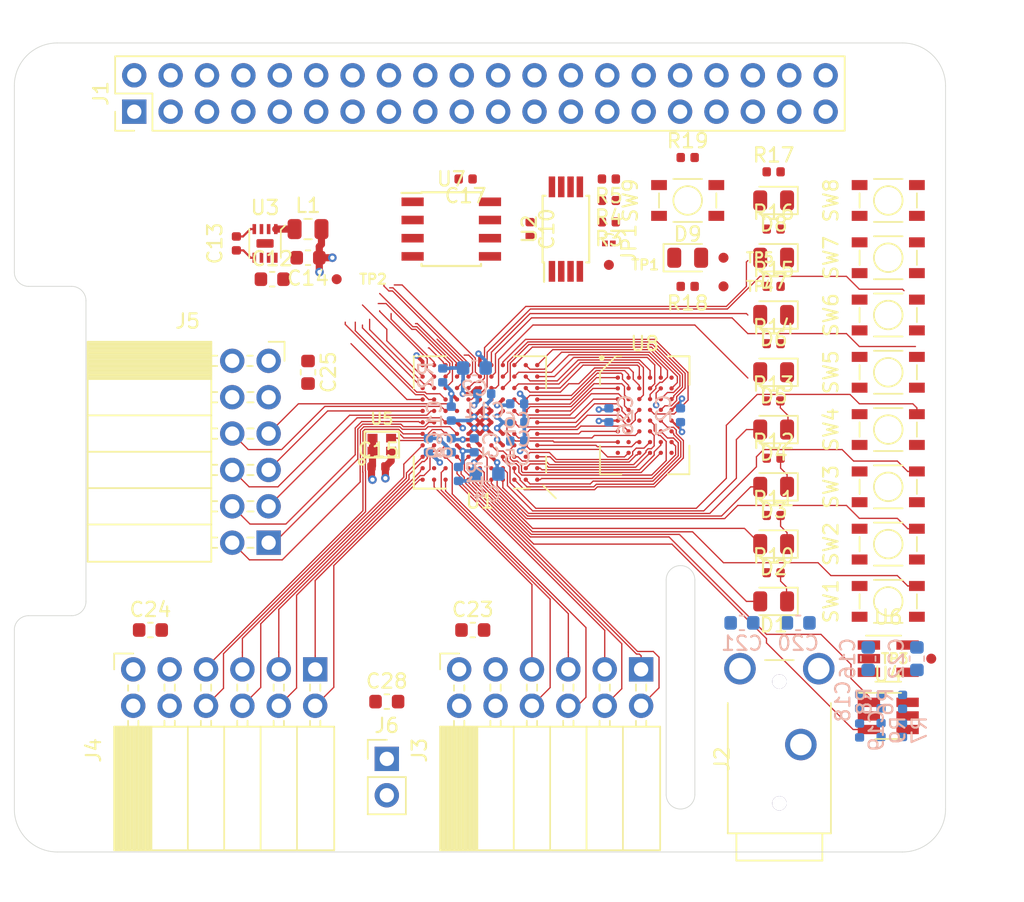
<source format=kicad_pcb>
(kicad_pcb (version 20171130) (host pcbnew 5.1.2+dfsg1-1)
  (layers (0 F.Cu signal) (1 In1.Cu power hide) (2 In2.Cu power) (31 B.Cu signal) (34 B.Paste user) (35 F.Paste user) (36 B.SilkS user hide) (37 F.SilkS user hide) (38 B.Mask user) (39 F.Mask user) (44 Edge.Cuts user))
  (net 0 "")
  (net 1 GND)
  (net 2 +1V2)
  (net 3 "Net-(C2-Pad2)")
  (net 4 "Net-(C2-Pad1)")
  (net 5 "Net-(C4-Pad2)")
  (net 6 "Net-(C4-Pad1)")
  (net 7 +3V3)
  (net 8 +5V)
  (net 9 "Net-(C13-Pad2)")
  (net 10 "Net-(C18-Pad1)")
  (net 11 "Net-(C19-Pad1)")
  (net 12 "Net-(C20-Pad1)")
  (net 13 "Net-(C21-Pad1)")
  (net 14 +3.3VDAC)
  (net 15 "Net-(D1-Pad1)")
  (net 16 /LED0)
  (net 17 /LED1)
  (net 18 "Net-(D2-Pad1)")
  (net 19 "Net-(D3-Pad1)")
  (net 20 /LED2)
  (net 21 /LED3)
  (net 22 "Net-(D4-Pad1)")
  (net 23 /LED4)
  (net 24 "Net-(D5-Pad1)")
  (net 25 "Net-(D6-Pad1)")
  (net 26 /LED5)
  (net 27 /LED6)
  (net 28 "Net-(D7-Pad1)")
  (net 29 "Net-(D8-Pad1)")
  (net 30 /LED7)
  (net 31 /GP13_FPGA_CDONE)
  (net 32 "Net-(J1-Pad3)")
  (net 33 "Net-(J1-Pad5)")
  (net 34 "Net-(J1-Pad7)")
  (net 35 /GP14_UART_TXD)
  (net 36 /GP15_UART_RXD)
  (net 37 "Net-(J1-Pad11)")
  (net 38 "Net-(J1-Pad12)")
  (net 39 /GP27_SDIO_DAT3)
  (net 40 /GP22_SDIO_CLK)
  (net 41 /GP23_SDIO_CMD)
  (net 42 /GP24_SDIO_DAT0)
  (net 43 /GP10_SPI_MOSI)
  (net 44 /GP9_SPI_MISO)
  (net 45 /GP25_SDIO_DAT1)
  (net 46 /GP11_SPI_SCK)
  (net 47 /GP8_SPI_~CS)
  (net 48 "Net-(J1-Pad26)")
  (net 49 /ID_SD)
  (net 50 /ID_SC)
  (net 51 "Net-(J1-Pad29)")
  (net 52 "Net-(J1-Pad31)")
  (net 53 /GP12_FPGA_~RST)
  (net 54 "Net-(J1-Pad35)")
  (net 55 "Net-(J1-Pad36)")
  (net 56 /GP26_SDIO_DAT2)
  (net 57 "Net-(J1-Pad38)")
  (net 58 "Net-(J1-Pad40)")
  (net 59 /IO0_0)
  (net 60 /IO0_1)
  (net 61 /IO0_2)
  (net 62 /IO0_3)
  (net 63 /IO0_4)
  (net 64 /IO0_5)
  (net 65 /IO0_6)
  (net 66 /IO0_7)
  (net 67 /IO1_7)
  (net 68 /IO1_6)
  (net 69 /IO1_5)
  (net 70 /IO1_4)
  (net 71 /IO1_3)
  (net 72 /IO1_2)
  (net 73 /IO1_1)
  (net 74 /IO1_0)
  (net 75 /IO2_0)
  (net 76 /IO2_1)
  (net 77 /IO2_2)
  (net 78 /IO2_3)
  (net 79 /IO2_4)
  (net 80 /IO2_5)
  (net 81 /IO2_6)
  (net 82 /IO2_7)
  (net 83 "Net-(JP1-Pad1)")
  (net 84 "Net-(L1-Pad1)")
  (net 85 "Net-(R6-Pad2)")
  (net 86 "Net-(R7-Pad2)")
  (net 87 /SW0)
  (net 88 /SW1)
  (net 89 /SW2)
  (net 90 /SW3)
  (net 91 /SW4)
  (net 92 /SW5)
  (net 93 /SW6)
  (net 94 /SW7)
  (net 95 /SRAM_DQ0)
  (net 96 /SRAM_DQ5)
  (net 97 /SRAM_DQ7)
  (net 98 /SRAM_DQ6)
  (net 99 /SRAM_DQ12)
  (net 100 /SRAM_A9)
  (net 101 /SRAM_A2)
  (net 102 /SRAM_A4)
  (net 103 /SRAM_A5)
  (net 104 /SRAM_A10)
  (net 105 /SRAM_DQ1)
  (net 106 /SRAM_DQ4)
  (net 107 /SRAM_DQ8)
  (net 108 /SRAM_DQ10)
  (net 109 /SRAM_DQ13)
  (net 110 /SRAM_DQ15)
  (net 111 /SRAM_A3)
  (net 112 /SRAM_A7)
  (net 113 /SRAM_A6)
  (net 114 /SRAM_A12)
  (net 115 /SRAM_DQ3)
  (net 116 /SRAM_DQ9)
  (net 117 /SRAM_DQ11)
  (net 118 /SRAM_A8)
  (net 119 /SRAM_A0)
  (net 120 /SRAM_A1)
  (net 121 /SRAM_A11)
  (net 122 /SRAM_A13)
  (net 123 /SRAM_A15)
  (net 124 /SRAM_DQ2)
  (net 125 /SRAM_DQ14)
  (net 126 /SRAM_A14)
  (net 127 /SRAM_A17)
  (net 128 /SRAM_A16)
  (net 129 /SRAM_~WE)
  (net 130 /SRAM_~OE)
  (net 131 /SRAM_~LB)
  (net 132 /SRAM_~UB)
  (net 133 /AUDIO_R_PWM)
  (net 134 "Net-(U1-PadB10)")
  (net 135 /CLK_OSC)
  (net 136 /AUDIO_L_PWM)
  (module fpga_hat:BGA-121_11x11_9.0x9.0mm (layer F.Cu) (at 132.5 106.5 180)
    (fp_text reference U1 (at 0 -5.5) (layer F.SilkS))
    (fp_text value iCE40-HX8k-BG121)
    (pad A1 smd circle (at -4 -4 180) (size 0.3 0.3) (layers F.Cu F.Paste F.Mask) (net 97 /SRAM_DQ7))
    (pad B1 smd circle (at -4 -3.2 180) (size 0.3 0.3) (layers F.Cu F.Paste F.Mask) (net 129 /SRAM_~WE))
    (pad C1 smd circle (at -4 -2.4 180) (size 0.3 0.3) (layers F.Cu F.Paste F.Mask) (net 100 /SRAM_A9))
    (pad D1 smd circle (at -4 -1.6 180) (size 0.3 0.3) (layers F.Cu F.Paste F.Mask) (net 114 /SRAM_A12))
    (pad E1 smd circle (at -4 -0.8 180) (size 0.3 0.3) (layers F.Cu F.Paste F.Mask) (net 125 /SRAM_DQ14))
    (pad F1 smd circle (at -4 0 180) (size 0.3 0.3) (layers F.Cu F.Paste F.Mask) (net 99 /SRAM_DQ12))
    (pad G1 smd circle (at -4 0.8 180) (size 0.3 0.3) (layers F.Cu F.Paste F.Mask) (net 107 /SRAM_DQ8))
    (pad H1 smd circle (at -4 1.6 180) (size 0.3 0.3) (layers F.Cu F.Paste F.Mask) (net 132 /SRAM_~UB))
    (pad J1 smd circle (at -4 2.4 180) (size 0.3 0.3) (layers F.Cu F.Paste F.Mask) (net 119 /SRAM_A0))
    (pad K1 smd circle (at -4 3.2 180) (size 0.3 0.3) (layers F.Cu F.Paste F.Mask) (net 102 /SRAM_A4))
    (pad L1 smd circle (at -4 4 180) (size 0.3 0.3) (layers F.Cu F.Paste F.Mask) (net 95 /SRAM_DQ0))
    (pad A2 smd circle (at -3.2 -4 180) (size 0.3 0.3) (layers F.Cu F.Paste F.Mask) (net 96 /SRAM_DQ5))
    (pad B2 smd circle (at -3.2 -3.2 180) (size 0.3 0.3) (layers F.Cu F.Paste F.Mask) (net 104 /SRAM_A10))
    (pad C2 smd circle (at -3.2 -2.4 180) (size 0.3 0.3) (layers F.Cu F.Paste F.Mask) (net 122 /SRAM_A13))
    (pad D2 smd circle (at -3.2 -1.6 180) (size 0.3 0.3) (layers F.Cu F.Paste F.Mask) (net 118 /SRAM_A8))
    (pad E2 smd circle (at -3.2 -0.8 180) (size 0.3 0.3) (layers F.Cu F.Paste F.Mask) (net 109 /SRAM_DQ13))
    (pad F2 smd circle (at -3.2 0 180) (size 0.3 0.3) (layers F.Cu F.Paste F.Mask) (net 116 /SRAM_DQ9))
    (pad G2 smd circle (at -3.2 0.8 180) (size 0.3 0.3) (layers F.Cu F.Paste F.Mask) (net 108 /SRAM_DQ10))
    (pad H2 smd circle (at -3.2 1.6 180) (size 0.3 0.3) (layers F.Cu F.Paste F.Mask) (net 130 /SRAM_~OE))
    (pad J2 smd circle (at -3.2 2.4 180) (size 0.3 0.3) (layers F.Cu F.Paste F.Mask) (net 111 /SRAM_A3))
    (pad K2 smd circle (at -3.2 3.2 180) (size 0.3 0.3) (layers F.Cu F.Paste F.Mask) (net 120 /SRAM_A1))
    (pad L2 smd circle (at -3.2 4 180) (size 0.3 0.3) (layers F.Cu F.Paste F.Mask) (net 113 /SRAM_A6))
    (pad A3 smd circle (at -2.4 -4 180) (size 0.3 0.3) (layers F.Cu F.Paste F.Mask) (net 106 /SRAM_DQ4))
    (pad B3 smd circle (at -2.4 -3.2 180) (size 0.3 0.3) (layers F.Cu F.Paste F.Mask) (net 98 /SRAM_DQ6))
    (pad C3 smd circle (at -2.4 -2.4 180) (size 0.3 0.3) (layers F.Cu F.Paste F.Mask) (net 123 /SRAM_A15))
    (pad D3 smd circle (at -2.4 -1.6 180) (size 0.3 0.3) (layers F.Cu F.Paste F.Mask) (net 121 /SRAM_A11))
    (pad E3 smd circle (at -2.4 -0.8 180) (size 0.3 0.3) (layers F.Cu F.Paste F.Mask) (net 126 /SRAM_A14))
    (pad F3 smd circle (at -2.4 0 180) (size 0.3 0.3) (layers F.Cu F.Paste F.Mask) (net 127 /SRAM_A17))
    (pad G3 smd circle (at -2.4 0.8 180) (size 0.3 0.3) (layers F.Cu F.Paste F.Mask) (net 117 /SRAM_DQ11))
    (pad H3 smd circle (at -2.4 1.6 180) (size 0.3 0.3) (layers F.Cu F.Paste F.Mask) (net 131 /SRAM_~LB))
    (pad J3 smd circle (at -2.4 2.4 180) (size 0.3 0.3) (layers F.Cu F.Paste F.Mask) (net 103 /SRAM_A5))
    (pad K3 smd circle (at -2.4 3.2 180) (size 0.3 0.3) (layers F.Cu F.Paste F.Mask) (net 101 /SRAM_A2))
    (pad L3 smd circle (at -2.4 4 180) (size 0.3 0.3) (layers F.Cu F.Paste F.Mask) (net 105 /SRAM_DQ1))
    (pad A4 smd circle (at -1.6 -4 180) (size 0.3 0.3) (layers F.Cu F.Paste F.Mask) (net 89 /SW2))
    (pad B4 smd circle (at -1.6 -3.2 180) (size 0.3 0.3) (layers F.Cu F.Paste F.Mask) (net 21 /LED3))
    (pad C4 smd circle (at -1.6 -2.4 180) (size 0.3 0.3) (layers F.Cu F.Paste F.Mask) (net 90 /SW3))
    (pad D4 smd circle (at -1.6 -1.6 180) (size 0.3 0.3) (layers F.Cu F.Paste F.Mask) (net 2 +1V2))
    (pad E4 smd circle (at -1.6 -0.8 180) (size 0.3 0.3) (layers F.Cu F.Paste F.Mask) (net 7 +3V3))
    (pad F4 smd circle (at -1.6 0 180) (size 0.3 0.3) (layers F.Cu F.Paste F.Mask) (net 110 /SRAM_DQ15))
    (pad G4 smd circle (at -1.6 0.8 180) (size 0.3 0.3) (layers F.Cu F.Paste F.Mask) (net 7 +3V3))
    (pad H4 smd circle (at -1.6 1.6 180) (size 0.3 0.3) (layers F.Cu F.Paste F.Mask) (net 2 +1V2))
    (pad J4 smd circle (at -1.6 2.4 180) (size 0.3 0.3) (layers F.Cu F.Paste F.Mask) (net 124 /SRAM_DQ2))
    (pad K4 smd circle (at -1.6 3.2 180) (size 0.3 0.3) (layers F.Cu F.Paste F.Mask) (net 115 /SRAM_DQ3))
    (pad L4 smd circle (at -1.6 4 180) (size 0.3 0.3) (layers F.Cu F.Paste F.Mask) (net 112 /SRAM_A7))
    (pad A5 smd circle (at -0.8 -4 180) (size 0.3 0.3) (layers F.Cu F.Paste F.Mask) (net 88 /SW1))
    (pad B5 smd circle (at -0.8 -3.2 180) (size 0.3 0.3) (layers F.Cu F.Paste F.Mask) (net 20 /LED2))
    (pad C5 smd circle (at -0.8 -2.4 180) (size 0.3 0.3) (layers F.Cu F.Paste F.Mask) (net 5 "Net-(C4-Pad2)"))
    (pad D5 smd circle (at -0.8 -1.6 180) (size 0.3 0.3) (layers F.Cu F.Paste F.Mask) (net 128 /SRAM_A16))
    (pad E5 smd circle (at -0.8 -0.8 180) (size 0.3 0.3) (layers F.Cu F.Paste F.Mask) (net 1 GND))
    (pad F5 smd circle (at -0.8 0 180) (size 0.3 0.3) (layers F.Cu F.Paste F.Mask) (net 1 GND))
    (pad G5 smd circle (at -0.8 0.8 180) (size 0.3 0.3) (layers F.Cu F.Paste F.Mask) (net 1 GND))
    (pad H5 smd circle (at -0.8 1.6 180) (size 0.3 0.3) (layers F.Cu F.Paste F.Mask) (net 1 GND))
    (pad J5 smd circle (at -0.8 2.4 180) (size 0.3 0.3) (layers F.Cu F.Paste F.Mask) (net 23 /LED4))
    (pad K5 smd circle (at -0.8 3.2 180) (size 0.3 0.3) (layers F.Cu F.Paste F.Mask) (net 91 /SW4))
    (pad L5 smd circle (at -0.8 4 180) (size 0.3 0.3) (layers F.Cu F.Paste F.Mask) (net 26 /LED5))
    (pad A6 smd circle (at 0 -4 180) (size 0.3 0.3) (layers F.Cu F.Paste F.Mask) (net 16 /LED0))
    (pad B6 smd circle (at 0 -3.2 180) (size 0.3 0.3) (layers F.Cu F.Paste F.Mask) (net 87 /SW0))
    (pad C6 smd circle (at 0 -2.4 180) (size 0.3 0.3) (layers F.Cu F.Paste F.Mask) (net 6 "Net-(C4-Pad1)"))
    (pad D6 smd circle (at 0 -1.6 180) (size 0.3 0.3) (layers F.Cu F.Paste F.Mask) (net 7 +3V3))
    (pad E6 smd circle (at 0 -0.8 180) (size 0.3 0.3) (layers F.Cu F.Paste F.Mask) (net 1 GND))
    (pad F6 smd circle (at 0 0 180) (size 0.3 0.3) (layers F.Cu F.Paste F.Mask) (net 1 GND))
    (pad G6 smd circle (at 0 0.8 180) (size 0.3 0.3) (layers F.Cu F.Paste F.Mask) (net 1 GND))
    (pad H6 smd circle (at 0 1.6 180) (size 0.3 0.3) (layers F.Cu F.Paste F.Mask) (net 7 +3V3))
    (pad J6 smd circle (at 0 2.4 180) (size 0.3 0.3) (layers F.Cu F.Paste F.Mask) (net 4 "Net-(C2-Pad1)"))
    (pad K6 smd circle (at 0 3.2 180) (size 0.3 0.3) (layers F.Cu F.Paste F.Mask) (net 40 /GP22_SDIO_CLK))
    (pad L6 smd circle (at 0 4 180) (size 0.3 0.3) (layers F.Cu F.Paste F.Mask) (net 3 "Net-(C2-Pad2)"))
    (pad A7 smd circle (at 0.8 -4 180) (size 0.3 0.3) (layers F.Cu F.Paste F.Mask) (net 63 /IO0_4))
    (pad B7 smd circle (at 0.8 -3.2 180) (size 0.3 0.3) (layers F.Cu F.Paste F.Mask) (net 136 /AUDIO_L_PWM))
    (pad C7 smd circle (at 0.8 -2.4 180) (size 0.3 0.3) (layers F.Cu F.Paste F.Mask) (net 133 /AUDIO_R_PWM))
    (pad D7 smd circle (at 0.8 -1.6 180) (size 0.3 0.3) (layers F.Cu F.Paste F.Mask) (net 17 /LED1))
    (pad E7 smd circle (at 0.8 -0.8 180) (size 0.3 0.3) (layers F.Cu F.Paste F.Mask) (net 1 GND))
    (pad F7 smd circle (at 0.8 0 180) (size 0.3 0.3) (layers F.Cu F.Paste F.Mask) (net 1 GND))
    (pad G7 smd circle (at 0.8 0.8 180) (size 0.3 0.3) (layers F.Cu F.Paste F.Mask) (net 1 GND))
    (pad H7 smd circle (at 0.8 1.6 180) (size 0.3 0.3) (layers F.Cu F.Paste F.Mask) (net 92 /SW5))
    (pad J7 smd circle (at 0.8 2.4 180) (size 0.3 0.3) (layers F.Cu F.Paste F.Mask) (net 56 /GP26_SDIO_DAT2))
    (pad K7 smd circle (at 0.8 3.2 180) (size 0.3 0.3) (layers F.Cu F.Paste F.Mask) (net 94 /SW7))
    (pad L7 smd circle (at 0.8 4 180) (size 0.3 0.3) (layers F.Cu F.Paste F.Mask) (net 41 /GP23_SDIO_CMD))
    (pad A8 smd circle (at 1.6 -4 180) (size 0.3 0.3) (layers F.Cu F.Paste F.Mask) (net 60 /IO0_1))
    (pad B8 smd circle (at 1.6 -3.2 180) (size 0.3 0.3) (layers F.Cu F.Paste F.Mask) (net 64 /IO0_5))
    (pad C8 smd circle (at 1.6 -2.4 180) (size 0.3 0.3) (layers F.Cu F.Paste F.Mask) (net 59 /IO0_0))
    (pad D8 smd circle (at 1.6 -1.6 180) (size 0.3 0.3) (layers F.Cu F.Paste F.Mask) (net 2 +1V2))
    (pad E8 smd circle (at 1.6 -0.8 180) (size 0.3 0.3) (layers F.Cu F.Paste F.Mask) (net 79 /IO2_4))
    (pad F8 smd circle (at 1.6 0 180) (size 0.3 0.3) (layers F.Cu F.Paste F.Mask) (net 7 +3V3))
    (pad G8 smd circle (at 1.6 0.8 180) (size 0.3 0.3) (layers F.Cu F.Paste F.Mask) (net 78 /IO2_3))
    (pad H8 smd circle (at 1.6 1.6 180) (size 0.3 0.3) (layers F.Cu F.Paste F.Mask) (net 2 +1V2))
    (pad J8 smd circle (at 1.6 2.4 180) (size 0.3 0.3) (layers F.Cu F.Paste F.Mask) (net 39 /GP27_SDIO_DAT3))
    (pad K8 smd circle (at 1.6 3.2 180) (size 0.3 0.3) (layers F.Cu F.Paste F.Mask) (net 31 /GP13_FPGA_CDONE))
    (pad L8 smd circle (at 1.6 4 180) (size 0.3 0.3) (layers F.Cu F.Paste F.Mask) (net 42 /GP24_SDIO_DAT0))
    (pad A9 smd circle (at 2.4 -4 180) (size 0.3 0.3) (layers F.Cu F.Paste F.Mask) (net 61 /IO0_2))
    (pad B9 smd circle (at 2.4 -3.2 180) (size 0.3 0.3) (layers F.Cu F.Paste F.Mask) (net 66 /IO0_7))
    (pad C9 smd circle (at 2.4 -2.4 180) (size 0.3 0.3) (layers F.Cu F.Paste F.Mask) (net 65 /IO0_6))
    (pad D9 smd circle (at 2.4 -1.6 180) (size 0.3 0.3) (layers F.Cu F.Paste F.Mask) (net 74 /IO1_0))
    (pad E9 smd circle (at 2.4 -0.8 180) (size 0.3 0.3) (layers F.Cu F.Paste F.Mask) (net 67 /IO1_7))
    (pad F9 smd circle (at 2.4 0 180) (size 0.3 0.3) (layers F.Cu F.Paste F.Mask) (net 76 /IO2_1))
    (pad G9 smd circle (at 2.4 0.8 180) (size 0.3 0.3) (layers F.Cu F.Paste F.Mask) (net 82 /IO2_7))
    (pad H9 smd circle (at 2.4 1.6 180) (size 0.3 0.3) (layers F.Cu F.Paste F.Mask) (net 45 /GP25_SDIO_DAT1))
    (pad J9 smd circle (at 2.4 2.4 180) (size 0.3 0.3) (layers F.Cu F.Paste F.Mask) (net 44 /GP9_SPI_MISO))
    (pad K9 smd circle (at 2.4 3.2 180) (size 0.3 0.3) (layers F.Cu F.Paste F.Mask) (net 43 /GP10_SPI_MOSI))
    (pad L9 smd circle (at 2.4 4 180) (size 0.3 0.3) (layers F.Cu F.Paste F.Mask) (net 53 /GP12_FPGA_~RST))
    (pad A10 smd circle (at 3.2 -4 180) (size 0.3 0.3) (layers F.Cu F.Paste F.Mask) (net 62 /IO0_3))
    (pad B10 smd circle (at 3.2 -3.2 180) (size 0.3 0.3) (layers F.Cu F.Paste F.Mask) (net 134 "Net-(U1-PadB10)"))
    (pad C10 smd circle (at 3.2 -2.4 180) (size 0.3 0.3) (layers F.Cu F.Paste F.Mask) (net 7 +3V3))
    (pad D10 smd circle (at 3.2 -1.6 180) (size 0.3 0.3) (layers F.Cu F.Paste F.Mask) (net 73 /IO1_1))
    (pad E10 smd circle (at 3.2 -0.8 180) (size 0.3 0.3) (layers F.Cu F.Paste F.Mask) (net 135 /CLK_OSC))
    (pad F10 smd circle (at 3.2 0 180) (size 0.3 0.3) (layers F.Cu F.Paste F.Mask) (net 75 /IO2_0))
    (pad G10 smd circle (at 3.2 0.8 180) (size 0.3 0.3) (layers F.Cu F.Paste F.Mask) (net 81 /IO2_6))
    (pad H10 smd circle (at 3.2 1.6 180) (size 0.3 0.3) (layers F.Cu F.Paste F.Mask) (net 35 /GP14_UART_TXD))
    (pad J10 smd circle (at 3.2 2.4 180) (size 0.3 0.3) (layers F.Cu F.Paste F.Mask) (net 36 /GP15_UART_RXD))
    (pad K10 smd circle (at 3.2 3.2 180) (size 0.3 0.3) (layers F.Cu F.Paste F.Mask) (net 47 /GP8_SPI_~CS))
    (pad L10 smd circle (at 3.2 4 180) (size 0.3 0.3) (layers F.Cu F.Paste F.Mask) (net 46 /GP11_SPI_SCK))
    (pad A11 smd circle (at 4 -4 180) (size 0.3 0.3) (layers F.Cu F.Paste F.Mask) (net 70 /IO1_4))
    (pad B11 smd circle (at 4 -3.2 180) (size 0.3 0.3) (layers F.Cu F.Paste F.Mask) (net 69 /IO1_5))
    (pad C11 smd circle (at 4 -2.4 180) (size 0.3 0.3) (layers F.Cu F.Paste F.Mask) (net 68 /IO1_6))
    (pad D11 smd circle (at 4 -1.6 180) (size 0.3 0.3) (layers F.Cu F.Paste F.Mask) (net 72 /IO1_2))
    (pad E11 smd circle (at 4 -0.8 180) (size 0.3 0.3) (layers F.Cu F.Paste F.Mask) (net 71 /IO1_3))
    (pad F11 smd circle (at 4 0 180) (size 0.3 0.3) (layers F.Cu F.Paste F.Mask) (net 80 /IO2_5))
    (pad G11 smd circle (at 4 0.8 180) (size 0.3 0.3) (layers F.Cu F.Paste F.Mask) (net 77 /IO2_2))
    (pad H11 smd circle (at 4 1.6 180) (size 0.3 0.3) (layers F.Cu F.Paste F.Mask) (net 30 /LED7))
    (pad J11 smd circle (at 4 2.4 180) (size 0.3 0.3) (layers F.Cu F.Paste F.Mask) (net 27 /LED6))
    (pad K11 smd circle (at 4 3.2 180) (size 0.3 0.3) (layers F.Cu F.Paste F.Mask) (net 93 /SW6))
    (pad L11 smd circle (at 4 4 180) (size 0.3 0.3) (layers F.Cu F.Paste F.Mask) (net 7 +3V3))
  )
  (module Capacitor_SMD:C_0402_1005Metric (layer B.Cu) (at 128.9 108.1 90)
    (fp_text reference C8 (at 0 1.17 90) (layer B.SilkS) (effects (justify mirror)))
    (fp_text value 100n)
    (pad 2 smd roundrect (at 0.485 0 90) (size 0.59 0.64) (layers B.Cu B.Paste B.Mask) (net 1 GND))
    (pad 1 smd roundrect (at -0.485 0 90) (size 0.59 0.64) (layers B.Cu B.Paste B.Mask) (net 7 +3V3))
  )
  (module fpga_hat:MOUNTHOLE_M2.5 (layer F.Cu) (at 161.5 83.5)
    (fp_text reference REF** hide)
    (fp_text value MOUNTHOLE_M2.5 hide)
    (pad "" np_thru_hole circle (at 0 0) (size 2.75 2.75) (drill 2.75) (layers *.Cu *.Mask) (thermal_gap 1.9))
  )
  (module fpga_hat:MOUNTHOLE_M2.5 (layer F.Cu) (at 161.5 133)
    (fp_text reference REF** hide)
    (fp_text value MOUNTHOLE_M2.5 hide)
    (pad "" np_thru_hole circle (at 0 0) (size 2.75 2.75) (drill 2.75) (layers *.Cu *.Mask) (thermal_gap 1.9))
  )
  (module fpga_hat:MOUNTHOLE_M2.5 (layer F.Cu) (at 103.5 133)
    (fp_text reference REF** hide)
    (fp_text value MOUNTHOLE_M2.5 hide)
    (pad "" np_thru_hole circle (at 0 0) (size 2.75 2.75) (drill 2.75) (layers *.Cu *.Mask) (thermal_gap 1.9))
  )
  (module fpga_hat:MOUNTHOLE_M2.5 (layer F.Cu) (at 103.5 83.5)
    (fp_text reference REF** hide)
    (fp_text value MOUNTHOLE_M2.5 hide)
    (pad "" np_thru_hole circle (at 0 0) (size 2.75 2.75) (drill 2.75) (layers *.Cu *.Mask) (thermal_gap 1.9))
  )
  (module Capacitor_SMD:C_0402_1005Metric (layer B.Cu) (at 130.5 105.885 270)
    (fp_text reference C1 (at 0 1.17 90) (layer B.SilkS) (effects (justify mirror)))
    (fp_text value 100n)
    (pad 2 smd roundrect (at 0.485 0 270) (size 0.59 0.64) (layers B.Cu B.Paste B.Mask) (net 1 GND))
    (pad 1 smd roundrect (at -0.485 0 270) (size 0.59 0.64) (layers B.Cu B.Paste B.Mask) (net 2 +1V2))
  )
  (module Capacitor_SMD:C_0603_1608Metric (layer B.Cu) (at 132.1125 102.7)
    (fp_text reference C2 (at 0 1.43) (layer B.SilkS) (effects (justify mirror)))
    (fp_text value 4u7)
    (pad 2 smd roundrect (at 0.7875 0) (size 0.875 0.95) (layers B.Cu B.Paste B.Mask) (net 3 "Net-(C2-Pad2)"))
    (pad 1 smd roundrect (at -0.7875 0) (size 0.875 0.95) (layers B.Cu B.Paste B.Mask) (net 4 "Net-(C2-Pad1)"))
  )
  (module Capacitor_SMD:C_0402_1005Metric (layer B.Cu) (at 132.1 108.1 90)
    (fp_text reference C3 (at 0 1.17 90) (layer B.SilkS) (effects (justify mirror)))
    (fp_text value 100n)
    (pad 1 smd roundrect (at -0.485 0 90) (size 0.59 0.64) (layers B.Cu B.Paste B.Mask) (net 2 +1V2))
    (pad 2 smd roundrect (at 0.485 0 90) (size 0.59 0.64) (layers B.Cu B.Paste B.Mask) (net 1 GND))
  )
  (module Capacitor_SMD:C_0603_1608Metric (layer B.Cu) (at 133 110.1)
    (fp_text reference C4 (at 0 1.43) (layer B.SilkS) (effects (justify mirror)))
    (fp_text value 4u7)
    (pad 1 smd roundrect (at -0.7875 0) (size 0.875 0.95) (layers B.Cu B.Paste B.Mask) (net 6 "Net-(C4-Pad1)"))
    (pad 2 smd roundrect (at 0.7875 0) (size 0.875 0.95) (layers B.Cu B.Paste B.Mask) (net 5 "Net-(C4-Pad2)"))
  )
  (module Capacitor_SMD:C_0402_1005Metric (layer B.Cu) (at 135.1 107.8)
    (fp_text reference C5 (at 0 1.17 180) (layer B.SilkS) (effects (justify mirror)))
    (fp_text value 100n)
    (pad 1 smd roundrect (at -0.485 0) (size 0.59 0.64) (layers B.Cu B.Paste B.Mask) (net 2 +1V2))
    (pad 2 smd roundrect (at 0.485 0) (size 0.59 0.64) (layers B.Cu B.Paste B.Mask) (net 1 GND))
  )
  (module Capacitor_SMD:C_0402_1005Metric (layer B.Cu) (at 135.1 105.2)
    (fp_text reference C6 (at 0 1.17) (layer B.SilkS) (effects (justify mirror)))
    (fp_text value 100n)
    (pad 2 smd roundrect (at 0.485 0) (size 0.59 0.64) (layers B.Cu B.Paste B.Mask) (net 1 GND))
    (pad 1 smd roundrect (at -0.485 0) (size 0.59 0.64) (layers B.Cu B.Paste B.Mask) (net 2 +1V2))
  )
  (module Capacitor_SMD:C_0402_1005Metric (layer B.Cu) (at 135.115 106.5)
    (fp_text reference C7 (at 0 1.17 180) (layer B.SilkS) (effects (justify mirror)))
    (fp_text value 100n)
    (pad 2 smd roundrect (at 0.485 0) (size 0.59 0.64) (layers B.Cu B.Paste B.Mask) (net 1 GND))
    (pad 1 smd roundrect (at -0.485 0) (size 0.59 0.64) (layers B.Cu B.Paste B.Mask) (net 7 +3V3))
  )
  (module Capacitor_SMD:C_0402_1005Metric (layer B.Cu) (at 130.5 108.1 270)
    (fp_text reference C9 (at 0 1.17 90) (layer B.SilkS) (effects (justify mirror)))
    (fp_text value 100n)
    (pad 2 smd roundrect (at 0.485 0 270) (size 0.59 0.64) (layers B.Cu B.Paste B.Mask) (net 1 GND))
    (pad 1 smd roundrect (at -0.485 0 270) (size 0.59 0.64) (layers B.Cu B.Paste B.Mask) (net 7 +3V3))
  )
  (module Capacitor_SMD:C_0402_1005Metric (layer F.Cu) (at 136 93 270)
    (fp_text reference C10 (at 0 -1.17 90) (layer F.SilkS))
    (fp_text value 100n)
    (pad 2 smd roundrect (at 0.485 0 270) (size 0.59 0.64) (layers F.Cu F.Paste F.Mask) (net 1 GND))
    (pad 1 smd roundrect (at -0.485 0 270) (size 0.59 0.64) (layers F.Cu F.Paste F.Mask) (net 7 +3V3))
  )
  (module Capacitor_SMD:C_0402_1005Metric (layer B.Cu) (at 132.8 104.5)
    (fp_text reference C11 (at 0 1.17) (layer B.SilkS) (effects (justify mirror)))
    (fp_text value 100n)
    (pad 1 smd roundrect (at -0.485 0) (size 0.59 0.64) (layers B.Cu B.Paste B.Mask) (net 7 +3V3))
    (pad 2 smd roundrect (at 0.485 0) (size 0.59 0.64) (layers B.Cu B.Paste B.Mask) (net 1 GND))
  )
  (module Capacitor_SMD:C_0603_1608Metric (layer F.Cu) (at 118 96.5)
    (fp_text reference C12 (at 0 -1.43) (layer F.SilkS))
    (fp_text value 4u7)
    (pad 2 smd roundrect (at 0.7875 0) (size 0.875 0.95) (layers F.Cu F.Paste F.Mask) (net 1 GND))
    (pad 1 smd roundrect (at -0.7875 0) (size 0.875 0.95) (layers F.Cu F.Paste F.Mask) (net 8 +5V))
  )
  (module Capacitor_SMD:C_0402_1005Metric (layer F.Cu) (at 115.5 94 270)
    (fp_text reference C13 (at 0 1.5 90) (layer F.SilkS))
    (fp_text value 560p)
    (pad 1 smd roundrect (at -0.485 0 270) (size 0.59 0.64) (layers F.Cu F.Paste F.Mask) (net 2 +1V2))
    (pad 2 smd roundrect (at 0.485 0 270) (size 0.59 0.64) (layers F.Cu F.Paste F.Mask) (net 9 "Net-(C13-Pad2)"))
  )
  (module Capacitor_SMD:C_0603_1608Metric (layer F.Cu) (at 120.5 95 180)
    (fp_text reference C14 (at 0 -1.43) (layer F.SilkS))
    (fp_text value 4u7)
    (pad 2 smd roundrect (at 0.7875 0 180) (size 0.875 0.95) (layers F.Cu F.Paste F.Mask) (net 1 GND))
    (pad 1 smd roundrect (at -0.7875 0 180) (size 0.875 0.95) (layers F.Cu F.Paste F.Mask) (net 2 +1V2))
  )
  (module Capacitor_SMD:C_0402_1005Metric (layer F.Cu) (at 125.415 109.6)
    (fp_text reference C15 (at 0 -1.17) (layer F.SilkS))
    (fp_text value 100n)
    (pad 2 smd roundrect (at 0.485 0) (size 0.59 0.64) (layers F.Cu F.Paste F.Mask) (net 1 GND))
    (pad 1 smd roundrect (at -0.485 0) (size 0.59 0.64) (layers F.Cu F.Paste F.Mask) (net 7 +3V3))
  )
  (module Capacitor_SMD:C_0603_1608Metric (layer B.Cu) (at 159.6 123 270)
    (fp_text reference C16 (at 0 1.43 90) (layer B.SilkS) (effects (justify mirror)))
    (fp_text value 1u)
    (pad 1 smd roundrect (at -0.7875 0 270) (size 0.875 0.95) (layers B.Cu B.Paste B.Mask) (net 8 +5V))
    (pad 2 smd roundrect (at 0.7875 0 270) (size 0.875 0.95) (layers B.Cu B.Paste B.Mask) (net 1 GND))
  )
  (module Capacitor_SMD:C_0402_1005Metric (layer F.Cu) (at 131.5 89.5 180)
    (fp_text reference C17 (at 0 -1.17) (layer F.SilkS))
    (fp_text value 100n)
    (pad 1 smd roundrect (at -0.485 0 180) (size 0.59 0.64) (layers F.Cu F.Paste F.Mask) (net 7 +3V3))
    (pad 2 smd roundrect (at 0.485 0 180) (size 0.59 0.64) (layers F.Cu F.Paste F.Mask) (net 1 GND))
  )
  (module Capacitor_SMD:C_0402_1005Metric (layer B.Cu) (at 159 125.985 270)
    (fp_text reference C18 (at 0 1.17 90) (layer B.SilkS) (effects (justify mirror)))
    (fp_text value 100n)
    (pad 1 smd roundrect (at -0.485 0 270) (size 0.59 0.64) (layers B.Cu B.Paste B.Mask) (net 10 "Net-(C18-Pad1)"))
    (pad 2 smd roundrect (at 0.485 0 270) (size 0.59 0.64) (layers B.Cu B.Paste B.Mask) (net 1 GND))
  )
  (module Capacitor_SMD:C_0402_1005Metric (layer B.Cu) (at 159 128.015 90)
    (fp_text reference C19 (at 0 1.17 90) (layer B.SilkS) (effects (justify mirror)))
    (fp_text value 100n)
    (pad 1 smd roundrect (at -0.485 0 90) (size 0.59 0.64) (layers B.Cu B.Paste B.Mask) (net 11 "Net-(C19-Pad1)"))
    (pad 2 smd roundrect (at 0.485 0 90) (size 0.59 0.64) (layers B.Cu B.Paste B.Mask) (net 1 GND))
  )
  (module Capacitor_SMD:C_0603_1608Metric (layer B.Cu) (at 154.7125 120.5)
    (fp_text reference C20 (at 0 1.43) (layer B.SilkS) (effects (justify mirror)))
    (fp_text value 4u7)
    (pad 1 smd roundrect (at -0.7875 0) (size 0.875 0.95) (layers B.Cu B.Paste B.Mask) (net 12 "Net-(C20-Pad1)"))
    (pad 2 smd roundrect (at 0.7875 0) (size 0.875 0.95) (layers B.Cu B.Paste B.Mask) (net 10 "Net-(C18-Pad1)"))
  )
  (module Capacitor_SMD:C_0603_1608Metric (layer B.Cu) (at 150.7875 120.5)
    (fp_text reference C21 (at 0 1.43) (layer B.SilkS) (effects (justify mirror)))
    (fp_text value 4u7)
    (pad 1 smd roundrect (at -0.7875 0) (size 0.875 0.95) (layers B.Cu B.Paste B.Mask) (net 13 "Net-(C21-Pad1)"))
    (pad 2 smd roundrect (at 0.7875 0) (size 0.875 0.95) (layers B.Cu B.Paste B.Mask) (net 11 "Net-(C19-Pad1)"))
  )
  (module Capacitor_SMD:C_0603_1608Metric (layer B.Cu) (at 163 123 270)
    (fp_text reference C22 (at 0 1.43 90) (layer B.SilkS) (effects (justify mirror)))
    (fp_text value 1u)
    (pad 2 smd roundrect (at 0.7875 0 270) (size 0.875 0.95) (layers B.Cu B.Paste B.Mask) (net 1 GND))
    (pad 1 smd roundrect (at -0.7875 0 270) (size 0.875 0.95) (layers B.Cu B.Paste B.Mask) (net 14 +3.3VDAC))
  )
  (module Capacitor_SMD:C_0603_1608Metric (layer F.Cu) (at 132 121)
    (fp_text reference C23 (at 0 -1.43) (layer F.SilkS))
    (fp_text value 1u)
    (pad 2 smd roundrect (at 0.7875 0) (size 0.875 0.95) (layers F.Cu F.Paste F.Mask) (net 1 GND))
    (pad 1 smd roundrect (at -0.7875 0) (size 0.875 0.95) (layers F.Cu F.Paste F.Mask) (net 7 +3V3))
  )
  (module Capacitor_SMD:C_0603_1608Metric (layer F.Cu) (at 109.5 121)
    (fp_text reference C24 (at 0 -1.43) (layer F.SilkS))
    (fp_text value 1u)
    (pad 1 smd roundrect (at -0.7875 0) (size 0.875 0.95) (layers F.Cu F.Paste F.Mask) (net 7 +3V3))
    (pad 2 smd roundrect (at 0.7875 0) (size 0.875 0.95) (layers F.Cu F.Paste F.Mask) (net 1 GND))
  )
  (module Capacitor_SMD:C_0603_1608Metric (layer F.Cu) (at 120.5 103 270)
    (fp_text reference C25 (at 0 -1.43 90) (layer F.SilkS))
    (fp_text value 1u)
    (pad 2 smd roundrect (at 0.7875 0 270) (size 0.875 0.95) (layers F.Cu F.Paste F.Mask) (net 1 GND))
    (pad 1 smd roundrect (at -0.7875 0 270) (size 0.875 0.95) (layers F.Cu F.Paste F.Mask) (net 7 +3V3))
  )
  (module Capacitor_SMD:C_0402_1005Metric (layer B.Cu) (at 141.5 106 90)
    (fp_text reference C26 (at 0 1.17 270) (layer B.SilkS) (effects (justify mirror)))
    (fp_text value 100n)
    (pad 1 smd roundrect (at -0.485 0 90) (size 0.59 0.64) (layers B.Cu B.Paste B.Mask) (net 7 +3V3))
    (pad 2 smd roundrect (at 0.485 0 90) (size 0.59 0.64) (layers B.Cu B.Paste B.Mask) (net 1 GND))
  )
  (module Capacitor_SMD:C_0402_1005Metric (layer B.Cu) (at 146.5 106 270)
    (fp_text reference C27 (at 0 1.17 270) (layer B.SilkS) (effects (justify mirror)))
    (fp_text value 100n)
    (pad 2 smd roundrect (at 0.485 0 270) (size 0.59 0.64) (layers B.Cu B.Paste B.Mask) (net 1 GND))
    (pad 1 smd roundrect (at -0.485 0 270) (size 0.59 0.64) (layers B.Cu B.Paste B.Mask) (net 7 +3V3))
  )
  (module Capacitor_SMD:C_0603_1608Metric (layer F.Cu) (at 126 126)
    (fp_text reference C28 (at 0 -1.43) (layer F.SilkS))
    (fp_text value 1u)
    (pad 1 smd roundrect (at -0.7875 0) (size 0.875 0.95) (layers F.Cu F.Paste F.Mask) (net 8 +5V))
    (pad 2 smd roundrect (at 0.7875 0) (size 0.875 0.95) (layers F.Cu F.Paste F.Mask) (net 1 GND))
  )
  (module LED_SMD:LED_0805_2012Metric (layer F.Cu) (at 153 119 180)
    (fp_text reference D1 (at 0 -1.65) (layer F.SilkS))
    (fp_text value LED)
    (pad 1 smd roundrect (at -0.9375 0 180) (size 0.975 1.4) (layers F.Cu F.Paste F.Mask) (net 15 "Net-(D1-Pad1)"))
    (pad 2 smd roundrect (at 0.9375 0 180) (size 0.975 1.4) (layers F.Cu F.Paste F.Mask) (net 16 /LED0))
  )
  (module LED_SMD:LED_0805_2012Metric (layer F.Cu) (at 153 115 180)
    (fp_text reference D2 (at 0 -1.65) (layer F.SilkS))
    (fp_text value LED)
    (pad 1 smd roundrect (at -0.9375 0 180) (size 0.975 1.4) (layers F.Cu F.Paste F.Mask) (net 18 "Net-(D2-Pad1)"))
    (pad 2 smd roundrect (at 0.9375 0 180) (size 0.975 1.4) (layers F.Cu F.Paste F.Mask) (net 17 /LED1))
  )
  (module LED_SMD:LED_0805_2012Metric (layer F.Cu) (at 153 111 180)
    (fp_text reference D3 (at 0 -1.65) (layer F.SilkS))
    (fp_text value LED)
    (pad 2 smd roundrect (at 0.9375 0 180) (size 0.975 1.4) (layers F.Cu F.Paste F.Mask) (net 20 /LED2))
    (pad 1 smd roundrect (at -0.9375 0 180) (size 0.975 1.4) (layers F.Cu F.Paste F.Mask) (net 19 "Net-(D3-Pad1)"))
  )
  (module LED_SMD:LED_0805_2012Metric (layer F.Cu) (at 153 107 180)
    (fp_text reference D4 (at 0 -1.65) (layer F.SilkS))
    (fp_text value LED)
    (pad 1 smd roundrect (at -0.9375 0 180) (size 0.975 1.4) (layers F.Cu F.Paste F.Mask) (net 22 "Net-(D4-Pad1)"))
    (pad 2 smd roundrect (at 0.9375 0 180) (size 0.975 1.4) (layers F.Cu F.Paste F.Mask) (net 21 /LED3))
  )
  (module LED_SMD:LED_0805_2012Metric (layer F.Cu) (at 153 103 180)
    (fp_text reference D5 (at 0 -1.65) (layer F.SilkS))
    (fp_text value LED)
    (pad 2 smd roundrect (at 0.9375 0 180) (size 0.975 1.4) (layers F.Cu F.Paste F.Mask) (net 23 /LED4))
    (pad 1 smd roundrect (at -0.9375 0 180) (size 0.975 1.4) (layers F.Cu F.Paste F.Mask) (net 24 "Net-(D5-Pad1)"))
  )
  (module LED_SMD:LED_0805_2012Metric (layer F.Cu) (at 153 99 180)
    (fp_text reference D6 (at 0 -1.65) (layer F.SilkS))
    (fp_text value LED)
    (pad 1 smd roundrect (at -0.9375 0 180) (size 0.975 1.4) (layers F.Cu F.Paste F.Mask) (net 25 "Net-(D6-Pad1)"))
    (pad 2 smd roundrect (at 0.9375 0 180) (size 0.975 1.4) (layers F.Cu F.Paste F.Mask) (net 26 /LED5))
  )
  (module LED_SMD:LED_0805_2012Metric (layer F.Cu) (at 153 95 180)
    (fp_text reference D7 (at 0 -1.65) (layer F.SilkS))
    (fp_text value LED)
    (pad 2 smd roundrect (at 0.9375 0 180) (size 0.975 1.4) (layers F.Cu F.Paste F.Mask) (net 27 /LED6))
    (pad 1 smd roundrect (at -0.9375 0 180) (size 0.975 1.4) (layers F.Cu F.Paste F.Mask) (net 28 "Net-(D7-Pad1)"))
  )
  (module LED_SMD:LED_0805_2012Metric (layer F.Cu) (at 153 91 180)
    (fp_text reference D8 (at 0 -1.65) (layer F.SilkS))
    (fp_text value LED)
    (pad 1 smd roundrect (at -0.9375 0 180) (size 0.975 1.4) (layers F.Cu F.Paste F.Mask) (net 29 "Net-(D8-Pad1)"))
    (pad 2 smd roundrect (at 0.9375 0 180) (size 0.975 1.4) (layers F.Cu F.Paste F.Mask) (net 30 /LED7))
  )
  (module LED_SMD:LED_0805_2012Metric (layer F.Cu) (at 147 95)
    (fp_text reference D9 (at 0 -1.65) (layer F.SilkS))
    (fp_text value LED)
    (pad 2 smd roundrect (at 0.9375 0) (size 0.975 1.4) (layers F.Cu F.Paste F.Mask) (net 31 /GP13_FPGA_CDONE))
    (pad 1 smd roundrect (at -0.9375 0) (size 0.975 1.4) (layers F.Cu F.Paste F.Mask) (net 1 GND))
  )
  (module Connector_PinHeader_2.54mm:PinHeader_2x20_P2.54mm_Vertical (layer F.Cu) (at 108.37 84.8 90)
    (fp_text reference J1 (at 1.27 -2.33 90) (layer F.SilkS))
    (fp_text value 2x20)
    (pad 1 thru_hole rect (at 0 0 90) (size 1.7 1.7) (drill 1) (layers *.Cu *.Mask) (net 7 +3V3))
    (pad 2 thru_hole oval (at 2.54 0 90) (size 1.7 1.7) (drill 1) (layers *.Cu *.Mask) (net 8 +5V))
    (pad 3 thru_hole oval (at 0 2.54 90) (size 1.7 1.7) (drill 1) (layers *.Cu *.Mask) (net 32 "Net-(J1-Pad3)"))
    (pad 4 thru_hole oval (at 2.54 2.54 90) (size 1.7 1.7) (drill 1) (layers *.Cu *.Mask) (net 8 +5V))
    (pad 5 thru_hole oval (at 0 5.08 90) (size 1.7 1.7) (drill 1) (layers *.Cu *.Mask) (net 33 "Net-(J1-Pad5)"))
    (pad 6 thru_hole oval (at 2.54 5.08 90) (size 1.7 1.7) (drill 1) (layers *.Cu *.Mask) (net 1 GND))
    (pad 7 thru_hole oval (at 0 7.62 90) (size 1.7 1.7) (drill 1) (layers *.Cu *.Mask) (net 34 "Net-(J1-Pad7)"))
    (pad 8 thru_hole oval (at 2.54 7.62 90) (size 1.7 1.7) (drill 1) (layers *.Cu *.Mask) (net 35 /GP14_UART_TXD))
    (pad 9 thru_hole oval (at 0 10.16 90) (size 1.7 1.7) (drill 1) (layers *.Cu *.Mask) (net 1 GND))
    (pad 10 thru_hole oval (at 2.54 10.16 90) (size 1.7 1.7) (drill 1) (layers *.Cu *.Mask) (net 36 /GP15_UART_RXD))
    (pad 11 thru_hole oval (at 0 12.7 90) (size 1.7 1.7) (drill 1) (layers *.Cu *.Mask) (net 37 "Net-(J1-Pad11)"))
    (pad 12 thru_hole oval (at 2.54 12.7 90) (size 1.7 1.7) (drill 1) (layers *.Cu *.Mask) (net 38 "Net-(J1-Pad12)"))
    (pad 13 thru_hole oval (at 0 15.24 90) (size 1.7 1.7) (drill 1) (layers *.Cu *.Mask) (net 39 /GP27_SDIO_DAT3))
    (pad 14 thru_hole oval (at 2.54 15.24 90) (size 1.7 1.7) (drill 1) (layers *.Cu *.Mask) (net 1 GND))
    (pad 15 thru_hole oval (at 0 17.78 90) (size 1.7 1.7) (drill 1) (layers *.Cu *.Mask) (net 40 /GP22_SDIO_CLK))
    (pad 16 thru_hole oval (at 2.54 17.78 90) (size 1.7 1.7) (drill 1) (layers *.Cu *.Mask) (net 41 /GP23_SDIO_CMD))
    (pad 17 thru_hole oval (at 0 20.32 90) (size 1.7 1.7) (drill 1) (layers *.Cu *.Mask) (net 7 +3V3))
    (pad 18 thru_hole oval (at 2.54 20.32 90) (size 1.7 1.7) (drill 1) (layers *.Cu *.Mask) (net 42 /GP24_SDIO_DAT0))
    (pad 19 thru_hole oval (at 0 22.86 90) (size 1.7 1.7) (drill 1) (layers *.Cu *.Mask) (net 43 /GP10_SPI_MOSI))
    (pad 20 thru_hole oval (at 2.54 22.86 90) (size 1.7 1.7) (drill 1) (layers *.Cu *.Mask) (net 1 GND))
    (pad 21 thru_hole oval (at 0 25.4 90) (size 1.7 1.7) (drill 1) (layers *.Cu *.Mask) (net 44 /GP9_SPI_MISO))
    (pad 22 thru_hole oval (at 2.54 25.4 90) (size 1.7 1.7) (drill 1) (layers *.Cu *.Mask) (net 45 /GP25_SDIO_DAT1))
    (pad 23 thru_hole oval (at 0 27.94 90) (size 1.7 1.7) (drill 1) (layers *.Cu *.Mask) (net 46 /GP11_SPI_SCK))
    (pad 24 thru_hole oval (at 2.54 27.94 90) (size 1.7 1.7) (drill 1) (layers *.Cu *.Mask) (net 47 /GP8_SPI_~CS))
    (pad 25 thru_hole oval (at 0 30.48 90) (size 1.7 1.7) (drill 1) (layers *.Cu *.Mask) (net 1 GND))
    (pad 26 thru_hole oval (at 2.54 30.48 90) (size 1.7 1.7) (drill 1) (layers *.Cu *.Mask) (net 48 "Net-(J1-Pad26)"))
    (pad 27 thru_hole oval (at 0 33.02 90) (size 1.7 1.7) (drill 1) (layers *.Cu *.Mask) (net 49 /ID_SD))
    (pad 28 thru_hole oval (at 2.54 33.02 90) (size 1.7 1.7) (drill 1) (layers *.Cu *.Mask) (net 50 /ID_SC))
    (pad 29 thru_hole oval (at 0 35.56 90) (size 1.7 1.7) (drill 1) (layers *.Cu *.Mask) (net 51 "Net-(J1-Pad29)"))
    (pad 30 thru_hole oval (at 2.54 35.56 90) (size 1.7 1.7) (drill 1) (layers *.Cu *.Mask) (net 1 GND))
    (pad 31 thru_hole oval (at 0 38.1 90) (size 1.7 1.7) (drill 1) (layers *.Cu *.Mask) (net 52 "Net-(J1-Pad31)"))
    (pad 32 thru_hole oval (at 2.54 38.1 90) (size 1.7 1.7) (drill 1) (layers *.Cu *.Mask) (net 53 /GP12_FPGA_~RST))
    (pad 33 thru_hole oval (at 0 40.64 90) (size 1.7 1.7) (drill 1) (layers *.Cu *.Mask) (net 31 /GP13_FPGA_CDONE))
    (pad 34 thru_hole oval (at 2.54 40.64 90) (size 1.7 1.7) (drill 1) (layers *.Cu *.Mask) (net 1 GND))
    (pad 35 thru_hole oval (at 0 43.18 90) (size 1.7 1.7) (drill 1) (layers *.Cu *.Mask) (net 54 "Net-(J1-Pad35)"))
    (pad 36 thru_hole oval (at 2.54 43.18 90) (size 1.7 1.7) (drill 1) (layers *.Cu *.Mask) (net 55 "Net-(J1-Pad36)"))
    (pad 37 thru_hole oval (at 0 45.72 90) (size 1.7 1.7) (drill 1) (layers *.Cu *.Mask) (net 56 /GP26_SDIO_DAT2))
    (pad 38 thru_hole oval (at 2.54 45.72 90) (size 1.7 1.7) (drill 1) (layers *.Cu *.Mask) (net 57 "Net-(J1-Pad38)"))
    (pad 39 thru_hole oval (at 0 48.26 90) (size 1.7 1.7) (drill 1) (layers *.Cu *.Mask) (net 1 GND))
    (pad 40 thru_hole oval (at 2.54 48.26 90) (size 1.7 1.7) (drill 1) (layers *.Cu *.Mask) (net 58 "Net-(J1-Pad40)"))
  )
  (module fpga_hat:STX-3000_TRS_3.5mm (layer F.Cu) (at 153.4 129 90)
    (fp_text reference J2 (at -1 -4 90) (layer F.SilkS))
    (fp_text value AudioJack3)
    (pad ~ thru_hole circle (at -4.1 0 90) (size 1 1) (drill 1) (layers *.Cu *.Mask))
    (pad ~ thru_hole circle (at 4.4 0 90) (size 1 1) (drill 1) (layers *.Cu *.Mask))
    (pad S thru_hole circle (at 0 1.5 90) (size 2.2 2.2) (drill 1.5) (layers *.Cu *.Mask) (net 1 GND))
    (pad R thru_hole circle (at 5.3 -2.75 90) (size 2.2 2.2) (drill 1.5) (layers *.Cu *.Mask) (net 13 "Net-(C21-Pad1)"))
    (pad T thru_hole circle (at 5.3 2.75 90) (size 2.2 2.2) (drill 1.5) (layers *.Cu *.Mask) (net 12 "Net-(C20-Pad1)"))
  )
  (module fpga_hat:PinSocket_2x06_P2.54mm_Horizontal (layer F.Cu) (at 143.75 123.75 90)
    (fp_text reference J3 (at -5.65 -15.47 90) (layer F.SilkS))
    (fp_text value Conn_02x06_Top_Bottom)
    (pad 6 thru_hole circle (at 0 -12.7 90) (size 1.7 1.7) (drill 1) (layers *.Cu *.Mask) (net 7 +3V3))
    (pad 12 thru_hole oval (at -2.54 -12.7 90) (size 1.7 1.7) (drill 1) (layers *.Cu *.Mask) (net 7 +3V3))
    (pad 5 thru_hole oval (at 0 -10.16 90) (size 1.7 1.7) (drill 1) (layers *.Cu *.Mask) (net 1 GND))
    (pad 11 thru_hole oval (at -2.54 -10.16 90) (size 1.7 1.7) (drill 1) (layers *.Cu *.Mask) (net 1 GND))
    (pad 4 thru_hole oval (at 0 -7.62 90) (size 1.7 1.7) (drill 1) (layers *.Cu *.Mask) (net 62 /IO0_3))
    (pad 10 thru_hole oval (at -2.54 -7.62 90) (size 1.7 1.7) (drill 1) (layers *.Cu *.Mask) (net 66 /IO0_7))
    (pad 3 thru_hole oval (at 0 -5.08 90) (size 1.7 1.7) (drill 1) (layers *.Cu *.Mask) (net 61 /IO0_2))
    (pad 9 thru_hole oval (at -2.54 -5.08 90) (size 1.7 1.7) (drill 1) (layers *.Cu *.Mask) (net 65 /IO0_6))
    (pad 2 thru_hole oval (at 0 -2.54 90) (size 1.7 1.7) (drill 1) (layers *.Cu *.Mask) (net 60 /IO0_1))
    (pad 8 thru_hole oval (at -2.54 -2.54 90) (size 1.7 1.7) (drill 1) (layers *.Cu *.Mask) (net 64 /IO0_5))
    (pad 1 thru_hole rect (at 0 0 90) (size 1.7 1.7) (drill 1) (layers *.Cu *.Mask) (net 59 /IO0_0))
    (pad 7 thru_hole oval (at -2.54 0 90) (size 1.7 1.7) (drill 1) (layers *.Cu *.Mask) (net 63 /IO0_4))
  )
  (module fpga_hat:PinSocket_2x06_P2.54mm_Horizontal (layer F.Cu) (at 121 123.75 90)
    (fp_text reference J4 (at -5.65 -15.47 90) (layer F.SilkS))
    (fp_text value Conn_02x06_Top_Bottom)
    (pad 7 thru_hole oval (at -2.54 0 90) (size 1.7 1.7) (drill 1) (layers *.Cu *.Mask) (net 70 /IO1_4))
    (pad 1 thru_hole rect (at 0 0 90) (size 1.7 1.7) (drill 1) (layers *.Cu *.Mask) (net 74 /IO1_0))
    (pad 8 thru_hole oval (at -2.54 -2.54 90) (size 1.7 1.7) (drill 1) (layers *.Cu *.Mask) (net 69 /IO1_5))
    (pad 2 thru_hole oval (at 0 -2.54 90) (size 1.7 1.7) (drill 1) (layers *.Cu *.Mask) (net 73 /IO1_1))
    (pad 9 thru_hole oval (at -2.54 -5.08 90) (size 1.7 1.7) (drill 1) (layers *.Cu *.Mask) (net 68 /IO1_6))
    (pad 3 thru_hole oval (at 0 -5.08 90) (size 1.7 1.7) (drill 1) (layers *.Cu *.Mask) (net 72 /IO1_2))
    (pad 10 thru_hole oval (at -2.54 -7.62 90) (size 1.7 1.7) (drill 1) (layers *.Cu *.Mask) (net 67 /IO1_7))
    (pad 4 thru_hole oval (at 0 -7.62 90) (size 1.7 1.7) (drill 1) (layers *.Cu *.Mask) (net 71 /IO1_3))
    (pad 11 thru_hole oval (at -2.54 -10.16 90) (size 1.7 1.7) (drill 1) (layers *.Cu *.Mask) (net 1 GND))
    (pad 5 thru_hole oval (at 0 -10.16 90) (size 1.7 1.7) (drill 1) (layers *.Cu *.Mask) (net 1 GND))
    (pad 12 thru_hole oval (at -2.54 -12.7 90) (size 1.7 1.7) (drill 1) (layers *.Cu *.Mask) (net 7 +3V3))
    (pad 6 thru_hole circle (at 0 -12.7 90) (size 1.7 1.7) (drill 1) (layers *.Cu *.Mask) (net 7 +3V3))
  )
  (module fpga_hat:PinSocket_2x06_P2.54mm_Horizontal (layer F.Cu) (at 117.75 114.9)
    (fp_text reference J5 (at -5.65 -15.47) (layer F.SilkS))
    (fp_text value Conn_02x06_Top_Bottom)
    (pad 6 thru_hole circle (at 0 -12.7) (size 1.7 1.7) (drill 1) (layers *.Cu *.Mask) (net 7 +3V3))
    (pad 12 thru_hole oval (at -2.54 -12.7) (size 1.7 1.7) (drill 1) (layers *.Cu *.Mask) (net 7 +3V3))
    (pad 5 thru_hole oval (at 0 -10.16) (size 1.7 1.7) (drill 1) (layers *.Cu *.Mask) (net 1 GND))
    (pad 11 thru_hole oval (at -2.54 -10.16) (size 1.7 1.7) (drill 1) (layers *.Cu *.Mask) (net 1 GND))
    (pad 4 thru_hole oval (at 0 -7.62) (size 1.7 1.7) (drill 1) (layers *.Cu *.Mask) (net 78 /IO2_3))
    (pad 10 thru_hole oval (at -2.54 -7.62) (size 1.7 1.7) (drill 1) (layers *.Cu *.Mask) (net 82 /IO2_7))
    (pad 3 thru_hole oval (at 0 -5.08) (size 1.7 1.7) (drill 1) (layers *.Cu *.Mask) (net 77 /IO2_2))
    (pad 9 thru_hole oval (at -2.54 -5.08) (size 1.7 1.7) (drill 1) (layers *.Cu *.Mask) (net 81 /IO2_6))
    (pad 2 thru_hole oval (at 0 -2.54) (size 1.7 1.7) (drill 1) (layers *.Cu *.Mask) (net 76 /IO2_1))
    (pad 8 thru_hole oval (at -2.54 -2.54) (size 1.7 1.7) (drill 1) (layers *.Cu *.Mask) (net 80 /IO2_5))
    (pad 1 thru_hole rect (at 0 0) (size 1.7 1.7) (drill 1) (layers *.Cu *.Mask) (net 75 /IO2_0))
    (pad 7 thru_hole oval (at -2.54 0) (size 1.7 1.7) (drill 1) (layers *.Cu *.Mask) (net 79 /IO2_4))
  )
  (module Connector_PinHeader_2.54mm:PinHeader_1x02_P2.54mm_Vertical (layer F.Cu) (at 126 130)
    (fp_text reference J6 (at 0 -2.33) (layer F.SilkS))
    (fp_text value Conn_01x02)
    (pad 1 thru_hole rect (at 0 0) (size 1.7 1.7) (drill 1) (layers *.Cu *.Mask) (net 8 +5V))
    (pad 2 thru_hole oval (at 0 2.54) (size 1.7 1.7) (drill 1) (layers *.Cu *.Mask) (net 1 GND))
  )
  (module fpga_hat:SOLDER_JUMP (layer F.Cu) (at 141.5 94 90)
    (fp_text reference JP1 (at 0 1.4 90) (layer F.SilkS))
    (fp_text value "Solder jumper")
    (pad 1 smd rect (at 0 -0.275 90) (size 0.4 0.4) (layers F.Cu F.Paste F.Mask) (net 83 "Net-(JP1-Pad1)"))
    (pad 2 smd rect (at 0 0.275 90) (size 0.4 0.4) (layers F.Cu F.Paste F.Mask) (net 1 GND))
  )
  (module Inductor_SMD:L_0805_2012Metric (layer F.Cu) (at 120.5 93)
    (fp_text reference L1 (at 0 -1.65) (layer F.SilkS))
    (fp_text value 1u)
    (pad 1 smd roundrect (at -0.9375 0) (size 0.975 1.4) (layers F.Cu F.Paste F.Mask) (net 84 "Net-(L1-Pad1)"))
    (pad 2 smd roundrect (at 0.9375 0) (size 0.975 1.4) (layers F.Cu F.Paste F.Mask) (net 2 +1V2))
  )
  (module Resistor_SMD:R_0402_1005Metric (layer B.Cu) (at 131 110.1 90)
    (fp_text reference R1 (at 0 1.17 90) (layer B.SilkS) (effects (justify mirror)))
    (fp_text value 100)
    (pad 1 smd roundrect (at -0.485 0 90) (size 0.59 0.64) (layers B.Cu B.Paste B.Mask) (net 6 "Net-(C4-Pad1)"))
    (pad 2 smd roundrect (at 0.485 0 90) (size 0.59 0.64) (layers B.Cu B.Paste B.Mask) (net 2 +1V2))
  )
  (module Resistor_SMD:R_0402_1005Metric (layer B.Cu) (at 129.9 103.215 270)
    (fp_text reference R2 (at 0 1.17 90) (layer B.SilkS) (effects (justify mirror)))
    (fp_text value 100)
    (pad 2 smd roundrect (at 0.485 0 270) (size 0.59 0.64) (layers B.Cu B.Paste B.Mask) (net 2 +1V2))
    (pad 1 smd roundrect (at -0.485 0 270) (size 0.59 0.64) (layers B.Cu B.Paste B.Mask) (net 4 "Net-(C2-Pad1)"))
  )
  (module Resistor_SMD:R_0402_1005Metric (layer F.Cu) (at 141.5 92.5 180)
    (fp_text reference R3 (at 0 -1.17) (layer F.SilkS))
    (fp_text value 470)
    (pad 1 smd roundrect (at -0.485 0 180) (size 0.59 0.64) (layers F.Cu F.Paste F.Mask) (net 7 +3V3))
    (pad 2 smd roundrect (at 0.485 0 180) (size 0.59 0.64) (layers F.Cu F.Paste F.Mask) (net 83 "Net-(JP1-Pad1)"))
  )
  (module Resistor_SMD:R_0402_1005Metric (layer F.Cu) (at 141.5 91 180)
    (fp_text reference R4 (at 0 -1.17) (layer F.SilkS))
    (fp_text value 4k7)
    (pad 1 smd roundrect (at -0.485 0 180) (size 0.59 0.64) (layers F.Cu F.Paste F.Mask) (net 7 +3V3))
    (pad 2 smd roundrect (at 0.485 0 180) (size 0.59 0.64) (layers F.Cu F.Paste F.Mask) (net 50 /ID_SC))
  )
  (module Resistor_SMD:R_0402_1005Metric (layer F.Cu) (at 141.5 89.5 180)
    (fp_text reference R5 (at 0 -1.17) (layer F.SilkS))
    (fp_text value 4k7)
    (pad 2 smd roundrect (at 0.485 0 180) (size 0.59 0.64) (layers F.Cu F.Paste F.Mask) (net 50 /ID_SC))
    (pad 1 smd roundrect (at -0.485 0 180) (size 0.59 0.64) (layers F.Cu F.Paste F.Mask) (net 7 +3V3))
  )
  (module Resistor_SMD:R_0402_1005Metric (layer B.Cu) (at 162 126.015 270)
    (fp_text reference R6 (at 0 1.17 90) (layer B.SilkS) (effects (justify mirror)))
    (fp_text value 220)
    (pad 2 smd roundrect (at 0.485 0 270) (size 0.59 0.64) (layers B.Cu B.Paste B.Mask) (net 85 "Net-(R6-Pad2)"))
    (pad 1 smd roundrect (at -0.485 0 270) (size 0.59 0.64) (layers B.Cu B.Paste B.Mask) (net 10 "Net-(C18-Pad1)"))
  )
  (module Resistor_SMD:R_0402_1005Metric (layer B.Cu) (at 162 127.985 90)
    (fp_text reference R7 (at 0 1.17 90) (layer B.SilkS) (effects (justify mirror)))
    (fp_text value 220)
    (pad 2 smd roundrect (at 0.485 0 90) (size 0.59 0.64) (layers B.Cu B.Paste B.Mask) (net 86 "Net-(R7-Pad2)"))
    (pad 1 smd roundrect (at -0.485 0 90) (size 0.59 0.64) (layers B.Cu B.Paste B.Mask) (net 11 "Net-(C19-Pad1)"))
  )
  (module Resistor_SMD:R_0402_1005Metric (layer B.Cu) (at 160.5 125.985 270)
    (fp_text reference R8 (at 0 1.17 90) (layer B.SilkS) (effects (justify mirror)))
    (fp_text value 100)
    (pad 1 smd roundrect (at -0.485 0 270) (size 0.59 0.64) (layers B.Cu B.Paste B.Mask) (net 10 "Net-(C18-Pad1)"))
    (pad 2 smd roundrect (at 0.485 0 270) (size 0.59 0.64) (layers B.Cu B.Paste B.Mask) (net 1 GND))
  )
  (module Resistor_SMD:R_0402_1005Metric (layer B.Cu) (at 160.5 127.985 90)
    (fp_text reference R9 (at 0 1.17 90) (layer B.SilkS) (effects (justify mirror)))
    (fp_text value 100)
    (pad 1 smd roundrect (at -0.485 0 90) (size 0.59 0.64) (layers B.Cu B.Paste B.Mask) (net 11 "Net-(C19-Pad1)"))
    (pad 2 smd roundrect (at 0.485 0 90) (size 0.59 0.64) (layers B.Cu B.Paste B.Mask) (net 1 GND))
  )
  (module Resistor_SMD:R_0402_1005Metric (layer F.Cu) (at 153 117)
    (fp_text reference R10 (at 0 -1.17) (layer F.SilkS))
    (fp_text value 470)
    (pad 1 smd roundrect (at -0.485 0) (size 0.59 0.64) (layers F.Cu F.Paste F.Mask) (net 1 GND))
    (pad 2 smd roundrect (at 0.485 0) (size 0.59 0.64) (layers F.Cu F.Paste F.Mask) (net 15 "Net-(D1-Pad1)"))
  )
  (module Resistor_SMD:R_0402_1005Metric (layer F.Cu) (at 153 113)
    (fp_text reference R11 (at 0 -1.17) (layer F.SilkS))
    (fp_text value 470)
    (pad 1 smd roundrect (at -0.485 0) (size 0.59 0.64) (layers F.Cu F.Paste F.Mask) (net 1 GND))
    (pad 2 smd roundrect (at 0.485 0) (size 0.59 0.64) (layers F.Cu F.Paste F.Mask) (net 18 "Net-(D2-Pad1)"))
  )
  (module Resistor_SMD:R_0402_1005Metric (layer F.Cu) (at 153 109)
    (fp_text reference R12 (at 0 -1.17) (layer F.SilkS))
    (fp_text value 470)
    (pad 2 smd roundrect (at 0.485 0) (size 0.59 0.64) (layers F.Cu F.Paste F.Mask) (net 19 "Net-(D3-Pad1)"))
    (pad 1 smd roundrect (at -0.485 0) (size 0.59 0.64) (layers F.Cu F.Paste F.Mask) (net 1 GND))
  )
  (module Resistor_SMD:R_0402_1005Metric (layer F.Cu) (at 152.985 105)
    (fp_text reference R13 (at 0 -1.17) (layer F.SilkS))
    (fp_text value 470)
    (pad 1 smd roundrect (at -0.485 0) (size 0.59 0.64) (layers F.Cu F.Paste F.Mask) (net 1 GND))
    (pad 2 smd roundrect (at 0.485 0) (size 0.59 0.64) (layers F.Cu F.Paste F.Mask) (net 22 "Net-(D4-Pad1)"))
  )
  (module Resistor_SMD:R_0402_1005Metric (layer F.Cu) (at 153 101)
    (fp_text reference R14 (at 0 -1.17) (layer F.SilkS))
    (fp_text value 470)
    (pad 2 smd roundrect (at 0.485 0) (size 0.59 0.64) (layers F.Cu F.Paste F.Mask) (net 24 "Net-(D5-Pad1)"))
    (pad 1 smd roundrect (at -0.485 0) (size 0.59 0.64) (layers F.Cu F.Paste F.Mask) (net 1 GND))
  )
  (module Resistor_SMD:R_0402_1005Metric (layer F.Cu) (at 153 97)
    (fp_text reference R15 (at 0 -1.17) (layer F.SilkS))
    (fp_text value 470)
    (pad 2 smd roundrect (at 0.485 0) (size 0.59 0.64) (layers F.Cu F.Paste F.Mask) (net 25 "Net-(D6-Pad1)"))
    (pad 1 smd roundrect (at -0.485 0) (size 0.59 0.64) (layers F.Cu F.Paste F.Mask) (net 1 GND))
  )
  (module Resistor_SMD:R_0402_1005Metric (layer F.Cu) (at 153 93)
    (fp_text reference R16 (at 0 -1.17) (layer F.SilkS))
    (fp_text value 470)
    (pad 1 smd roundrect (at -0.485 0) (size 0.59 0.64) (layers F.Cu F.Paste F.Mask) (net 1 GND))
    (pad 2 smd roundrect (at 0.485 0) (size 0.59 0.64) (layers F.Cu F.Paste F.Mask) (net 28 "Net-(D7-Pad1)"))
  )
  (module Resistor_SMD:R_0402_1005Metric (layer F.Cu) (at 153 89)
    (fp_text reference R17 (at 0 -1.17) (layer F.SilkS))
    (fp_text value 470)
    (pad 2 smd roundrect (at 0.485 0) (size 0.59 0.64) (layers F.Cu F.Paste F.Mask) (net 29 "Net-(D8-Pad1)"))
    (pad 1 smd roundrect (at -0.485 0) (size 0.59 0.64) (layers F.Cu F.Paste F.Mask) (net 1 GND))
  )
  (module Resistor_SMD:R_0402_1005Metric (layer F.Cu) (at 147 97 180)
    (fp_text reference R18 (at 0 -1.17) (layer F.SilkS))
    (fp_text value 470)
    (pad 1 smd roundrect (at -0.485 0 180) (size 0.59 0.64) (layers F.Cu F.Paste F.Mask) (net 31 /GP13_FPGA_CDONE))
    (pad 2 smd roundrect (at 0.485 0 180) (size 0.59 0.64) (layers F.Cu F.Paste F.Mask) (net 7 +3V3))
  )
  (module Resistor_SMD:R_0402_1005Metric (layer F.Cu) (at 147 88)
    (fp_text reference R19 (at 0 -1.17) (layer F.SilkS))
    (fp_text value 4k7)
    (pad 2 smd roundrect (at 0.485 0) (size 0.59 0.64) (layers F.Cu F.Paste F.Mask) (net 53 /GP12_FPGA_~RST))
    (pad 1 smd roundrect (at -0.485 0) (size 0.59 0.64) (layers F.Cu F.Paste F.Mask) (net 7 +3V3))
  )
  (module fpga_hat:PTS815 (layer F.Cu) (at 161 119 270)
    (fp_text reference SW1 (at 0 4 270) (layer F.SilkS))
    (fp_text value PTS815)
    (pad ~ smd rect (at -1.075 2) (size 1.1 0.7) (layers F.Cu F.Paste F.Mask))
    (pad ~ smd rect (at 1.075 2) (size 1.1 0.7) (layers F.Cu F.Paste F.Mask))
    (pad 2 smd rect (at 1.075 -2) (size 1.1 0.7) (layers F.Cu F.Paste F.Mask) (net 1 GND))
    (pad 1 smd rect (at -1.075 -2) (size 1.1 0.7) (layers F.Cu F.Paste F.Mask) (net 87 /SW0))
  )
  (module fpga_hat:PTS815 (layer F.Cu) (at 161 115 270)
    (fp_text reference SW2 (at 0 4 270) (layer F.SilkS))
    (fp_text value PTS815)
    (pad 1 smd rect (at -1.075 -2) (size 1.1 0.7) (layers F.Cu F.Paste F.Mask) (net 88 /SW1))
    (pad 2 smd rect (at 1.075 -2) (size 1.1 0.7) (layers F.Cu F.Paste F.Mask) (net 1 GND))
    (pad ~ smd rect (at 1.075 2) (size 1.1 0.7) (layers F.Cu F.Paste F.Mask))
    (pad ~ smd rect (at -1.075 2) (size 1.1 0.7) (layers F.Cu F.Paste F.Mask))
  )
  (module fpga_hat:PTS815 (layer F.Cu) (at 161 111 270)
    (fp_text reference SW3 (at 0 4 270) (layer F.SilkS))
    (fp_text value PTS815)
    (pad ~ smd rect (at -1.075 2) (size 1.1 0.7) (layers F.Cu F.Paste F.Mask))
    (pad ~ smd rect (at 1.075 2) (size 1.1 0.7) (layers F.Cu F.Paste F.Mask))
    (pad 2 smd rect (at 1.075 -2) (size 1.1 0.7) (layers F.Cu F.Paste F.Mask) (net 1 GND))
    (pad 1 smd rect (at -1.075 -2) (size 1.1 0.7) (layers F.Cu F.Paste F.Mask) (net 89 /SW2))
  )
  (module fpga_hat:PTS815 (layer F.Cu) (at 161 107 270)
    (fp_text reference SW4 (at 0 4 270) (layer F.SilkS))
    (fp_text value PTS815)
    (pad ~ smd rect (at -1.075 2) (size 1.1 0.7) (layers F.Cu F.Paste F.Mask))
    (pad ~ smd rect (at 1.075 2) (size 1.1 0.7) (layers F.Cu F.Paste F.Mask))
    (pad 2 smd rect (at 1.075 -2) (size 1.1 0.7) (layers F.Cu F.Paste F.Mask) (net 1 GND))
    (pad 1 smd rect (at -1.075 -2) (size 1.1 0.7) (layers F.Cu F.Paste F.Mask) (net 90 /SW3))
  )
  (module fpga_hat:PTS815 (layer F.Cu) (at 161 103 270)
    (fp_text reference SW5 (at 0 4 270) (layer F.SilkS))
    (fp_text value PTS815)
    (pad 1 smd rect (at -1.075 -2) (size 1.1 0.7) (layers F.Cu F.Paste F.Mask) (net 91 /SW4))
    (pad 2 smd rect (at 1.075 -2) (size 1.1 0.7) (layers F.Cu F.Paste F.Mask) (net 1 GND))
    (pad ~ smd rect (at 1.075 2) (size 1.1 0.7) (layers F.Cu F.Paste F.Mask))
    (pad ~ smd rect (at -1.075 2) (size 1.1 0.7) (layers F.Cu F.Paste F.Mask))
  )
  (module fpga_hat:PTS815 (layer F.Cu) (at 161 99 270)
    (fp_text reference SW6 (at 0 4 270) (layer F.SilkS))
    (fp_text value PTS815)
    (pad 1 smd rect (at -1.075 -2) (size 1.1 0.7) (layers F.Cu F.Paste F.Mask) (net 92 /SW5))
    (pad 2 smd rect (at 1.075 -2) (size 1.1 0.7) (layers F.Cu F.Paste F.Mask) (net 1 GND))
    (pad ~ smd rect (at 1.075 2) (size 1.1 0.7) (layers F.Cu F.Paste F.Mask))
    (pad ~ smd rect (at -1.075 2) (size 1.1 0.7) (layers F.Cu F.Paste F.Mask))
  )
  (module fpga_hat:PTS815 (layer F.Cu) (at 161 95 270)
    (fp_text reference SW7 (at 0 4 270) (layer F.SilkS))
    (fp_text value PTS815)
    (pad ~ smd rect (at -1.075 2) (size 1.1 0.7) (layers F.Cu F.Paste F.Mask))
    (pad ~ smd rect (at 1.075 2) (size 1.1 0.7) (layers F.Cu F.Paste F.Mask))
    (pad 2 smd rect (at 1.075 -2) (size 1.1 0.7) (layers F.Cu F.Paste F.Mask) (net 1 GND))
    (pad 1 smd rect (at -1.075 -2) (size 1.1 0.7) (layers F.Cu F.Paste F.Mask) (net 93 /SW6))
  )
  (module fpga_hat:PTS815 (layer F.Cu) (at 161 91 270)
    (fp_text reference SW8 (at 0 4 270) (layer F.SilkS))
    (fp_text value PTS815)
    (pad 1 smd rect (at -1.075 -2) (size 1.1 0.7) (layers F.Cu F.Paste F.Mask) (net 94 /SW7))
    (pad 2 smd rect (at 1.075 -2) (size 1.1 0.7) (layers F.Cu F.Paste F.Mask) (net 1 GND))
    (pad ~ smd rect (at 1.075 2) (size 1.1 0.7) (layers F.Cu F.Paste F.Mask))
    (pad ~ smd rect (at -1.075 2) (size 1.1 0.7) (layers F.Cu F.Paste F.Mask))
  )
  (module fpga_hat:PTS815 (layer F.Cu) (at 147 91 270)
    (fp_text reference SW9 (at 0 4 270) (layer F.SilkS))
    (fp_text value PTS815)
    (pad ~ smd rect (at -1.075 2) (size 1.1 0.7) (layers F.Cu F.Paste F.Mask))
    (pad ~ smd rect (at 1.075 2) (size 1.1 0.7) (layers F.Cu F.Paste F.Mask))
    (pad 2 smd rect (at 1.075 -2) (size 1.1 0.7) (layers F.Cu F.Paste F.Mask) (net 1 GND))
    (pad 1 smd rect (at -1.075 -2) (size 1.1 0.7) (layers F.Cu F.Paste F.Mask) (net 53 /GP12_FPGA_~RST))
  )
  (module fpga_hat:Testpoint_d0.7mm (layer F.Cu) (at 141.5 95.5)
    (fp_text reference TP1 (at 2.54 0) (layer F.SilkS) (effects (font (size 0.7 0.7))))
    (fp_text value TestPoint)
    (pad 1 smd circle (at 0 0) (size 0.7 0.7) (layers F.Cu F.Mask) (net 83 "Net-(JP1-Pad1)"))
  )
  (module fpga_hat:Testpoint_d0.7mm (layer F.Cu) (at 122.5 96.5)
    (fp_text reference TP2 (at 2.54 0) (layer F.SilkS) (effects (font (size 0.7 0.7))))
    (fp_text value TestPoint)
    (pad 1 smd circle (at 0 0) (size 0.7 0.7) (layers F.Cu F.Mask) (net 2 +1V2))
  )
  (module fpga_hat:Testpoint_d0.7mm (layer F.Cu) (at 164 123 180)
    (fp_text reference TP3 (at 2.54 0) (layer F.SilkS) (effects (font (size 0.7 0.7))))
    (fp_text value TestPoint)
    (pad 1 smd circle (at 0 0 180) (size 0.7 0.7) (layers F.Cu F.Mask) (net 14 +3.3VDAC))
  )
  (module fpga_hat:Testpoint_d0.7mm (layer F.Cu) (at 149.5 97)
    (fp_text reference TP4 (at 2.54 0) (layer F.SilkS) (effects (font (size 0.7 0.7))))
    (fp_text value TestPoint)
    (pad 1 smd circle (at 0 0) (size 0.7 0.7) (layers F.Cu F.Mask) (net 31 /GP13_FPGA_CDONE))
  )
  (module fpga_hat:Testpoint_d0.7mm (layer F.Cu) (at 149.5 95)
    (fp_text reference TP5 (at 2.54 0) (layer F.SilkS) (effects (font (size 0.7 0.7))))
    (fp_text value TestPoint)
    (pad 1 smd circle (at 0 0) (size 0.7 0.7) (layers F.Cu F.Mask) (net 53 /GP12_FPGA_~RST))
  )
  (module Package_SO:TSSOP-8_4.4x3mm_P0.65mm (layer F.Cu) (at 138.5 93 90)
    (fp_text reference U2 (at 0 -2.55 90) (layer F.SilkS))
    (fp_text value CAT24C32WI)
    (pad 1 smd rect (at -2.95 -0.975 90) (size 1.45 0.45) (layers F.Cu F.Paste F.Mask) (net 1 GND))
    (pad 2 smd rect (at -2.95 -0.325 90) (size 1.45 0.45) (layers F.Cu F.Paste F.Mask) (net 1 GND))
    (pad 3 smd rect (at -2.95 0.325 90) (size 1.45 0.45) (layers F.Cu F.Paste F.Mask) (net 1 GND))
    (pad 4 smd rect (at -2.95 0.975 90) (size 1.45 0.45) (layers F.Cu F.Paste F.Mask) (net 1 GND))
    (pad 5 smd rect (at 2.95 0.975 90) (size 1.45 0.45) (layers F.Cu F.Paste F.Mask) (net 49 /ID_SD))
    (pad 6 smd rect (at 2.95 0.325 90) (size 1.45 0.45) (layers F.Cu F.Paste F.Mask) (net 50 /ID_SC))
    (pad 7 smd rect (at 2.95 -0.325 90) (size 1.45 0.45) (layers F.Cu F.Paste F.Mask) (net 83 "Net-(JP1-Pad1)"))
    (pad 8 smd rect (at 2.95 -0.975 90) (size 1.45 0.45) (layers F.Cu F.Paste F.Mask) (net 7 +3V3))
  )
  (module fpga_hat:DFN8_2x2_0.5mm (layer F.Cu) (at 117.5 94 270)
    (fp_text reference U3 (at -2.5 0 180) (layer F.SilkS))
    (fp_text value MIC23050-4YML)
    (pad 1 smd rect (at -1 -0.75 270) (size 0.7 0.25) (layers F.Cu F.Paste F.Mask) (net 84 "Net-(L1-Pad1)"))
    (pad 2 smd rect (at -1 -0.25 270) (size 0.7 0.25) (layers F.Cu F.Paste F.Mask) (net 8 +5V))
    (pad 3 smd rect (at -1 0.25 270) (size 0.7 0.25) (layers F.Cu F.Paste F.Mask))
    (pad 4 smd rect (at -1 0.75 270) (size 0.7 0.25) (layers F.Cu F.Paste F.Mask) (net 2 +1V2))
    (pad 5 smd rect (at 1 0.75 270) (size 0.7 0.25) (layers F.Cu F.Paste F.Mask) (net 9 "Net-(C13-Pad2)"))
    (pad 8 smd rect (at 1 -0.75 270) (size 0.7 0.25) (layers F.Cu F.Paste F.Mask) (net 1 GND))
    (pad 7 smd rect (at 1 -0.25 270) (size 0.7 0.25) (layers F.Cu F.Paste F.Mask) (net 8 +5V))
    (pad 6 smd rect (at 1 0.25 270) (size 0.7 0.25) (layers F.Cu F.Paste F.Mask) (net 1 GND))
    (pad 8 smd roundrect (at 0 0 270) (size 0.6 1.2) (layers F.Cu F.Paste F.Mask) (roundrect_rratio 0.167) (net 1 GND))
  )
  (module Package_TO_SOT_SMD:SOT-23-6_Handsoldering (layer F.Cu) (at 161 127)
    (fp_text reference U4 (at 0 -2.9) (layer F.SilkS))
    (fp_text value 74LVC2G07)
    (pad 1 smd rect (at -1.35 -0.95) (size 1.56 0.65) (layers F.Cu F.Paste F.Mask) (net 136 /AUDIO_L_PWM))
    (pad 2 smd rect (at -1.35 0) (size 1.56 0.65) (layers F.Cu F.Paste F.Mask) (net 1 GND))
    (pad 3 smd rect (at -1.35 0.95) (size 1.56 0.65) (layers F.Cu F.Paste F.Mask) (net 133 /AUDIO_R_PWM))
    (pad 4 smd rect (at 1.35 0.95) (size 1.56 0.65) (layers F.Cu F.Paste F.Mask) (net 86 "Net-(R7-Pad2)"))
    (pad 6 smd rect (at 1.35 -0.95) (size 1.56 0.65) (layers F.Cu F.Paste F.Mask) (net 85 "Net-(R6-Pad2)"))
    (pad 5 smd rect (at 1.35 0) (size 1.56 0.65) (layers F.Cu F.Paste F.Mask) (net 14 +3.3VDAC))
  )
  (module fpga_hat:LGA4_1.6x1.2mm (layer F.Cu) (at 125.65 108.05)
    (fp_text reference U5 (at 0 -1.8) (layer F.SilkS) (effects (font (size 0.8 0.8))))
    (fp_text value DSC60XX)
    (pad 2 smd rect (at 0.65 0.45) (size 0.7 0.6) (layers F.Cu F.Paste F.Mask) (net 1 GND))
    (pad 1 smd rect (at -0.65 0.45) (size 0.7 0.6) (layers F.Cu F.Paste F.Mask) (net 7 +3V3))
    (pad 3 smd rect (at 0.65 -0.45) (size 0.7 0.6) (layers F.Cu F.Paste F.Mask) (net 135 /CLK_OSC))
    (pad 4 smd rect (at -0.65 -0.45) (size 0.7 0.6) (layers F.Cu F.Paste F.Mask) (net 7 +3V3))
  )
  (module Package_TO_SOT_SMD:SOT-23-5_HandSoldering (layer F.Cu) (at 161 123)
    (fp_text reference U6 (at 0 -2.9) (layer F.SilkS))
    (fp_text value NCP115ASN330T)
    (pad 1 smd rect (at -1.35 -0.95) (size 1.56 0.65) (layers F.Cu F.Paste F.Mask) (net 8 +5V))
    (pad 2 smd rect (at -1.35 0) (size 1.56 0.65) (layers F.Cu F.Paste F.Mask) (net 1 GND))
    (pad 3 smd rect (at -1.35 0.95) (size 1.56 0.65) (layers F.Cu F.Paste F.Mask) (net 8 +5V))
    (pad 4 smd rect (at 1.35 0.95) (size 1.56 0.65) (layers F.Cu F.Paste F.Mask))
    (pad 5 smd rect (at 1.35 -0.95) (size 1.56 0.65) (layers F.Cu F.Paste F.Mask) (net 14 +3.3VDAC))
  )
  (module Package_SO:SOIC-8_3.9x4.9mm_P1.27mm (layer F.Cu) (at 130.5 93)
    (fp_text reference U7 (at 0 -3.5) (layer F.SilkS))
    (fp_text value W25X40CL)
    (pad 1 smd rect (at -2.7 -1.905) (size 1.55 0.6) (layers F.Cu F.Paste F.Mask) (net 47 /GP8_SPI_~CS))
    (pad 2 smd rect (at -2.7 -0.635) (size 1.55 0.6) (layers F.Cu F.Paste F.Mask) (net 44 /GP9_SPI_MISO))
    (pad 3 smd rect (at -2.7 0.635) (size 1.55 0.6) (layers F.Cu F.Paste F.Mask) (net 7 +3V3))
    (pad 4 smd rect (at -2.7 1.905) (size 1.55 0.6) (layers F.Cu F.Paste F.Mask) (net 1 GND))
    (pad 5 smd rect (at 2.7 1.905) (size 1.55 0.6) (layers F.Cu F.Paste F.Mask) (net 43 /GP10_SPI_MOSI))
    (pad 6 smd rect (at 2.7 0.635) (size 1.55 0.6) (layers F.Cu F.Paste F.Mask) (net 46 /GP11_SPI_SCK))
    (pad 7 smd rect (at 2.7 -0.635) (size 1.55 0.6) (layers F.Cu F.Paste F.Mask) (net 7 +3V3))
    (pad 8 smd rect (at 2.7 -1.905) (size 1.55 0.6) (layers F.Cu F.Paste F.Mask) (net 7 +3V3))
  )
  (module fpga_hat:BGA-48_6x8_6.0x8.0mm (layer F.Cu) (at 144 106)
    (fp_text reference U8 (at 0 -5) (layer F.SilkS))
    (fp_text value IS61WV25616)
    (pad A1 smd circle (at -1.875 -2.625) (size 0.3 0.3) (layers F.Cu F.Paste F.Mask) (net 131 /SRAM_~LB))
    (pad B1 smd circle (at -1.875 -1.875) (size 0.3 0.3) (layers F.Cu F.Paste F.Mask) (net 107 /SRAM_DQ8))
    (pad C1 smd circle (at -1.875 -1.125) (size 0.3 0.3) (layers F.Cu F.Paste F.Mask) (net 116 /SRAM_DQ9))
    (pad D1 smd circle (at -1.875 -0.375) (size 0.3 0.3) (layers F.Cu F.Paste F.Mask) (net 1 GND))
    (pad E1 smd circle (at -1.875 0.375) (size 0.3 0.3) (layers F.Cu F.Paste F.Mask) (net 7 +3V3))
    (pad F1 smd circle (at -1.875 1.125) (size 0.3 0.3) (layers F.Cu F.Paste F.Mask) (net 125 /SRAM_DQ14))
    (pad G1 smd circle (at -1.875 1.875) (size 0.3 0.3) (layers F.Cu F.Paste F.Mask) (net 110 /SRAM_DQ15))
    (pad H1 smd circle (at -1.875 2.625) (size 0.3 0.3) (layers F.Cu F.Paste F.Mask))
    (pad A2 smd circle (at -1.125 -2.625) (size 0.3 0.3) (layers F.Cu F.Paste F.Mask) (net 130 /SRAM_~OE))
    (pad B2 smd circle (at -1.125 -1.875) (size 0.3 0.3) (layers F.Cu F.Paste F.Mask) (net 132 /SRAM_~UB))
    (pad C2 smd circle (at -1.125 -1.125) (size 0.3 0.3) (layers F.Cu F.Paste F.Mask) (net 108 /SRAM_DQ10))
    (pad D2 smd circle (at -1.125 -0.375) (size 0.3 0.3) (layers F.Cu F.Paste F.Mask) (net 117 /SRAM_DQ11))
    (pad E2 smd circle (at -1.125 0.375) (size 0.3 0.3) (layers F.Cu F.Paste F.Mask) (net 99 /SRAM_DQ12))
    (pad F2 smd circle (at -1.125 1.125) (size 0.3 0.3) (layers F.Cu F.Paste F.Mask) (net 109 /SRAM_DQ13))
    (pad G2 smd circle (at -1.125 1.875) (size 0.3 0.3) (layers F.Cu F.Paste F.Mask))
    (pad H2 smd circle (at -1.125 2.625) (size 0.3 0.3) (layers F.Cu F.Paste F.Mask) (net 118 /SRAM_A8))
    (pad A3 smd circle (at -0.375 -2.625) (size 0.3 0.3) (layers F.Cu F.Paste F.Mask) (net 119 /SRAM_A0))
    (pad B3 smd circle (at -0.375 -1.875) (size 0.3 0.3) (layers F.Cu F.Paste F.Mask) (net 111 /SRAM_A3))
    (pad C3 smd circle (at -0.375 -1.125) (size 0.3 0.3) (layers F.Cu F.Paste F.Mask) (net 103 /SRAM_A5))
    (pad D3 smd circle (at -0.375 -0.375) (size 0.3 0.3) (layers F.Cu F.Paste F.Mask) (net 127 /SRAM_A17))
    (pad E3 smd circle (at -0.375 0.375) (size 0.3 0.3) (layers F.Cu F.Paste F.Mask))
    (pad F3 smd circle (at -0.375 1.125) (size 0.3 0.3) (layers F.Cu F.Paste F.Mask) (net 126 /SRAM_A14))
    (pad G3 smd circle (at -0.375 1.875) (size 0.3 0.3) (layers F.Cu F.Paste F.Mask) (net 114 /SRAM_A12))
    (pad H3 smd circle (at -0.375 2.625) (size 0.3 0.3) (layers F.Cu F.Paste F.Mask) (net 100 /SRAM_A9))
    (pad A4 smd circle (at 0.375 -2.625) (size 0.3 0.3) (layers F.Cu F.Paste F.Mask) (net 120 /SRAM_A1))
    (pad B4 smd circle (at 0.375 -1.875) (size 0.3 0.3) (layers F.Cu F.Paste F.Mask) (net 102 /SRAM_A4))
    (pad C4 smd circle (at 0.375 -1.125) (size 0.3 0.3) (layers F.Cu F.Paste F.Mask) (net 113 /SRAM_A6))
    (pad D4 smd circle (at 0.375 -0.375) (size 0.3 0.3) (layers F.Cu F.Paste F.Mask) (net 112 /SRAM_A7))
    (pad E4 smd circle (at 0.375 0.375) (size 0.3 0.3) (layers F.Cu F.Paste F.Mask) (net 128 /SRAM_A16))
    (pad F4 smd circle (at 0.375 1.125) (size 0.3 0.3) (layers F.Cu F.Paste F.Mask) (net 123 /SRAM_A15))
    (pad G4 smd circle (at 0.375 1.875) (size 0.3 0.3) (layers F.Cu F.Paste F.Mask) (net 122 /SRAM_A13))
    (pad H4 smd circle (at 0.375 2.625) (size 0.3 0.3) (layers F.Cu F.Paste F.Mask) (net 104 /SRAM_A10))
    (pad A5 smd circle (at 1.125 -2.625) (size 0.3 0.3) (layers F.Cu F.Paste F.Mask) (net 101 /SRAM_A2))
    (pad B5 smd circle (at 1.125 -1.875) (size 0.3 0.3) (layers F.Cu F.Paste F.Mask) (net 1 GND))
    (pad C5 smd circle (at 1.125 -1.125) (size 0.3 0.3) (layers F.Cu F.Paste F.Mask) (net 105 /SRAM_DQ1))
    (pad D5 smd circle (at 1.125 -0.375) (size 0.3 0.3) (layers F.Cu F.Paste F.Mask) (net 115 /SRAM_DQ3))
    (pad E5 smd circle (at 1.125 0.375) (size 0.3 0.3) (layers F.Cu F.Paste F.Mask) (net 106 /SRAM_DQ4))
    (pad F5 smd circle (at 1.125 1.125) (size 0.3 0.3) (layers F.Cu F.Paste F.Mask) (net 96 /SRAM_DQ5))
    (pad G5 smd circle (at 1.125 1.875) (size 0.3 0.3) (layers F.Cu F.Paste F.Mask) (net 129 /SRAM_~WE))
    (pad H5 smd circle (at 1.125 2.625) (size 0.3 0.3) (layers F.Cu F.Paste F.Mask) (net 121 /SRAM_A11))
    (pad A6 smd circle (at 1.875 -2.625) (size 0.3 0.3) (layers F.Cu F.Paste F.Mask))
    (pad B6 smd circle (at 1.875 -1.875) (size 0.3 0.3) (layers F.Cu F.Paste F.Mask) (net 95 /SRAM_DQ0))
    (pad C6 smd circle (at 1.875 -1.125) (size 0.3 0.3) (layers F.Cu F.Paste F.Mask) (net 124 /SRAM_DQ2))
    (pad D6 smd circle (at 1.875 -0.375) (size 0.3 0.3) (layers F.Cu F.Paste F.Mask) (net 7 +3V3))
    (pad E6 smd circle (at 1.875 0.375) (size 0.3 0.3) (layers F.Cu F.Paste F.Mask) (net 1 GND))
    (pad F6 smd circle (at 1.875 1.125) (size 0.3 0.3) (layers F.Cu F.Paste F.Mask) (net 98 /SRAM_DQ6))
    (pad G6 smd circle (at 1.875 1.875) (size 0.3 0.3) (layers F.Cu F.Paste F.Mask) (net 97 /SRAM_DQ7))
    (pad H6 smd circle (at 1.875 2.625) (size 0.3 0.3) (layers F.Cu F.Paste F.Mask))
  )
  (gr_line (start 100 121) (end 100 133.5) (layer Edge.Cuts) (width 0.05))
  (gr_line (start 105 98) (end 105 119) (layer Edge.Cuts) (width 0.05))
  (gr_line (start 100 83) (end 100 96) (layer Edge.Cuts) (width 0.05))
  (gr_arc (start 101 121) (end 101 120) (angle -90) (layer Edge.Cuts) (width 0.05))
  (gr_arc (start 104 98) (end 105 98) (angle -90) (layer Edge.Cuts) (width 0.05))
  (gr_arc (start 104 119) (end 104 120) (angle -90) (layer Edge.Cuts) (width 0.05))
  (gr_line (start 101 97) (end 104 97) (layer Edge.Cuts) (width 0.05))
  (gr_line (start 101 120) (end 104 120) (layer Edge.Cuts) (width 0.05))
  (gr_arc (start 101 96) (end 100 96) (angle -90) (layer Edge.Cuts) (width 0.05))
  (gr_line (start 165 83) (end 165 133.5) (layer Edge.Cuts) (width 0.05))
  (gr_line (start 145.5 117.5) (end 145.5 132.5) (layer Edge.Cuts) (width 0.05))
  (gr_line (start 147.5 132.5) (end 147.5 117.5) (layer Edge.Cuts) (width 0.05))
  (gr_arc (start 146.5 117.5) (end 147.5 117.5) (angle -180) (layer Edge.Cuts) (width 0.05))
  (gr_arc (start 146.5 132.5) (end 145.5 132.5) (angle -180) (layer Edge.Cuts) (width 0.05))
  (gr_arc (start 162 83) (end 165 83) (angle -90) (layer Edge.Cuts) (width 0.05))
  (gr_arc (start 162 133.5) (end 162 136.5) (angle -90) (layer Edge.Cuts) (width 0.05))
  (gr_arc (start 103 133.5) (end 100 133.5) (angle -90) (layer Edge.Cuts) (width 0.05))
  (gr_arc (start 103 83) (end 103 80) (angle -90) (layer Edge.Cuts) (width 0.05))
  (gr_line (start 162 136.5) (end 103 136.5) (layer Edge.Cuts) (width 0.05))
  (gr_line (start 103 80) (end 162 80) (layer Edge.Cuts) (width 0.05))
  (via (at 132.1 106.1) (size 0.45) (drill 0.2) (layers F.Cu B.Cu) (net 1))
  (segment (start 131.7 105.7) (end 132.1 106.1) (width 0.25) (layer F.Cu) (net 1))
  (segment (start 132.5 105.7) (end 132.1 106.1) (width 0.25) (layer F.Cu) (net 1))
  (segment (start 131.7 106.5) (end 132.1 106.1) (width 0.25) (layer F.Cu) (net 1))
  (via (at 132.1 106.9) (size 0.45) (drill 0.2) (layers F.Cu B.Cu) (net 1))
  (segment (start 131.7 106.5) (end 132.1 106.9) (width 0.25) (layer F.Cu) (net 1))
  (segment (start 131.7 107.3) (end 132.1 106.9) (width 0.25) (layer F.Cu) (net 1))
  (segment (start 132.5 107.3) (end 132.1 106.9) (width 0.25) (layer F.Cu) (net 1))
  (segment (start 132.5 106.5) (end 132.1 106.9) (width 0.25) (layer F.Cu) (net 1))
  (via (at 132.9 106.9) (size 0.45) (drill 0.2) (layers F.Cu B.Cu) (net 1))
  (segment (start 132.5 106.5) (end 132.9 106.9) (width 0.25) (layer F.Cu) (net 1))
  (segment (start 132.5 107.3) (end 132.9 106.9) (width 0.25) (layer F.Cu) (net 1))
  (segment (start 132.9 106.9) (end 133.3 107.3) (width 0.25) (layer F.Cu) (net 1))
  (segment (start 133.3 106.5) (end 132.9 106.9) (width 0.25) (layer F.Cu) (net 1))
  (via (at 132.9 106.1) (size 0.45) (drill 0.2) (layers F.Cu B.Cu) (net 1))
  (segment (start 132.5 106.5) (end 132.9 106.1) (width 0.25) (layer F.Cu) (net 1))
  (segment (start 133.3 105.7) (end 132.9 106.1) (width 0.25) (layer F.Cu) (net 1))
  (segment (start 132.5 105.7) (end 132.9 106.1) (width 0.25) (layer F.Cu) (net 1))
  (segment (start 132.9 106.1) (end 133.3 106.5) (width 0.25) (layer F.Cu) (net 1))
  (segment (start 132.1 106.1) (end 132.5 106.5) (width 0.25) (layer F.Cu) (net 1))
  (segment (start 145.125 104.125) (end 144.796178 104.453822) (width 0.09) (layer F.Cu) (net 1))
  (segment (start 144.796178 104.453822) (end 144.796178 104.97798) (width 0.09) (layer F.Cu) (net 1))
  (segment (start 144.796178 104.97798) (end 144.796178 105.296178) (width 0.09) (layer F.Cu) (net 1))
  (via (at 144.796178 105.296178) (size 0.45) (drill 0.2) (layers F.Cu B.Cu) (net 1))
  (via (at 140.8 105.6) (size 0.45) (drill 0.2) (layers F.Cu B.Cu) (net 1))
  (segment (start 142.125 105.625) (end 140.825 105.625) (width 0.15) (layer F.Cu) (net 1))
  (segment (start 140.825 105.625) (end 140.8 105.6) (width 0.15) (layer F.Cu) (net 1))
  (segment (start 141.415 105.6) (end 141.5 105.515) (width 0.15) (layer B.Cu) (net 1))
  (segment (start 140.8 105.6) (end 141.415 105.6) (width 0.15) (layer B.Cu) (net 1))
  (segment (start 145.875 106.375) (end 146.603804 107.103804) (width 0.15) (layer F.Cu) (net 1))
  (segment (start 146.5 106.485) (end 146.5 107.059915) (width 0.15) (layer B.Cu) (net 1))
  (segment (start 146.5 107.059915) (end 146.603804 107.163719) (width 0.15) (layer B.Cu) (net 1))
  (segment (start 146.603804 107.103804) (end 146.603804 107.163719) (width 0.15) (layer F.Cu) (net 1))
  (via (at 146.603804 107.163719) (size 0.45) (drill 0.2) (layers F.Cu B.Cu) (net 1))
  (segment (start 131.83 106.37) (end 132.1 106.1) (width 0.25) (layer B.Cu) (net 1))
  (segment (start 130.5 106.37) (end 131.83 106.37) (width 0.25) (layer B.Cu) (net 1))
  (via (at 132.9 105.3) (size 0.45) (drill 0.2) (layers F.Cu B.Cu) (net 1))
  (segment (start 132.5 105.7) (end 132.9 105.3) (width 0.25) (layer F.Cu) (net 1))
  (segment (start 133.3 105.7) (end 132.9 105.3) (width 0.25) (layer F.Cu) (net 1))
  (segment (start 133.3 104.9) (end 132.9 105.3) (width 0.25) (layer F.Cu) (net 1))
  (segment (start 133.285 104.915) (end 132.9 105.3) (width 0.25) (layer B.Cu) (net 1))
  (segment (start 133.285 104.5) (end 133.285 104.915) (width 0.25) (layer B.Cu) (net 1))
  (via (at 135.3 104.5) (size 0.45) (drill 0.2) (layers F.Cu B.Cu) (net 1))
  (segment (start 135.585 105.2) (end 135.585 104.785) (width 0.25) (layer B.Cu) (net 1))
  (segment (start 135.585 104.785) (end 135.3 104.5) (width 0.25) (layer B.Cu) (net 1))
  (segment (start 135.585 106.485) (end 135.6 106.5) (width 0.25) (layer B.Cu) (net 1))
  (segment (start 135.585 105.2) (end 135.585 106.485) (width 0.25) (layer B.Cu) (net 1))
  (segment (start 135.6 107.785) (end 135.585 107.8) (width 0.25) (layer B.Cu) (net 1))
  (segment (start 135.6 106.5) (end 135.6 107.785) (width 0.25) (layer B.Cu) (net 1))
  (via (at 135.3 108.5) (size 0.45) (drill 0.2) (layers F.Cu B.Cu) (net 1))
  (segment (start 135.585 107.8) (end 135.585 108.215) (width 0.25) (layer B.Cu) (net 1))
  (segment (start 135.585 108.215) (end 135.3 108.5) (width 0.25) (layer B.Cu) (net 1))
  (segment (start 129.615 107.615) (end 129.7 107.7) (width 0.25) (layer B.Cu) (net 1))
  (segment (start 128.9 107.615) (end 129.615 107.615) (width 0.25) (layer B.Cu) (net 1))
  (segment (start 130.5 108.5) (end 129.7 107.7) (width 0.25) (layer B.Cu) (net 1))
  (via (at 129.7 107.7) (size 0.45) (drill 0.2) (layers F.Cu B.Cu) (net 1))
  (segment (start 130.5 108.585) (end 130.5 108.5) (width 0.25) (layer B.Cu) (net 1))
  (segment (start 126.3 109.2) (end 125.9 109.6) (width 0.5) (layer F.Cu) (net 1))
  (segment (start 126.3 108.5) (end 126.3 109.2) (width 0.5) (layer F.Cu) (net 1))
  (via (at 125.9 110.4) (size 0.6) (drill 0.3) (layers F.Cu B.Cu) (net 1))
  (segment (start 125.9 109.6) (end 125.9 110.4) (width 0.5) (layer F.Cu) (net 1))
  (via (at 133.7 105.3) (size 0.45) (drill 0.2) (layers F.Cu B.Cu) (net 2))
  (segment (start 134.1 104.9) (end 133.7 105.3) (width 0.25) (layer F.Cu) (net 2))
  (segment (start 130.9 108.1) (end 131.3 108.5) (width 0.25) (layer F.Cu) (net 2))
  (via (at 131.3 108.5) (size 0.45) (drill 0.2) (layers F.Cu B.Cu) (net 2))
  (via (at 130.5 104.5) (size 0.45) (drill 0.2) (layers F.Cu B.Cu) (net 2))
  (segment (start 130.9 104.9) (end 130.5 104.5) (width 0.25) (layer F.Cu) (net 2))
  (segment (start 121.2875 94.2125) (end 121.2875 95) (width 0.5) (layer F.Cu) (net 2))
  (segment (start 121.4375 94.0625) (end 121.2875 94.2125) (width 0.5) (layer F.Cu) (net 2))
  (segment (start 121.4375 93) (end 121.4375 94.0625) (width 0.5) (layer F.Cu) (net 2))
  (via (at 122.2 95) (size 0.6) (drill 0.3) (layers F.Cu B.Cu) (net 2))
  (segment (start 121.2875 95) (end 122.2 95) (width 0.5) (layer F.Cu) (net 2))
  (via (at 121.3 96) (size 0.6) (drill 0.3) (layers F.Cu B.Cu) (net 2))
  (segment (start 121.2875 95) (end 121.2875 95.9875) (width 0.5) (layer F.Cu) (net 2))
  (segment (start 121.2875 95.9875) (end 121.3 96) (width 0.5) (layer F.Cu) (net 2))
  (segment (start 116.475 93) (end 116.75 93) (width 0.15) (layer F.Cu) (net 2))
  (segment (start 115.5 93.515) (end 115.96 93.515) (width 0.15) (layer F.Cu) (net 2))
  (segment (start 115.96 93.515) (end 116.475 93) (width 0.15) (layer F.Cu) (net 2))
  (segment (start 134.1 108.1) (end 133.7 107.7) (width 0.25) (layer F.Cu) (net 2))
  (via (at 133.7 107.7) (size 0.45) (drill 0.2) (layers F.Cu B.Cu) (net 2))
  (segment (start 131.3 109.315) (end 131.3 108.5) (width 0.25) (layer B.Cu) (net 2))
  (segment (start 131 109.615) (end 131.3 109.315) (width 0.25) (layer B.Cu) (net 2))
  (segment (start 132.015 108.5) (end 132.1 108.585) (width 0.25) (layer B.Cu) (net 2))
  (segment (start 131.3 108.5) (end 132.015 108.5) (width 0.25) (layer B.Cu) (net 2))
  (segment (start 130.5 105.4) (end 130.5 104.5) (width 0.25) (layer B.Cu) (net 2))
  (segment (start 130.5 104.3) (end 130.5 104.5) (width 0.25) (layer B.Cu) (net 2))
  (segment (start 129.9 103.7) (end 130.5 104.3) (width 0.25) (layer B.Cu) (net 2))
  (segment (start 134.515 105.3) (end 134.615 105.2) (width 0.25) (layer B.Cu) (net 2))
  (segment (start 133.7 105.3) (end 134.515 105.3) (width 0.25) (layer B.Cu) (net 2))
  (via (at 132.4 101.7) (size 0.45) (drill 0.2) (layers F.Cu B.Cu) (net 3))
  (segment (start 132.5 101.8) (end 132.5 102.5) (width 0.25) (layer F.Cu) (net 3))
  (segment (start 132.4 101.7) (end 132.5 101.8) (width 0.25) (layer F.Cu) (net 3))
  (segment (start 132.9 102.2) (end 132.4 101.7) (width 0.25) (layer B.Cu) (net 3))
  (segment (start 132.9 102.7) (end 132.9 102.2) (width 0.25) (layer B.Cu) (net 3))
  (via (at 131.3 104.5) (size 0.45) (drill 0.2) (layers F.Cu B.Cu) (net 4))
  (segment (start 132.5 104.1) (end 132.240202 104.1) (width 0.25) (layer F.Cu) (net 4))
  (segment (start 132.240202 104.1) (end 131.840202 104.5) (width 0.25) (layer F.Cu) (net 4))
  (segment (start 131.840202 104.5) (end 131.3 104.5) (width 0.25) (layer F.Cu) (net 4))
  (segment (start 131.3 103.6) (end 131.3 104.5) (width 0.25) (layer B.Cu) (net 4))
  (segment (start 129.9 102.73) (end 130.43 102.73) (width 0.25) (layer B.Cu) (net 4))
  (segment (start 130.46 102.7) (end 131.325 102.7) (width 0.25) (layer B.Cu) (net 4))
  (segment (start 130.43 102.73) (end 130.46 102.7) (width 0.25) (layer B.Cu) (net 4))
  (segment (start 131.325 103.575) (end 131.3 103.6) (width 0.25) (layer B.Cu) (net 4))
  (segment (start 131.325 102.7) (end 131.325 103.575) (width 0.25) (layer B.Cu) (net 4))
  (via (at 133.7 109.3) (size 0.45) (drill 0.2) (layers F.Cu B.Cu) (net 5))
  (segment (start 133.3 108.9) (end 133.7 109.3) (width 0.25) (layer F.Cu) (net 5))
  (segment (start 133.7 110.0125) (end 133.7875 110.1) (width 0.25) (layer B.Cu) (net 5))
  (segment (start 133.7 109.3) (end 133.7 110.0125) (width 0.25) (layer B.Cu) (net 5))
  (via (at 132.1 109.3) (size 0.45) (drill 0.2) (layers F.Cu B.Cu) (net 6))
  (segment (start 132.5 108.9) (end 132.1 109.3) (width 0.25) (layer F.Cu) (net 6))
  (segment (start 132.1 109.9875) (end 132.2125 110.1) (width 0.25) (layer B.Cu) (net 6))
  (segment (start 132.1 109.3) (end 132.1 109.9875) (width 0.25) (layer B.Cu) (net 6))
  (segment (start 131.7275 110.585) (end 132.2125 110.1) (width 0.25) (layer B.Cu) (net 6))
  (segment (start 131 110.585) (end 131.7275 110.585) (width 0.25) (layer B.Cu) (net 6))
  (via (at 131.3 106.9) (size 0.45) (drill 0.2) (layers F.Cu B.Cu) (net 7))
  (segment (start 130.9 106.5) (end 131.3 106.9) (width 0.25) (layer F.Cu) (net 7))
  (via (at 132.1 105.29999) (size 0.45) (drill 0.2) (layers F.Cu B.Cu) (net 7))
  (segment (start 132.10001 105.29999) (end 132.1 105.29999) (width 0.25) (layer F.Cu) (net 7))
  (segment (start 132.5 104.9) (end 132.10001 105.29999) (width 0.25) (layer F.Cu) (net 7))
  (via (at 133.7 106.100006) (size 0.45) (drill 0.2) (layers F.Cu B.Cu) (net 7))
  (segment (start 133.7 106.1) (end 133.7 106.100006) (width 0.25) (layer F.Cu) (net 7))
  (segment (start 134.1 105.7) (end 133.7 106.1) (width 0.25) (layer F.Cu) (net 7))
  (via (at 133.7 106.900004) (size 0.45) (drill 0.2) (layers F.Cu B.Cu) (net 7))
  (segment (start 133.700004 106.900004) (end 133.7 106.900004) (width 0.25) (layer F.Cu) (net 7))
  (segment (start 134.1 107.3) (end 133.700004 106.900004) (width 0.25) (layer F.Cu) (net 7))
  (via (at 129.7 109.299994) (size 0.45) (drill 0.2) (layers F.Cu B.Cu) (net 7))
  (segment (start 129.699994 109.299994) (end 129.7 109.299994) (width 0.25) (layer F.Cu) (net 7))
  (segment (start 129.3 108.9) (end 129.699994 109.299994) (width 0.25) (layer F.Cu) (net 7))
  (via (at 140.8 106.4) (size 0.45) (drill 0.2) (layers F.Cu B.Cu) (net 7))
  (segment (start 140.825 106.375) (end 140.8 106.4) (width 0.15) (layer F.Cu) (net 7))
  (segment (start 142.125 106.375) (end 140.825 106.375) (width 0.15) (layer F.Cu) (net 7))
  (segment (start 141.415 106.4) (end 141.5 106.485) (width 0.15) (layer B.Cu) (net 7))
  (segment (start 140.8 106.4) (end 141.415 106.4) (width 0.15) (layer B.Cu) (net 7))
  (segment (start 146.5 104.940081) (end 146.598971 104.84111) (width 0.15) (layer B.Cu) (net 7))
  (via (at 146.598971 104.84111) (size 0.45) (drill 0.2) (layers F.Cu B.Cu) (net 7))
  (segment (start 146.598971 104.901029) (end 146.598971 104.84111) (width 0.15) (layer F.Cu) (net 7))
  (segment (start 146.5 105.515) (end 146.5 104.940081) (width 0.15) (layer B.Cu) (net 7))
  (segment (start 145.875 105.625) (end 146.598971 104.901029) (width 0.15) (layer F.Cu) (net 7))
  (segment (start 128.985006 108.585) (end 129.7 109.299994) (width 0.25) (layer B.Cu) (net 7))
  (segment (start 128.9 108.585) (end 128.985006 108.585) (width 0.25) (layer B.Cu) (net 7))
  (segment (start 132.315 105.08499) (end 132.1 105.29999) (width 0.25) (layer B.Cu) (net 7))
  (segment (start 132.315 104.5) (end 132.315 105.08499) (width 0.25) (layer B.Cu) (net 7))
  (segment (start 132.5 108.1) (end 132.1 107.7) (width 0.25) (layer F.Cu) (net 7))
  (via (at 131.3 107.7) (size 0.45) (drill 0.2) (layers F.Cu B.Cu) (net 7))
  (segment (start 132.1 107.7) (end 131.3 107.7) (width 0.25) (layer F.Cu) (net 7))
  (segment (start 130.585 107.7) (end 130.5 107.615) (width 0.25) (layer B.Cu) (net 7))
  (segment (start 131.3 107.7) (end 130.585 107.7) (width 0.25) (layer B.Cu) (net 7))
  (segment (start 134.099994 106.5) (end 133.7 106.100006) (width 0.25) (layer B.Cu) (net 7))
  (segment (start 134.63 106.5) (end 134.099994 106.5) (width 0.25) (layer B.Cu) (net 7))
  (segment (start 134.100004 106.5) (end 133.7 106.900004) (width 0.25) (layer B.Cu) (net 7))
  (segment (start 134.63 106.5) (end 134.100004 106.5) (width 0.25) (layer B.Cu) (net 7))
  (via (at 128.074213 101.825787) (size 0.45) (drill 0.2) (layers F.Cu B.Cu) (net 7))
  (segment (start 128.5 102.251574) (end 128.299212 102.050786) (width 0.25) (layer F.Cu) (net 7))
  (segment (start 128.5 102.5) (end 128.5 102.251574) (width 0.25) (layer F.Cu) (net 7))
  (segment (start 128.299212 102.050786) (end 128.074213 101.825787) (width 0.25) (layer F.Cu) (net 7))
  (segment (start 125 107.6) (end 125 108.5) (width 0.5) (layer F.Cu) (net 7))
  (segment (start 125 109.53) (end 124.93 109.6) (width 0.5) (layer F.Cu) (net 7))
  (segment (start 125 108.5) (end 125 109.53) (width 0.5) (layer F.Cu) (net 7))
  (via (at 125 110.5) (size 0.6) (drill 0.3) (layers F.Cu B.Cu) (net 7))
  (segment (start 124.93 109.6) (end 124.93 110.43) (width 0.5) (layer F.Cu) (net 7))
  (segment (start 124.93 110.43) (end 125 110.5) (width 0.5) (layer F.Cu) (net 7))
  (segment (start 116.5 95) (end 116.75 95) (width 0.15) (layer F.Cu) (net 9))
  (segment (start 115.5 94.485) (end 115.985 94.485) (width 0.15) (layer F.Cu) (net 9))
  (segment (start 115.985 94.485) (end 116.5 95) (width 0.15) (layer F.Cu) (net 9))
  (segment (start 153.9 118.9625) (end 153.9375 119) (width 0.09) (layer F.Cu) (net 15))
  (segment (start 153.9 118) (end 153.9 118.9625) (width 0.09) (layer F.Cu) (net 15))
  (segment (start 153.485 117) (end 153.485 117.585) (width 0.09) (layer F.Cu) (net 15))
  (segment (start 153.485 117.585) (end 153.9 118) (width 0.09) (layer F.Cu) (net 15))
  (segment (start 132.5 110.5) (end 132.5 110.733205) (width 0.09) (layer F.Cu) (net 16))
  (segment (start 136.086784 114.319989) (end 146.419989 114.319989) (width 0.09) (layer F.Cu) (net 16))
  (segment (start 151.475 119) (end 152.0625 119) (width 0.09) (layer F.Cu) (net 16))
  (segment (start 151.1 119) (end 151.475 119) (width 0.09) (layer F.Cu) (net 16))
  (segment (start 146.419989 114.319989) (end 151.1 119) (width 0.09) (layer F.Cu) (net 16))
  (segment (start 132.5 110.733205) (end 136.086784 114.319989) (width 0.09) (layer F.Cu) (net 16))
  (segment (start 136.175939 113.9) (end 150.9625 113.9) (width 0.09) (layer F.Cu) (net 17))
  (segment (start 132.406803 108.385001) (end 133 108.978198) (width 0.09) (layer F.Cu) (net 17))
  (segment (start 131.985001 108.385001) (end 132.406803 108.385001) (width 0.09) (layer F.Cu) (net 17))
  (segment (start 151.506263 114.443763) (end 152.0625 115) (width 0.09) (layer F.Cu) (net 17))
  (segment (start 133 108.978198) (end 133 110.724061) (width 0.09) (layer F.Cu) (net 17))
  (segment (start 131.7 108.1) (end 131.985001 108.385001) (width 0.09) (layer F.Cu) (net 17))
  (segment (start 150.9625 113.9) (end 151.506263 114.443763) (width 0.09) (layer F.Cu) (net 17))
  (segment (start 133 110.724061) (end 136.175939 113.9) (width 0.09) (layer F.Cu) (net 17))
  (segment (start 153.485 113.7475) (end 153.485 113) (width 0.09) (layer F.Cu) (net 18))
  (segment (start 153.9375 115) (end 153.9375 114.2) (width 0.09) (layer F.Cu) (net 18))
  (segment (start 153.9375 114.2) (end 153.485 113.7475) (width 0.09) (layer F.Cu) (net 18))
  (segment (start 153.485 109.6925) (end 153.485 109) (width 0.09) (layer F.Cu) (net 19))
  (segment (start 153.9375 111) (end 153.9375 110.145) (width 0.09) (layer F.Cu) (net 19))
  (segment (start 153.9375 110.145) (end 153.485 109.6925) (width 0.09) (layer F.Cu) (net 19))
  (segment (start 149.36002 113.03998) (end 151.4 111) (width 0.09) (layer F.Cu) (net 20))
  (segment (start 133.7 110.1) (end 133.7 110.914917) (width 0.09) (layer F.Cu) (net 20))
  (segment (start 151.475 111) (end 152.0625 111) (width 0.09) (layer F.Cu) (net 20))
  (segment (start 133.3 109.7) (end 133.7 110.1) (width 0.09) (layer F.Cu) (net 20))
  (segment (start 151.4 111) (end 151.475 111) (width 0.09) (layer F.Cu) (net 20))
  (segment (start 135.825063 113.03998) (end 149.36002 113.03998) (width 0.09) (layer F.Cu) (net 20))
  (segment (start 133.7 110.914917) (end 135.825063 113.03998) (width 0.09) (layer F.Cu) (net 20))
  (segment (start 151.1 107) (end 152.0625 107) (width 0.09) (layer F.Cu) (net 21))
  (segment (start 150.4 107.7) (end 151.1 107) (width 0.09) (layer F.Cu) (net 21))
  (segment (start 134.419989 110.019989) (end 134.419989 110.919989) (width 0.09) (layer F.Cu) (net 21))
  (segment (start 136.179958 112.679958) (end 148.120042 112.679958) (width 0.09) (layer F.Cu) (net 21))
  (segment (start 134.419989 110.919989) (end 136.179958 112.679958) (width 0.09) (layer F.Cu) (net 21))
  (segment (start 134.1 109.7) (end 134.419989 110.019989) (width 0.09) (layer F.Cu) (net 21))
  (segment (start 148.120042 112.679958) (end 150.4 110.4) (width 0.09) (layer F.Cu) (net 21))
  (segment (start 150.4 110.4) (end 150.4 107.7) (width 0.09) (layer F.Cu) (net 21))
  (segment (start 154 106.9375) (end 153.9375 107) (width 0.09) (layer F.Cu) (net 22))
  (segment (start 153.47 105) (end 153.47 105.485) (width 0.09) (layer F.Cu) (net 22))
  (segment (start 154 106.015) (end 154 106.9375) (width 0.09) (layer F.Cu) (net 22))
  (segment (start 153.47 105.485) (end 154 106.015) (width 0.09) (layer F.Cu) (net 22))
  (segment (start 127.250001 104.750001) (end 123.5 101) (width 0.09) (layer F.Cu) (net 30))
  (segment (start 128.5 104.9) (end 127.4 104.9) (width 0.09) (layer F.Cu) (net 30))
  (segment (start 127.4 104.9) (end 127.250001 104.750001) (width 0.09) (layer F.Cu) (net 30))
  (segment (start 135.7 98.4) (end 149.7 98.4) (width 0.09) (layer F.Cu) (net 56))
  (segment (start 149.7 98.4) (end 151.1 97) (width 0.09) (layer F.Cu) (net 56))
  (segment (start 132.81999 101.28001) (end 135.7 98.4) (width 0.09) (layer F.Cu) (net 56))
  (segment (start 132.1 103.7) (end 132.521802 103.7) (width 0.09) (layer F.Cu) (net 56))
  (segment (start 132.521802 103.7) (end 132.81999 103.401812) (width 0.09) (layer F.Cu) (net 56))
  (segment (start 131.7 104.1) (end 132.1 103.7) (width 0.09) (layer F.Cu) (net 56))
  (segment (start 132.81999 103.401812) (end 132.81999 101.28001) (width 0.09) (layer F.Cu) (net 56))
  (segment (start 151.1 97) (end 151.1 95.3) (width 0.09) (layer F.Cu) (net 56))
  (segment (start 151.1 95.3) (end 151.2 95.2) (width 0.09) (layer F.Cu) (net 56))
  (segment (start 131.2 102.378198) (end 130.740033 101.91823) (width 0.09) (layer F.Cu) (net 31))
  (segment (start 130.9 103.3) (end 131.2 103) (width 0.09) (layer F.Cu) (net 31))
  (segment (start 130.740033 101.91823) (end 129.510901 100.689099) (width 0.09) (layer F.Cu) (net 31))
  (segment (start 131.2 103) (end 131.2 102.378198) (width 0.09) (layer F.Cu) (net 31))
  (segment (start 131.4 102.323625) (end 126.396364 97.319989) (width 0.09) (layer F.Cu) (net 39))
  (segment (start 131.4 103.6) (end 131.4 102.323625) (width 0.09) (layer F.Cu) (net 39))
  (segment (start 126.141791 97.319989) (end 125.8 96.978198) (width 0.09) (layer F.Cu) (net 39))
  (segment (start 130.9 104.1) (end 131.4 103.6) (width 0.09) (layer F.Cu) (net 39))
  (segment (start 125.8 96.978198) (end 125.8 96.9) (width 0.09) (layer F.Cu) (net 39))
  (segment (start 126.396364 97.319989) (end 126.141791 97.319989) (width 0.09) (layer F.Cu) (net 39))
  (segment (start 132.5 103.3) (end 132.180011 102.980011) (width 0.09) (layer F.Cu) (net 40))
  (segment (start 127.067198 96.9) (end 126.521802 96.9) (width 0.09) (layer F.Cu) (net 40))
  (segment (start 132.180011 102.980011) (end 132.180011 102.012813) (width 0.09) (layer F.Cu) (net 40))
  (segment (start 132.180011 102.012813) (end 127.067198 96.9) (width 0.09) (layer F.Cu) (net 40))
  (segment (start 126.430948 97.1) (end 126.2 97.1) (width 0.09) (layer F.Cu) (net 41))
  (segment (start 131.7 102.5) (end 131.7 102.369052) (width 0.09) (layer F.Cu) (net 41))
  (segment (start 131.7 102.369052) (end 126.430948 97.1) (width 0.09) (layer F.Cu) (net 41))
  (segment (start 130.9 102.5) (end 130.9 102.369052) (width 0.09) (layer F.Cu) (net 42))
  (segment (start 130.9 102.369052) (end 128.130948 99.6) (width 0.09) (layer F.Cu) (net 42))
  (segment (start 128.130948 99.6) (end 128 99.6) (width 0.09) (layer F.Cu) (net 42))
  (segment (start 130.1 103.3) (end 130.4 103) (width 0.09) (layer F.Cu) (net 43))
  (segment (start 130.4 103) (end 130.4 102.5) (width 0.09) (layer F.Cu) (net 43))
  (segment (start 130.4 102.378198) (end 128.021801 99.999999) (width 0.09) (layer F.Cu) (net 43))
  (segment (start 127.745426 99.999998) (end 125.945428 98.2) (width 0.09) (layer F.Cu) (net 43))
  (segment (start 130.4 102.5) (end 130.4 102.378198) (width 0.09) (layer F.Cu) (net 43))
  (segment (start 128.021801 99.999999) (end 127.745426 99.999998) (width 0.09) (layer F.Cu) (net 43))
  (segment (start 125.945428 98.2) (end 125.4 98.2) (width 0.09) (layer F.Cu) (net 43))
  (segment (start 128.096364 99.819989) (end 127.819989 99.819989) (width 0.09) (layer F.Cu) (net 44))
  (segment (start 130.580011 102.303636) (end 128.096364 99.819989) (width 0.09) (layer F.Cu) (net 44))
  (segment (start 130.580011 103.619989) (end 130.580011 102.303636) (width 0.09) (layer F.Cu) (net 44))
  (segment (start 127.819989 99.819989) (end 125.5 97.5) (width 0.09) (layer F.Cu) (net 44))
  (segment (start 130.1 104.1) (end 130.580011 103.619989) (width 0.09) (layer F.Cu) (net 44))
  (segment (start 130.1 104.9) (end 129.7 104.5) (width 0.09) (layer F.Cu) (net 45))
  (segment (start 128.661375 104.385001) (end 128.085001 104.385001) (width 0.09) (layer F.Cu) (net 45))
  (segment (start 128.776375 104.5) (end 128.661375 104.385001) (width 0.09) (layer F.Cu) (net 45))
  (segment (start 129.7 104.5) (end 128.776375 104.5) (width 0.09) (layer F.Cu) (net 45))
  (segment (start 128.085001 104.385001) (end 123.8 100.1) (width 0.09) (layer F.Cu) (net 45))
  (segment (start 123.8 100.1) (end 123.8 99.5) (width 0.09) (layer F.Cu) (net 45))
  (segment (start 129.3 102.287868) (end 126.3 99.287868) (width 0.09) (layer F.Cu) (net 46))
  (segment (start 129.3 102.5) (end 129.3 102.287868) (width 0.09) (layer F.Cu) (net 46))
  (segment (start 126.3 99.287868) (end 126.3 98.9) (width 0.09) (layer F.Cu) (net 46))
  (segment (start 125.5 98.742441) (end 125.5 98.7) (width 0.09) (layer F.Cu) (net 47))
  (segment (start 128.819989 102.06243) (end 125.5 98.742441) (width 0.09) (layer F.Cu) (net 47))
  (segment (start 128.819989 102.819989) (end 128.819989 102.06243) (width 0.09) (layer F.Cu) (net 47))
  (segment (start 129.3 103.3) (end 128.819989 102.819989) (width 0.09) (layer F.Cu) (net 47))
  (segment (start 128.954573 101.3) (end 128.9 101.3) (width 0.09) (layer F.Cu) (net 53))
  (segment (start 129.950001 102.295428) (end 128.954573 101.3) (width 0.09) (layer F.Cu) (net 53))
  (segment (start 129.950001 102.350001) (end 129.950001 102.295428) (width 0.09) (layer F.Cu) (net 53))
  (segment (start 130.1 102.5) (end 129.950001 102.350001) (width 0.09) (layer F.Cu) (net 53))
  (segment (start 130.9 110.5) (end 130.9 110.712132) (width 0.09) (layer F.Cu) (net 60))
  (segment (start 141.21 121.022132) (end 141.21 123.75) (width 0.09) (layer F.Cu) (net 60))
  (segment (start 130.9 110.712132) (end 141.21 121.022132) (width 0.09) (layer F.Cu) (net 60))
  (segment (start 130.1 111.290855) (end 138.67 119.860855) (width 0.09) (layer F.Cu) (net 61))
  (segment (start 138.67 119.860855) (end 138.67 122.547919) (width 0.09) (layer F.Cu) (net 61))
  (segment (start 130.1 110.5) (end 130.1 111.290855) (width 0.09) (layer F.Cu) (net 61))
  (segment (start 138.67 122.547919) (end 138.67 123.75) (width 0.09) (layer F.Cu) (net 61))
  (segment (start 136.13 122.547919) (end 136.13 123.75) (width 0.09) (layer F.Cu) (net 62))
  (segment (start 129.3 111) (end 136.13 117.83) (width 0.09) (layer F.Cu) (net 62))
  (segment (start 129.3 110.5) (end 129.3 111) (width 0.09) (layer F.Cu) (net 62))
  (segment (start 136.13 117.83) (end 136.13 122.547919) (width 0.09) (layer F.Cu) (net 62))
  (segment (start 128.010439 104.565012) (end 123.1 99.654573) (width 0.09) (layer F.Cu) (net 35))
  (segment (start 128.586814 104.565012) (end 128.010439 104.565012) (width 0.09) (layer F.Cu) (net 35))
  (segment (start 129.3 104.9) (end 128.921802 104.9) (width 0.09) (layer F.Cu) (net 35))
  (segment (start 128.921802 104.9) (end 128.586814 104.565012) (width 0.09) (layer F.Cu) (net 35))
  (segment (start 123.1 99.654573) (end 123.1 99.5) (width 0.09) (layer F.Cu) (net 35))
  (segment (start 128.593197 103.814999) (end 124.8 100.021802) (width 0.09) (layer F.Cu) (net 36))
  (segment (start 129.3 104.1) (end 129.014999 103.814999) (width 0.09) (layer F.Cu) (net 36))
  (segment (start 129.014999 103.814999) (end 128.593197 103.814999) (width 0.09) (layer F.Cu) (net 36))
  (segment (start 124.8 100.021802) (end 124.8 99.3) (width 0.09) (layer F.Cu) (net 36))
  (segment (start 143.628517 122.68001) (end 143.75 122.801493) (width 0.09) (layer F.Cu) (net 59))
  (segment (start 131.519991 110.771484) (end 143.428517 122.68001) (width 0.09) (layer F.Cu) (net 59))
  (segment (start 131.51999 110.741792) (end 131.519991 110.771484) (width 0.09) (layer F.Cu) (net 59))
  (segment (start 131.414999 110.636801) (end 131.51999 110.741792) (width 0.09) (layer F.Cu) (net 59))
  (segment (start 131.414999 110.466492) (end 131.414999 110.636801) (width 0.09) (layer F.Cu) (net 59))
  (segment (start 131.4 110.323624) (end 131.4 110.451493) (width 0.09) (layer F.Cu) (net 59))
  (segment (start 131.185001 109.185001) (end 131.185001 110.108626) (width 0.09) (layer F.Cu) (net 59))
  (segment (start 130.9 108.9) (end 131.185001 109.185001) (width 0.09) (layer F.Cu) (net 59))
  (segment (start 131.4 110.451493) (end 131.414999 110.466492) (width 0.09) (layer F.Cu) (net 59))
  (segment (start 143.75 122.801493) (end 143.75 123.75) (width 0.09) (layer F.Cu) (net 59))
  (segment (start 131.185001 110.108626) (end 131.4 110.323624) (width 0.09) (layer F.Cu) (net 59))
  (segment (start 143.428517 122.68001) (end 143.628517 122.68001) (width 0.09) (layer F.Cu) (net 59))
  (segment (start 143.75 126.29) (end 145 125.04) (width 0.09) (layer F.Cu) (net 63))
  (segment (start 131.7 110.696921) (end 131.7 110.5) (width 0.09) (layer F.Cu) (net 63))
  (segment (start 145 125.04) (end 145 122.9) (width 0.09) (layer F.Cu) (net 63))
  (segment (start 144.6 122.5) (end 143.503079 122.5) (width 0.09) (layer F.Cu) (net 63))
  (segment (start 145 122.9) (end 144.6 122.5) (width 0.09) (layer F.Cu) (net 63))
  (segment (start 143.503079 122.5) (end 131.7 110.696921) (width 0.09) (layer F.Cu) (net 63))
  (segment (start 142.1 125.4) (end 141.21 126.29) (width 0.09) (layer F.Cu) (net 64))
  (segment (start 131.219989 110.398186) (end 131.219989 110.777549) (width 0.09) (layer F.Cu) (net 64))
  (segment (start 131.219989 110.777549) (end 142.4 121.95756) (width 0.09) (layer F.Cu) (net 64))
  (segment (start 130.9 109.7) (end 130.9 110.078197) (width 0.09) (layer F.Cu) (net 64))
  (segment (start 142.4 121.95756) (end 142.4 125.1) (width 0.09) (layer F.Cu) (net 64))
  (segment (start 130.9 110.078197) (end 131.219989 110.398186) (width 0.09) (layer F.Cu) (net 64))
  (segment (start 142.4 125.1) (end 142.1 125.4) (width 0.09) (layer F.Cu) (net 64))
  (segment (start 126 100.8) (end 126 100) (width 0.09) (layer F.Cu) (net 93))
  (segment (start 128.5 103.3) (end 126 100.8) (width 0.09) (layer F.Cu) (net 93))
  (segment (start 126 100) (end 124.3 98.3) (width 0.09) (layer F.Cu) (net 93))
  (segment (start 131.985001 102.072375) (end 131.712626 101.8) (width 0.09) (layer F.Cu) (net 94))
  (segment (start 131.7 103.3) (end 131.985001 103.014999) (width 0.09) (layer F.Cu) (net 94))
  (segment (start 131.985001 103.014999) (end 131.985001 102.072375) (width 0.09) (layer F.Cu) (net 94))
  (segment (start 131.712626 101.8) (end 131.4 101.8) (width 0.09) (layer F.Cu) (net 94))
  (segment (start 139.31 126.29) (end 138.67 126.29) (width 0.09) (layer F.Cu) (net 65))
  (segment (start 139.9 120.82878) (end 139.9 125.7) (width 0.09) (layer F.Cu) (net 65))
  (segment (start 139.9 125.7) (end 139.31 126.29) (width 0.09) (layer F.Cu) (net 65))
  (segment (start 130.565012 111.493792) (end 139.9 120.82878) (width 0.09) (layer F.Cu) (net 65))
  (segment (start 130.1 108.9) (end 130.565012 109.365012) (width 0.09) (layer F.Cu) (net 65))
  (segment (start 130.565012 109.365012) (end 130.565012 111.493792) (width 0.09) (layer F.Cu) (net 65))
  (segment (start 137.4 118.845428) (end 129.8 111.245428) (width 0.09) (layer F.Cu) (net 66))
  (segment (start 129.950001 109.849999) (end 130.1 109.7) (width 0.09) (layer F.Cu) (net 66))
  (segment (start 129.8 111.245428) (end 129.8 110) (width 0.09) (layer F.Cu) (net 66))
  (segment (start 136.13 126.29) (end 137.4 125.02) (width 0.09) (layer F.Cu) (net 66))
  (segment (start 129.8 110) (end 129.950001 109.849999) (width 0.09) (layer F.Cu) (net 66))
  (segment (start 137.4 125.02) (end 137.4 118.845428) (width 0.09) (layer F.Cu) (net 66))
  (segment (start 117.2 120.563718) (end 127.367879 110.395839) (width 0.09) (layer F.Cu) (net 68))
  (segment (start 128.350001 109.049999) (end 128.5 108.9) (width 0.09) (layer F.Cu) (net 68))
  (segment (start 127.367879 110.395839) (end 127.367879 110.032121) (width 0.09) (layer F.Cu) (net 68))
  (segment (start 115.92 126.29) (end 117.2 125.01) (width 0.09) (layer F.Cu) (net 68))
  (segment (start 127.367879 110.032121) (end 128.350001 109.049999) (width 0.09) (layer F.Cu) (net 68))
  (segment (start 117.2 125.01) (end 117.2 120.563718) (width 0.09) (layer F.Cu) (net 68))
  (segment (start 119.309999 125.440001) (end 118.46 126.29) (width 0.09) (layer F.Cu) (net 69))
  (segment (start 119.7 125.05) (end 119.309999 125.440001) (width 0.09) (layer F.Cu) (net 69))
  (segment (start 119.7 118.572864) (end 119.7 125.05) (width 0.09) (layer F.Cu) (net 69))
  (segment (start 128.350001 109.922863) (end 119.7 118.572864) (width 0.09) (layer F.Cu) (net 69))
  (segment (start 128.5 109.7) (end 128.350001 109.849999) (width 0.09) (layer F.Cu) (net 69))
  (segment (start 128.350001 109.849999) (end 128.350001 109.922863) (width 0.09) (layer F.Cu) (net 69))
  (segment (start 121.01 126.3) (end 121 126.29) (width 0.09) (layer F.Cu) (net 70))
  (segment (start 121.01 126.29) (end 121.01 126.3) (width 0.09) (layer F.Cu) (net 70))
  (segment (start 122.3 116.5) (end 122.3 125) (width 0.09) (layer F.Cu) (net 70))
  (segment (start 128.5 110.5) (end 128.3 110.5) (width 0.09) (layer F.Cu) (net 70))
  (segment (start 122.3 125) (end 121.01 126.29) (width 0.09) (layer F.Cu) (net 70))
  (segment (start 128.3 110.5) (end 122.3 116.5) (width 0.09) (layer F.Cu) (net 70))
  (segment (start 127.187868 110.321277) (end 115.92 121.589145) (width 0.09) (layer F.Cu) (net 72))
  (segment (start 127.187868 109.412132) (end 127.187868 110.321277) (width 0.09) (layer F.Cu) (net 72))
  (segment (start 115.92 122.547919) (end 115.92 123.75) (width 0.09) (layer F.Cu) (net 72))
  (segment (start 128.5 108.1) (end 127.187868 109.412132) (width 0.09) (layer F.Cu) (net 72))
  (segment (start 115.92 121.589145) (end 115.92 122.547919) (width 0.09) (layer F.Cu) (net 72))
  (segment (start 128.474157 109.234988) (end 127.54789 110.161255) (width 0.09) (layer F.Cu) (net 73))
  (segment (start 128.819989 108.580011) (end 128.819989 109.025439) (width 0.09) (layer F.Cu) (net 73))
  (segment (start 128.61044 109.234988) (end 128.474157 109.234988) (width 0.09) (layer F.Cu) (net 73))
  (segment (start 127.54789 110.470401) (end 118.46 119.558291) (width 0.09) (layer F.Cu) (net 73))
  (segment (start 127.54789 110.161255) (end 127.54789 110.470401) (width 0.09) (layer F.Cu) (net 73))
  (segment (start 128.819989 109.025439) (end 128.61044 109.234988) (width 0.09) (layer F.Cu) (net 73))
  (segment (start 129.3 108.1) (end 128.819989 108.580011) (width 0.09) (layer F.Cu) (net 73))
  (segment (start 118.46 119.558291) (end 118.46 122.547919) (width 0.09) (layer F.Cu) (net 73))
  (segment (start 118.46 122.547919) (end 118.46 123.75) (width 0.09) (layer F.Cu) (net 73))
  (segment (start 129.278198 108.5) (end 129.014999 108.763199) (width 0.09) (layer F.Cu) (net 74))
  (segment (start 121 122.81) (end 121 123.75) (width 0.09) (layer F.Cu) (net 74))
  (segment (start 128.585001 110.214999) (end 128.330428 110.214999) (width 0.09) (layer F.Cu) (net 74))
  (segment (start 128.330428 110.214999) (end 121 117.545427) (width 0.09) (layer F.Cu) (net 74))
  (segment (start 130.1 108.1) (end 129.7 108.5) (width 0.09) (layer F.Cu) (net 74))
  (segment (start 129.7 108.5) (end 129.278198 108.5) (width 0.09) (layer F.Cu) (net 74))
  (segment (start 129.014999 108.763199) (end 129.014999 109.785001) (width 0.09) (layer F.Cu) (net 74))
  (segment (start 129.014999 109.785001) (end 128.585001 110.214999) (width 0.09) (layer F.Cu) (net 74))
  (segment (start 121 117.545427) (end 121 122.81) (width 0.09) (layer F.Cu) (net 74))
  (segment (start 128.5 104.1) (end 124.3 99.9) (width 0.09) (layer F.Cu) (net 27))
  (segment (start 124.3 99.9) (end 124.3 99.7) (width 0.09) (layer F.Cu) (net 27))
  (segment (start 133.6 104.1) (end 133.8 103.9) (width 0.09) (layer F.Cu) (net 23))
  (segment (start 133.3 104.1) (end 133.6 104.1) (width 0.09) (layer F.Cu) (net 23))
  (segment (start 136.2 99.7) (end 147.5 99.7) (width 0.09) (layer F.Cu) (net 23))
  (segment (start 133.8 103.9) (end 133.8 102.1) (width 0.09) (layer F.Cu) (net 23))
  (segment (start 133.8 102.1) (end 136.2 99.7) (width 0.09) (layer F.Cu) (net 23))
  (segment (start 147.5 99.7) (end 151.2 103.4) (width 0.09) (layer F.Cu) (net 23))
  (segment (start 150.1 99.2) (end 151.2 100.3) (width 0.09) (layer F.Cu) (net 91))
  (segment (start 136.1 99.2) (end 150.1 99.2) (width 0.09) (layer F.Cu) (net 91))
  (segment (start 133.3 103.3) (end 133.585001 103.014999) (width 0.09) (layer F.Cu) (net 91))
  (segment (start 133.585001 101.714999) (end 136.1 99.2) (width 0.09) (layer F.Cu) (net 91))
  (segment (start 133.585001 103.014999) (end 133.585001 101.714999) (width 0.09) (layer F.Cu) (net 91))
  (segment (start 158.081998 100.3) (end 158.981998 101.2) (width 0.09) (layer F.Cu) (net 91))
  (segment (start 151.2 100.3) (end 158.081998 100.3) (width 0.09) (layer F.Cu) (net 91))
  (segment (start 158.981998 101.2) (end 162.9 101.2) (width 0.09) (layer F.Cu) (net 91))
  (segment (start 151.1 98.9) (end 151.2 99) (width 0.09) (layer F.Cu) (net 26))
  (segment (start 136 98.9) (end 151.1 98.9) (width 0.09) (layer F.Cu) (net 26))
  (segment (start 133.3 102.5) (end 133.3 101.6) (width 0.09) (layer F.Cu) (net 26))
  (segment (start 133.3 101.6) (end 136 98.9) (width 0.09) (layer F.Cu) (net 26))
  (segment (start 128.636801 107.585001) (end 127.178003 107.585001) (width 0.09) (layer F.Cu) (net 67))
  (segment (start 127.178003 107.585001) (end 126.758001 107.164999) (width 0.09) (layer F.Cu) (net 67))
  (segment (start 129.8 107) (end 129.178198 107) (width 0.09) (layer F.Cu) (net 67))
  (segment (start 128.9 107.278198) (end 128.9 107.321802) (width 0.09) (layer F.Cu) (net 67))
  (segment (start 126.758001 107.164999) (end 124.541999 107.164999) (width 0.09) (layer F.Cu) (net 67))
  (segment (start 129.178198 107) (end 128.9 107.278198) (width 0.09) (layer F.Cu) (net 67))
  (segment (start 124.49999 109.310478) (end 124.49999 109.889522) (width 0.09) (layer F.Cu) (net 67))
  (segment (start 124.514999 109.295469) (end 124.49999 109.310478) (width 0.09) (layer F.Cu) (net 67))
  (segment (start 124.514999 109.904531) (end 124.514999 112.739574) (width 0.09) (layer F.Cu) (net 67))
  (segment (start 114.6 122.654573) (end 114.6 125.07) (width 0.09) (layer F.Cu) (net 67))
  (segment (start 124.541999 107.164999) (end 124.514999 107.191999) (width 0.09) (layer F.Cu) (net 67))
  (segment (start 124.514999 107.191999) (end 124.514999 109.295469) (width 0.09) (layer F.Cu) (net 67))
  (segment (start 128.9 107.321802) (end 128.636801 107.585001) (width 0.09) (layer F.Cu) (net 67))
  (segment (start 124.514999 112.739574) (end 114.6 122.654573) (width 0.09) (layer F.Cu) (net 67))
  (segment (start 130.1 107.3) (end 129.8 107) (width 0.09) (layer F.Cu) (net 67))
  (segment (start 124.49999 109.889522) (end 124.514999 109.904531) (width 0.09) (layer F.Cu) (net 67))
  (segment (start 114.229999 125.440001) (end 113.38 126.29) (width 0.09) (layer F.Cu) (net 67))
  (segment (start 114.6 125.07) (end 114.229999 125.440001) (width 0.09) (layer F.Cu) (net 67))
  (segment (start 113.38 123.62) (end 113.38 123.75) (width 0.09) (layer F.Cu) (net 71))
  (segment (start 124.334988 112.665012) (end 113.38 123.62) (width 0.09) (layer F.Cu) (net 71))
  (segment (start 124.334988 109.979093) (end 124.334988 112.665012) (width 0.09) (layer F.Cu) (net 71))
  (segment (start 124.319979 109.235916) (end 124.319979 109.964084) (width 0.09) (layer F.Cu) (net 71))
  (segment (start 124.334988 107.117437) (end 124.334988 109.220907) (width 0.09) (layer F.Cu) (net 71))
  (segment (start 126.832563 106.984988) (end 124.467437 106.984988) (width 0.09) (layer F.Cu) (net 71))
  (segment (start 127.147575 107.3) (end 126.832563 106.984988) (width 0.09) (layer F.Cu) (net 71))
  (segment (start 128.5 107.3) (end 127.147575 107.3) (width 0.09) (layer F.Cu) (net 71))
  (segment (start 124.319979 109.964084) (end 124.334988 109.979093) (width 0.09) (layer F.Cu) (net 71))
  (segment (start 124.334988 109.220907) (end 124.319979 109.235916) (width 0.09) (layer F.Cu) (net 71))
  (segment (start 124.467437 106.984988) (end 124.334988 107.117437) (width 0.09) (layer F.Cu) (net 71))
  (segment (start 129.087868 106.5) (end 129.3 106.5) (width 0.09) (layer F.Cu) (net 75))
  (segment (start 128.921802 106.5) (end 129.087868 106.5) (width 0.09) (layer F.Cu) (net 75))
  (segment (start 118.146749 114.9) (end 123.974966 109.071783) (width 0.09) (layer F.Cu) (net 75))
  (segment (start 128.621802 106.8) (end 128.921802 106.5) (width 0.09) (layer F.Cu) (net 75))
  (segment (start 123.974966 109.071783) (end 123.974966 106.968313) (width 0.09) (layer F.Cu) (net 75))
  (segment (start 123.974966 106.968313) (end 124.318313 106.624966) (width 0.09) (layer F.Cu) (net 75))
  (segment (start 117.75 114.9) (end 118.146749 114.9) (width 0.09) (layer F.Cu) (net 75))
  (segment (start 127.15672 106.8) (end 128.621802 106.8) (width 0.09) (layer F.Cu) (net 75))
  (segment (start 126.981687 106.624966) (end 127.15672 106.8) (width 0.09) (layer F.Cu) (net 75))
  (segment (start 124.318313 106.624966) (end 126.981687 106.624966) (width 0.09) (layer F.Cu) (net 75))
  (segment (start 122.790811 107.319189) (end 117.75 112.36) (width 0.09) (layer F.Cu) (net 76))
  (segment (start 123.929989 106.180011) (end 122.790811 107.319189) (width 0.09) (layer F.Cu) (net 76))
  (segment (start 130.1 106.5) (end 129.780011 106.180011) (width 0.09) (layer F.Cu) (net 76))
  (segment (start 129.780011 106.180011) (end 123.929989 106.180011) (width 0.09) (layer F.Cu) (net 76))
  (segment (start 121.87 105.7) (end 117.75 109.82) (width 0.09) (layer F.Cu) (net 77))
  (segment (start 128.5 105.7) (end 121.87 105.7) (width 0.09) (layer F.Cu) (net 77))
  (segment (start 130.4 105.2) (end 130.9 105.7) (width 0.09) (layer F.Cu) (net 78))
  (segment (start 117.75 107.28) (end 119.83 105.2) (width 0.09) (layer F.Cu) (net 78))
  (segment (start 119.83 105.2) (end 130.4 105.2) (width 0.09) (layer F.Cu) (net 78))
  (segment (start 130.750001 107.150001) (end 130.9 107.3) (width 0.09) (layer F.Cu) (net 79))
  (segment (start 130.4 106.8) (end 130.750001 107.150001) (width 0.09) (layer F.Cu) (net 79))
  (segment (start 128.876375 106.8) (end 130.4 106.8) (width 0.09) (layer F.Cu) (net 79))
  (segment (start 128.696364 106.980011) (end 128.876375 106.8) (width 0.09) (layer F.Cu) (net 79))
  (segment (start 127.082158 106.980011) (end 128.696364 106.980011) (width 0.09) (layer F.Cu) (net 79))
  (segment (start 126.907125 106.804977) (end 127.082158 106.980011) (width 0.09) (layer F.Cu) (net 79))
  (segment (start 124.392875 106.804977) (end 126.907125 106.804977) (width 0.09) (layer F.Cu) (net 79))
  (segment (start 124.154977 107.042875) (end 124.392875 106.804977) (width 0.09) (layer F.Cu) (net 79))
  (segment (start 115.21 114.9) (end 116.41 116.1) (width 0.09) (layer F.Cu) (net 79))
  (segment (start 118.7 116.1) (end 124.139968 110.660032) (width 0.09) (layer F.Cu) (net 79))
  (segment (start 116.41 116.1) (end 118.7 116.1) (width 0.09) (layer F.Cu) (net 79))
  (segment (start 124.139968 110.660032) (end 124.139968 109.161354) (width 0.09) (layer F.Cu) (net 79))
  (segment (start 124.139968 109.161354) (end 124.154977 109.146345) (width 0.09) (layer F.Cu) (net 79))
  (segment (start 124.154977 109.146345) (end 124.154977 107.042875) (width 0.09) (layer F.Cu) (net 79))
  (segment (start 118.25 93) (end 119.5625 93) (width 0.5) (layer F.Cu) (net 84))
  (segment (start 149.5 116.3) (end 156.1 116.3) (width 0.09) (layer F.Cu) (net 87))
  (segment (start 132.5 109.7) (end 132.8 110) (width 0.09) (layer F.Cu) (net 87))
  (segment (start 132.8 110.778633) (end 136.161345 114.139978) (width 0.09) (layer F.Cu) (net 87))
  (segment (start 157 117.2) (end 161.635 117.2) (width 0.09) (layer F.Cu) (net 87))
  (segment (start 136.161345 114.139978) (end 147.339978 114.139978) (width 0.09) (layer F.Cu) (net 87))
  (segment (start 161.635 117.2) (end 162.36 117.925) (width 0.09) (layer F.Cu) (net 87))
  (segment (start 132.8 110) (end 132.8 110.778633) (width 0.09) (layer F.Cu) (net 87))
  (segment (start 147.339978 114.139978) (end 149.5 116.3) (width 0.09) (layer F.Cu) (net 87))
  (segment (start 162.36 117.925) (end 163 117.925) (width 0.09) (layer F.Cu) (net 87))
  (segment (start 156.1 116.3) (end 157 117.2) (width 0.09) (layer F.Cu) (net 87))
  (segment (start 149.580009 113.219991) (end 150.5 112.3) (width 0.09) (layer F.Cu) (net 88))
  (segment (start 133.3 110.769489) (end 135.750502 113.219991) (width 0.09) (layer F.Cu) (net 88))
  (segment (start 158.081998 112.3) (end 158.981998 113.2) (width 0.09) (layer F.Cu) (net 88))
  (segment (start 150.5 112.3) (end 158.081998 112.3) (width 0.09) (layer F.Cu) (net 88))
  (segment (start 135.750502 113.219991) (end 149.580009 113.219991) (width 0.09) (layer F.Cu) (net 88))
  (segment (start 162.36 113.925) (end 163 113.925) (width 0.09) (layer F.Cu) (net 88))
  (segment (start 133.3 110.5) (end 133.3 110.769489) (width 0.09) (layer F.Cu) (net 88))
  (segment (start 158.981998 113.2) (end 161.635 113.2) (width 0.09) (layer F.Cu) (net 88))
  (segment (start 161.635 113.2) (end 162.36 113.925) (width 0.09) (layer F.Cu) (net 88))
  (segment (start 161.635 109.2) (end 162.36 109.925) (width 0.09) (layer F.Cu) (net 89))
  (segment (start 162.36 109.925) (end 163 109.925) (width 0.09) (layer F.Cu) (net 89))
  (segment (start 148.540031 112.859969) (end 151.8 109.6) (width 0.09) (layer F.Cu) (net 89))
  (segment (start 152.297734 108.4) (end 157.781998 108.4) (width 0.09) (layer F.Cu) (net 89))
  (segment (start 135.899624 112.859969) (end 148.540031 112.859969) (width 0.09) (layer F.Cu) (net 89))
  (segment (start 157.781998 108.4) (end 158.581998 109.2) (width 0.09) (layer F.Cu) (net 89))
  (segment (start 151.8 109.6) (end 151.8 108.897734) (width 0.09) (layer F.Cu) (net 89))
  (segment (start 134.1 110.5) (end 134.1 111.060345) (width 0.09) (layer F.Cu) (net 89))
  (segment (start 151.8 108.897734) (end 152.297734 108.4) (width 0.09) (layer F.Cu) (net 89))
  (segment (start 134.1 111.060345) (end 135.899624 112.859969) (width 0.09) (layer F.Cu) (net 89))
  (segment (start 158.581998 109.2) (end 161.635 109.2) (width 0.09) (layer F.Cu) (net 89))
  (segment (start 163 105.485) (end 163 105.925) (width 0.09) (layer F.Cu) (net 90))
  (segment (start 162.715 105.2) (end 163 105.485) (width 0.09) (layer F.Cu) (net 90))
  (segment (start 158.981998 105.2) (end 162.715 105.2) (width 0.09) (layer F.Cu) (net 90))
  (segment (start 149.7 110.4) (end 149.7 106.7) (width 0.09) (layer F.Cu) (net 90))
  (segment (start 134.1 108.9) (end 134.1 109.112132) (width 0.09) (layer F.Cu) (net 90))
  (segment (start 134.1 109.112132) (end 134.6 109.612132) (width 0.09) (layer F.Cu) (net 90))
  (segment (start 134.6 109.612132) (end 134.6 110.7) (width 0.09) (layer F.Cu) (net 90))
  (segment (start 151.85501 104.54499) (end 158.326988 104.54499) (width 0.09) (layer F.Cu) (net 90))
  (segment (start 149.7 106.7) (end 151.85501 104.54499) (width 0.09) (layer F.Cu) (net 90))
  (segment (start 134.6 110.7) (end 136.399947 112.499947) (width 0.09) (layer F.Cu) (net 90))
  (segment (start 158.326988 104.54499) (end 158.981998 105.2) (width 0.09) (layer F.Cu) (net 90))
  (segment (start 136.399947 112.499947) (end 147.600053 112.499947) (width 0.09) (layer F.Cu) (net 90))
  (segment (start 147.600053 112.499947) (end 149.7 110.4) (width 0.09) (layer F.Cu) (net 90))
  (segment (start 128.287868 106.5) (end 128.5 106.5) (width 0.09) (layer F.Cu) (net 80))
  (segment (start 128.232825 106.444957) (end 128.287868 106.5) (width 0.09) (layer F.Cu) (net 80))
  (segment (start 116.45 113.6) (end 118.954573 113.6) (width 0.09) (layer F.Cu) (net 80))
  (segment (start 118.954573 113.6) (end 123.794956 108.759617) (width 0.09) (layer F.Cu) (net 80))
  (segment (start 115.21 112.36) (end 116.45 113.6) (width 0.09) (layer F.Cu) (net 80))
  (segment (start 123.794956 108.759617) (end 123.794956 106.893751) (width 0.09) (layer F.Cu) (net 80))
  (segment (start 123.794956 106.893751) (end 124.24375 106.444957) (width 0.09) (layer F.Cu) (net 80))
  (segment (start 124.24375 106.444957) (end 128.232825 106.444957) (width 0.09) (layer F.Cu) (net 80))
  (segment (start 116.39 111) (end 115.21 109.82) (width 0.09) (layer F.Cu) (net 81))
  (segment (start 123.4 106) (end 118.4 111) (width 0.09) (layer F.Cu) (net 81))
  (segment (start 128.787868 106) (end 123.4 106) (width 0.09) (layer F.Cu) (net 81))
  (segment (start 118.4 111) (end 116.39 111) (width 0.09) (layer F.Cu) (net 81))
  (segment (start 129.3 105.7) (end 129.087868 105.7) (width 0.09) (layer F.Cu) (net 81))
  (segment (start 129.087868 105.7) (end 128.787868 106) (width 0.09) (layer F.Cu) (net 81))
  (segment (start 129.780011 105.380011) (end 130.1 105.7) (width 0.09) (layer F.Cu) (net 82))
  (segment (start 121.674562 105.380011) (end 129.780011 105.380011) (width 0.09) (layer F.Cu) (net 82))
  (segment (start 118.654573 108.4) (end 121.674562 105.380011) (width 0.09) (layer F.Cu) (net 82))
  (segment (start 115.21 107.28) (end 116.33 108.4) (width 0.09) (layer F.Cu) (net 82))
  (segment (start 116.33 108.4) (end 118.654573 108.4) (width 0.09) (layer F.Cu) (net 82))
  (segment (start 162 97.2) (end 162.1 97.3) (width 0.09) (layer F.Cu) (net 92))
  (segment (start 158.981998 97.2) (end 162 97.2) (width 0.09) (layer F.Cu) (net 92))
  (segment (start 136.019989 98.580011) (end 149.774562 98.580011) (width 0.09) (layer F.Cu) (net 92))
  (segment (start 152.054573 96.3) (end 158.081998 96.3) (width 0.09) (layer F.Cu) (net 92))
  (segment (start 131.912132 104.9) (end 132.197133 104.614999) (width 0.09) (layer F.Cu) (net 92))
  (segment (start 131.7 104.9) (end 131.912132 104.9) (width 0.09) (layer F.Cu) (net 92))
  (segment (start 158.081998 96.3) (end 158.981998 97.2) (width 0.09) (layer F.Cu) (net 92))
  (segment (start 132.197133 104.614999) (end 132.406803 104.614999) (width 0.09) (layer F.Cu) (net 92))
  (segment (start 132.406803 104.614999) (end 133 104.021802) (width 0.09) (layer F.Cu) (net 92))
  (segment (start 149.774562 98.580011) (end 152.054573 96.3) (width 0.09) (layer F.Cu) (net 92))
  (segment (start 133 104.021802) (end 133.000001 101.599999) (width 0.09) (layer F.Cu) (net 92))
  (segment (start 133.000001 101.599999) (end 136.019989 98.580011) (width 0.09) (layer F.Cu) (net 92))
  (segment (start 146.279956 103.298244) (end 146.279956 103.720044) (width 0.09) (layer F.Cu) (net 95))
  (segment (start 146.279956 103.720044) (end 146.024999 103.975001) (width 0.09) (layer F.Cu) (net 95))
  (segment (start 144.401756 101.420044) (end 146.279956 103.298244) (width 0.09) (layer F.Cu) (net 95))
  (segment (start 136.5 102.5) (end 137.579956 101.420044) (width 0.09) (layer F.Cu) (net 95))
  (segment (start 146.024999 103.975001) (end 145.875 104.125) (width 0.09) (layer F.Cu) (net 95))
  (segment (start 137.579956 101.420044) (end 144.401756 101.420044) (width 0.09) (layer F.Cu) (net 95))
  (segment (start 145.589999 107.589999) (end 145.125 107.125) (width 0.09) (layer F.Cu) (net 96))
  (segment (start 146.0118 107.589999) (end 145.589999 107.589999) (width 0.09) (layer F.Cu) (net 96))
  (segment (start 140.2 110.8) (end 140.4 110.6) (width 0.09) (layer F.Cu) (net 96))
  (segment (start 135.7 110.5) (end 136 110.8) (width 0.09) (layer F.Cu) (net 96))
  (segment (start 140.4 110.6) (end 144.576375 110.6) (width 0.09) (layer F.Cu) (net 96))
  (segment (start 146.340012 107.918211) (end 146.0118 107.589999) (width 0.09) (layer F.Cu) (net 96))
  (segment (start 136 110.8) (end 140.2 110.8) (width 0.09) (layer F.Cu) (net 96))
  (segment (start 144.576375 110.6) (end 146.340012 108.836363) (width 0.09) (layer F.Cu) (net 96))
  (segment (start 146.340012 108.836363) (end 146.340012 107.918211) (width 0.09) (layer F.Cu) (net 96))
  (segment (start 145.875 107.875) (end 146.160001 108.160001) (width 0.09) (layer F.Cu) (net 97))
  (segment (start 146.160001 108.160001) (end 146.160001 108.761801) (width 0.09) (layer F.Cu) (net 97))
  (segment (start 144.501813 110.419989) (end 136.792143 110.419989) (width 0.09) (layer F.Cu) (net 97))
  (segment (start 136.792143 110.419989) (end 136.712132 110.5) (width 0.09) (layer F.Cu) (net 97))
  (segment (start 146.160001 108.761801) (end 144.501813 110.419989) (width 0.09) (layer F.Cu) (net 97))
  (segment (start 136.712132 110.5) (end 136.5 110.5) (width 0.09) (layer F.Cu) (net 97))
  (segment (start 146.024999 107.274999) (end 145.875 107.125) (width 0.09) (layer F.Cu) (net 98))
  (segment (start 146.024999 107.348625) (end 146.024999 107.274999) (width 0.09) (layer F.Cu) (net 98))
  (segment (start 146.520022 107.843648) (end 146.024999 107.348625) (width 0.09) (layer F.Cu) (net 98))
  (segment (start 146.520022 108.910926) (end 146.520022 107.843648) (width 0.09) (layer F.Cu) (net 98))
  (segment (start 144.610959 110.819989) (end 146.520022 108.910926) (width 0.09) (layer F.Cu) (net 98))
  (segment (start 140.625438 110.819989) (end 144.610959 110.819989) (width 0.09) (layer F.Cu) (net 98))
  (segment (start 134.9 110.006066) (end 135.3 110.406066) (width 0.09) (layer F.Cu) (net 98))
  (segment (start 134.9 109.7) (end 134.9 110.006066) (width 0.09) (layer F.Cu) (net 98))
  (segment (start 140.445427 111) (end 140.625438 110.819989) (width 0.09) (layer F.Cu) (net 98))
  (segment (start 135.3 110.521802) (end 135.778198 111) (width 0.09) (layer F.Cu) (net 98))
  (segment (start 135.3 110.406066) (end 135.3 110.521802) (width 0.09) (layer F.Cu) (net 98))
  (segment (start 135.778198 111) (end 140.445427 111) (width 0.09) (layer F.Cu) (net 98))
  (segment (start 142.875 106.162868) (end 142.875 106.375) (width 0.09) (layer F.Cu) (net 99))
  (segment (start 139.2 106.5) (end 140.5 105.2) (width 0.09) (layer F.Cu) (net 99))
  (segment (start 136.5 106.5) (end 139.2 106.5) (width 0.09) (layer F.Cu) (net 99))
  (segment (start 142.410001 105.488199) (end 142.410001 105.697869) (width 0.09) (layer F.Cu) (net 99))
  (segment (start 140.5 105.2) (end 142.121802 105.2) (width 0.09) (layer F.Cu) (net 99))
  (segment (start 142.121802 105.2) (end 142.410001 105.488199) (width 0.09) (layer F.Cu) (net 99))
  (segment (start 142.410001 105.697869) (end 142.875 106.162868) (width 0.09) (layer F.Cu) (net 99))
  (segment (start 137.760878 109.270023) (end 142.911686 109.270023) (width 0.09) (layer F.Cu) (net 100))
  (segment (start 137.390855 108.9) (end 137.760878 109.270023) (width 0.09) (layer F.Cu) (net 100))
  (segment (start 143.40671 108.774999) (end 143.475001 108.774999) (width 0.09) (layer F.Cu) (net 100))
  (segment (start 142.911686 109.270023) (end 143.40671 108.774999) (width 0.09) (layer F.Cu) (net 100))
  (segment (start 143.475001 108.774999) (end 143.625 108.625) (width 0.09) (layer F.Cu) (net 100))
  (segment (start 136.5 108.9) (end 137.390855 108.9) (width 0.09) (layer F.Cu) (net 100))
  (segment (start 145.125 103.162868) (end 145.125 103.375) (width 0.09) (layer F.Cu) (net 101))
  (segment (start 145.125 102.652432) (end 145.125 103.162868) (width 0.09) (layer F.Cu) (net 101))
  (segment (start 144.252634 101.780066) (end 145.125 102.652432) (width 0.09) (layer F.Cu) (net 101))
  (segment (start 135.2 103) (end 137.5 103) (width 0.09) (layer F.Cu) (net 101))
  (segment (start 137.5 103) (end 138.719934 101.780066) (width 0.09) (layer F.Cu) (net 101))
  (segment (start 134.9 103.3) (end 135.2 103) (width 0.09) (layer F.Cu) (net 101))
  (segment (start 138.719934 101.780066) (end 144.252634 101.780066) (width 0.09) (layer F.Cu) (net 101))
  (segment (start 136.5 103.3) (end 137.7 103.3) (width 0.09) (layer F.Cu) (net 102))
  (segment (start 144.524999 103.975001) (end 144.375 104.125) (width 0.09) (layer F.Cu) (net 102))
  (segment (start 139.039923 101.960077) (end 144.178073 101.960077) (width 0.09) (layer F.Cu) (net 102))
  (segment (start 137.7 103.3) (end 139.039923 101.960077) (width 0.09) (layer F.Cu) (net 102))
  (segment (start 144.7 103.8) (end 144.524999 103.975001) (width 0.09) (layer F.Cu) (net 102))
  (segment (start 144.178073 101.960077) (end 144.7 102.482004) (width 0.09) (layer F.Cu) (net 102))
  (segment (start 144.7 102.482004) (end 144.7 103.8) (width 0.09) (layer F.Cu) (net 102))
  (segment (start 143.774999 104.725001) (end 143.625 104.875) (width 0.09) (layer F.Cu) (net 103))
  (segment (start 143.910001 104.589999) (end 143.774999 104.725001) (width 0.09) (layer F.Cu) (net 103))
  (segment (start 143.910001 102.664573) (end 143.910001 104.589999) (width 0.09) (layer F.Cu) (net 103))
  (segment (start 143.565527 102.320099) (end 143.910001 102.664573) (width 0.09) (layer F.Cu) (net 103))
  (segment (start 139.509899 102.320099) (end 143.565527 102.320099) (width 0.09) (layer F.Cu) (net 103))
  (segment (start 135.185001 103.814999) (end 138.014999 103.814999) (width 0.09) (layer F.Cu) (net 103))
  (segment (start 138.014999 103.814999) (end 139.509899 102.320099) (width 0.09) (layer F.Cu) (net 103))
  (segment (start 134.9 104.1) (end 135.185001 103.814999) (width 0.09) (layer F.Cu) (net 103))
  (segment (start 143.369955 109.630045) (end 144.225001 108.774999) (width 0.09) (layer F.Cu) (net 104))
  (segment (start 144.225001 108.774999) (end 144.375 108.625) (width 0.09) (layer F.Cu) (net 104))
  (segment (start 137.045428 109.4) (end 137.275472 109.630045) (width 0.09) (layer F.Cu) (net 104))
  (segment (start 137.275472 109.630045) (end 143.369955 109.630045) (width 0.09) (layer F.Cu) (net 104))
  (segment (start 135.7 109.7) (end 136 109.4) (width 0.09) (layer F.Cu) (net 104))
  (segment (start 136 109.4) (end 137.045428 109.4) (width 0.09) (layer F.Cu) (net 104))
  (segment (start 144.476317 101.240033) (end 136.159967 101.240033) (width 0.09) (layer F.Cu) (net 105))
  (segment (start 146.459967 103.223683) (end 144.476317 101.240033) (width 0.09) (layer F.Cu) (net 105))
  (segment (start 145.125 104.875) (end 145.589999 104.410001) (width 0.09) (layer F.Cu) (net 105))
  (segment (start 146.011801 104.410001) (end 146.459967 103.961835) (width 0.09) (layer F.Cu) (net 105))
  (segment (start 145.589999 104.410001) (end 146.011801 104.410001) (width 0.09) (layer F.Cu) (net 105))
  (segment (start 146.459967 103.961835) (end 146.459967 103.223683) (width 0.09) (layer F.Cu) (net 105))
  (segment (start 135.049999 102.350001) (end 134.9 102.5) (width 0.09) (layer F.Cu) (net 105))
  (segment (start 136.159967 101.240033) (end 135.049999 102.350001) (width 0.09) (layer F.Cu) (net 105))
  (segment (start 135.6 111.2) (end 134.9 110.5) (width 0.09) (layer F.Cu) (net 106))
  (segment (start 140.5 111.2) (end 135.6 111.2) (width 0.09) (layer F.Cu) (net 106))
  (segment (start 144.685521 111) (end 140.7 111) (width 0.09) (layer F.Cu) (net 106))
  (segment (start 146.700033 108.985488) (end 144.685521 111) (width 0.09) (layer F.Cu) (net 106))
  (segment (start 145.589999 106.839999) (end 146.011801 106.839999) (width 0.09) (layer F.Cu) (net 106))
  (segment (start 146.011801 106.839999) (end 146.205009 107.033207) (width 0.09) (layer F.Cu) (net 106))
  (segment (start 140.7 111) (end 140.5 111.2) (width 0.09) (layer F.Cu) (net 106))
  (segment (start 145.125 106.375) (end 145.589999 106.839999) (width 0.09) (layer F.Cu) (net 106))
  (segment (start 146.20501 107.274063) (end 146.700033 107.769086) (width 0.09) (layer F.Cu) (net 106))
  (segment (start 146.205009 107.033207) (end 146.20501 107.274063) (width 0.09) (layer F.Cu) (net 106))
  (segment (start 146.700033 107.769086) (end 146.700033 108.985488) (width 0.09) (layer F.Cu) (net 106))
  (segment (start 140.393291 104.125) (end 141.912868 104.125) (width 0.09) (layer F.Cu) (net 107))
  (segment (start 136.5 105.7) (end 138.818291 105.7) (width 0.09) (layer F.Cu) (net 107))
  (segment (start 138.818291 105.7) (end 140.393291 104.125) (width 0.09) (layer F.Cu) (net 107))
  (segment (start 141.912868 104.125) (end 142.125 104.125) (width 0.09) (layer F.Cu) (net 107))
  (segment (start 142.589999 103.989999) (end 142.589999 104.589999) (width 0.09) (layer F.Cu) (net 108))
  (segment (start 136 105.4) (end 138.863718 105.4) (width 0.09) (layer F.Cu) (net 108))
  (segment (start 142.589999 104.589999) (end 142.725001 104.725001) (width 0.09) (layer F.Cu) (net 108))
  (segment (start 142.4 103.8) (end 142.589999 103.989999) (width 0.09) (layer F.Cu) (net 108))
  (segment (start 140.463718 103.8) (end 142.4 103.8) (width 0.09) (layer F.Cu) (net 108))
  (segment (start 135.7 105.7) (end 136 105.4) (width 0.09) (layer F.Cu) (net 108))
  (segment (start 138.863718 105.4) (end 140.463718 103.8) (width 0.09) (layer F.Cu) (net 108))
  (segment (start 142.725001 104.725001) (end 142.875 104.875) (width 0.09) (layer F.Cu) (net 108))
  (segment (start 139.3 107) (end 139.539998 106.760002) (width 0.09) (layer F.Cu) (net 109))
  (segment (start 139.539998 106.760002) (end 142.510002 106.760002) (width 0.09) (layer F.Cu) (net 109))
  (segment (start 142.510002 106.760002) (end 142.725001 106.975001) (width 0.09) (layer F.Cu) (net 109))
  (segment (start 136 107) (end 139.3 107) (width 0.09) (layer F.Cu) (net 109))
  (segment (start 135.7 107.3) (end 136 107) (width 0.09) (layer F.Cu) (net 109))
  (segment (start 142.725001 106.975001) (end 142.875 107.125) (width 0.09) (layer F.Cu) (net 109))
  (segment (start 137.675 107.875) (end 142.125 107.875) (width 0.09) (layer F.Cu) (net 110))
  (segment (start 137.6 107.8) (end 137.675 107.875) (width 0.09) (layer F.Cu) (net 110))
  (segment (start 134.978198 107.8) (end 137.6 107.8) (width 0.09) (layer F.Cu) (net 110))
  (segment (start 134.385001 107.206803) (end 134.978198 107.8) (width 0.09) (layer F.Cu) (net 110))
  (segment (start 134.1 106.5) (end 134.385001 106.785001) (width 0.09) (layer F.Cu) (net 110))
  (segment (start 134.385001 106.785001) (end 134.385001 107.206803) (width 0.09) (layer F.Cu) (net 110))
  (segment (start 143.2 103.487868) (end 143.625 103.912868) (width 0.09) (layer F.Cu) (net 111))
  (segment (start 135.985001 104.385001) (end 138.114999 104.385001) (width 0.09) (layer F.Cu) (net 111))
  (segment (start 135.7 104.1) (end 135.985001 104.385001) (width 0.09) (layer F.Cu) (net 111))
  (segment (start 143.625 103.912868) (end 143.625 104.125) (width 0.09) (layer F.Cu) (net 111))
  (segment (start 139.4 103.8) (end 138.7 103.8) (width 0.09) (layer F.Cu) (net 111))
  (segment (start 140.5 102.7) (end 139.4 103.8) (width 0.09) (layer F.Cu) (net 111))
  (segment (start 138.114999 104.385001) (end 138.7 103.8) (width 0.09) (layer F.Cu) (net 111))
  (segment (start 142.9 102.7) (end 143.2 103) (width 0.09) (layer F.Cu) (net 111))
  (segment (start 143.2 103) (end 143.2 103.487868) (width 0.09) (layer F.Cu) (net 111))
  (segment (start 142.9 102.7) (end 140.5 102.7) (width 0.09) (layer F.Cu) (net 111))
  (segment (start 144.524999 105.774999) (end 144.375 105.625) (width 0.09) (layer F.Cu) (net 112))
  (segment (start 144.660001 105.910001) (end 144.524999 105.774999) (width 0.09) (layer F.Cu) (net 112))
  (segment (start 146.062882 105.910001) (end 144.660001 105.910001) (width 0.09) (layer F.Cu) (net 112))
  (segment (start 147.027595 103.027595) (end 147.027595 104.945288) (width 0.09) (layer F.Cu) (net 112))
  (segment (start 147.027595 104.945288) (end 146.062882 105.910001) (width 0.09) (layer F.Cu) (net 112))
  (segment (start 134.1 102.5) (end 134.1 102.287868) (width 0.09) (layer F.Cu) (net 112))
  (segment (start 134.1 102.287868) (end 135.687868 100.7) (width 0.09) (layer F.Cu) (net 112))
  (segment (start 135.687868 100.7) (end 144.7 100.7) (width 0.09) (layer F.Cu) (net 112))
  (segment (start 144.7 100.7) (end 147.027595 103.027595) (width 0.09) (layer F.Cu) (net 112))
  (segment (start 145.054573 103.7) (end 144.780011 103.974562) (width 0.09) (layer F.Cu) (net 113))
  (segment (start 144.327195 101.600055) (end 145.589999 102.862859) (width 0.09) (layer F.Cu) (net 113))
  (segment (start 144.780011 104.141791) (end 144.375 104.546802) (width 0.09) (layer F.Cu) (net 113))
  (segment (start 145.589999 103.331803) (end 145.221802 103.7) (width 0.09) (layer F.Cu) (net 113))
  (segment (start 145.221802 103.7) (end 145.054573 103.7) (width 0.09) (layer F.Cu) (net 113))
  (segment (start 144.780011 103.974562) (end 144.780011 104.141791) (width 0.09) (layer F.Cu) (net 113))
  (segment (start 144.375 104.546802) (end 144.375 104.662868) (width 0.09) (layer F.Cu) (net 113))
  (segment (start 144.375 104.662868) (end 144.375 104.875) (width 0.09) (layer F.Cu) (net 113))
  (segment (start 138.199945 101.600055) (end 144.327195 101.600055) (width 0.09) (layer F.Cu) (net 113))
  (segment (start 135.7 102.5) (end 135.985001 102.785001) (width 0.09) (layer F.Cu) (net 113))
  (segment (start 145.589999 102.862859) (end 145.589999 103.331803) (width 0.09) (layer F.Cu) (net 113))
  (segment (start 135.985001 102.785001) (end 137.014999 102.785001) (width 0.09) (layer F.Cu) (net 113))
  (segment (start 137.014999 102.785001) (end 138.199945 101.600055) (width 0.09) (layer F.Cu) (net 113))
  (segment (start 143.412868 107.875) (end 143.625 107.875) (width 0.09) (layer F.Cu) (net 114))
  (segment (start 143.087868 108.2) (end 143.412868 107.875) (width 0.09) (layer F.Cu) (net 114))
  (segment (start 136.5 108.1) (end 140.6 108.1) (width 0.09) (layer F.Cu) (net 114))
  (segment (start 140.7 108.2) (end 143.087868 108.2) (width 0.09) (layer F.Cu) (net 114))
  (segment (start 140.6 108.1) (end 140.7 108.2) (width 0.09) (layer F.Cu) (net 114))
  (segment (start 146.233489 104.96951) (end 145.863001 105.339999) (width 0.09) (layer F.Cu) (net 115))
  (segment (start 134.434988 102.965012) (end 134.434988 102.288637) (width 0.09) (layer F.Cu) (net 115))
  (segment (start 134.1 103.3) (end 134.434988 102.965012) (width 0.09) (layer F.Cu) (net 115))
  (segment (start 146.819989 104.110959) (end 146.233489 104.697459) (width 0.09) (layer F.Cu) (net 115))
  (segment (start 135.843614 100.880011) (end 144.625441 100.880011) (width 0.09) (layer F.Cu) (net 115))
  (segment (start 145.410001 105.339999) (end 145.274999 105.475001) (width 0.09) (layer F.Cu) (net 115))
  (segment (start 145.863001 105.339999) (end 145.410001 105.339999) (width 0.09) (layer F.Cu) (net 115))
  (segment (start 146.233489 104.697459) (end 146.233489 104.96951) (width 0.09) (layer F.Cu) (net 115))
  (segment (start 145.274999 105.475001) (end 145.125 105.625) (width 0.09) (layer F.Cu) (net 115))
  (segment (start 134.434988 102.288637) (end 135.843614 100.880011) (width 0.09) (layer F.Cu) (net 115))
  (segment (start 146.819989 103.074559) (end 146.819989 104.110959) (width 0.09) (layer F.Cu) (net 115))
  (segment (start 144.625441 100.880011) (end 146.819989 103.074559) (width 0.09) (layer F.Cu) (net 115))
  (segment (start 139.1 106.2) (end 140.425 104.875) (width 0.09) (layer F.Cu) (net 116))
  (segment (start 135.7 106.5) (end 136 106.2) (width 0.09) (layer F.Cu) (net 116))
  (segment (start 140.425 104.875) (end 142.125 104.875) (width 0.09) (layer F.Cu) (net 116))
  (segment (start 136 106.2) (end 139.1 106.2) (width 0.09) (layer F.Cu) (net 116))
  (segment (start 134.9 105.7) (end 135.185001 105.985001) (width 0.09) (layer F.Cu) (net 117))
  (segment (start 135.185001 105.985001) (end 138.787864 105.985001) (width 0.09) (layer F.Cu) (net 117))
  (segment (start 142.725001 105.475001) (end 142.875 105.625) (width 0.09) (layer F.Cu) (net 117))
  (segment (start 142.589999 104.918197) (end 142.589999 105.339999) (width 0.09) (layer F.Cu) (net 117))
  (segment (start 142.171802 104.5) (end 142.589999 104.918197) (width 0.09) (layer F.Cu) (net 117))
  (segment (start 138.787864 105.985001) (end 140.272865 104.5) (width 0.09) (layer F.Cu) (net 117))
  (segment (start 142.589999 105.339999) (end 142.725001 105.475001) (width 0.09) (layer F.Cu) (net 117))
  (segment (start 140.272865 104.5) (end 142.171802 104.5) (width 0.09) (layer F.Cu) (net 117))
  (segment (start 142.589999 108.910001) (end 142.875 108.625) (width 0.09) (layer F.Cu) (net 118))
  (segment (start 141.410001 108.910001) (end 142.589999 108.910001) (width 0.09) (layer F.Cu) (net 118))
  (segment (start 135.7 108.1) (end 135.985001 108.385001) (width 0.09) (layer F.Cu) (net 118))
  (segment (start 140.885001 108.385001) (end 141.410001 108.910001) (width 0.09) (layer F.Cu) (net 118))
  (segment (start 135.985001 108.385001) (end 140.885001 108.385001) (width 0.09) (layer F.Cu) (net 118))
  (segment (start 143.490966 102.50011) (end 143.625 102.634144) (width 0.09) (layer F.Cu) (net 119))
  (segment (start 143.625 102.634144) (end 143.625 103.162868) (width 0.09) (layer F.Cu) (net 119))
  (segment (start 138.1 104.1) (end 139.69989 102.50011) (width 0.09) (layer F.Cu) (net 119))
  (segment (start 143.625 103.162868) (end 143.625 103.375) (width 0.09) (layer F.Cu) (net 119))
  (segment (start 139.69989 102.50011) (end 143.490966 102.50011) (width 0.09) (layer F.Cu) (net 119))
  (segment (start 136.5 104.1) (end 138.1 104.1) (width 0.09) (layer F.Cu) (net 119))
  (segment (start 143.640088 102.140088) (end 144.375 102.875) (width 0.09) (layer F.Cu) (net 120))
  (segment (start 139.359912 102.140088) (end 143.640088 102.140088) (width 0.09) (layer F.Cu) (net 120))
  (segment (start 137.9 103.6) (end 139.359912 102.140088) (width 0.09) (layer F.Cu) (net 120))
  (segment (start 144.375 102.875) (end 144.375 103.162868) (width 0.09) (layer F.Cu) (net 120))
  (segment (start 135.7 103.3) (end 136 103.6) (width 0.09) (layer F.Cu) (net 120))
  (segment (start 144.375 103.162868) (end 144.375 103.375) (width 0.09) (layer F.Cu) (net 120))
  (segment (start 136 103.6) (end 137.9 103.6) (width 0.09) (layer F.Cu) (net 120))
  (segment (start 134.614999 109.036801) (end 134.614999 108.385001) (width 0.09) (layer F.Cu) (net 121))
  (segment (start 134.614999 108.385001) (end 134.9 108.1) (width 0.09) (layer F.Cu) (net 121))
  (segment (start 134.778199 109.200001) (end 134.614999 109.036801) (width 0.09) (layer F.Cu) (net 121))
  (segment (start 143.75 110) (end 135.489099 110) (width 0.09) (layer F.Cu) (net 121))
  (segment (start 145.125 108.625) (end 143.75 110) (width 0.09) (layer F.Cu) (net 121))
  (segment (start 135.489099 110) (end 135.4 109.910901) (width 0.09) (layer F.Cu) (net 121))
  (segment (start 135.4 109.5) (end 135.100002 109.200002) (width 0.09) (layer F.Cu) (net 121))
  (segment (start 135.4 109.910901) (end 135.4 109.5) (width 0.09) (layer F.Cu) (net 121))
  (segment (start 135.100002 109.200002) (end 134.778199 109.200001) (width 0.09) (layer F.Cu) (net 121))
  (segment (start 143.160001 108.761801) (end 143.160001 108.549979) (width 0.09) (layer F.Cu) (net 122))
  (segment (start 142.83179 109.090012) (end 143.160001 108.761801) (width 0.09) (layer F.Cu) (net 122))
  (segment (start 143.40998 108.3) (end 143.95 108.3) (width 0.09) (layer F.Cu) (net 122))
  (segment (start 137.83544 109.090012) (end 142.83179 109.090012) (width 0.09) (layer F.Cu) (net 122))
  (segment (start 135.7 108.9) (end 136 108.6) (width 0.09) (layer F.Cu) (net 122))
  (segment (start 143.160001 108.549979) (end 143.40998 108.3) (width 0.09) (layer F.Cu) (net 122))
  (segment (start 136 108.6) (end 137.345428 108.6) (width 0.09) (layer F.Cu) (net 122))
  (segment (start 144.225001 108.024999) (end 144.375 107.875) (width 0.09) (layer F.Cu) (net 122))
  (segment (start 143.95 108.3) (end 144.225001 108.024999) (width 0.09) (layer F.Cu) (net 122))
  (segment (start 137.345428 108.6) (end 137.83544 109.090012) (width 0.09) (layer F.Cu) (net 122))
  (segment (start 144.524999 107.274999) (end 144.375 107.125) (width 0.09) (layer F.Cu) (net 123))
  (segment (start 144.660001 107.410001) (end 144.524999 107.274999) (width 0.09) (layer F.Cu) (net 123))
  (segment (start 144.660001 108.139999) (end 144.660001 107.410001) (width 0.09) (layer F.Cu) (net 123))
  (segment (start 144.460001 108.339999) (end 144.660001 108.139999) (width 0.09) (layer F.Cu) (net 123))
  (segment (start 134.9 108.9) (end 135.154572 108.9) (width 0.09) (layer F.Cu) (net 123))
  (segment (start 144.089999 108.581803) (end 144.089999 108.488199) (width 0.09) (layer F.Cu) (net 123))
  (segment (start 135.454572 109.2) (end 137.1 109.2) (width 0.09) (layer F.Cu) (net 123))
  (segment (start 144.089999 108.488199) (end 144.238199 108.339999) (width 0.09) (layer F.Cu) (net 123))
  (segment (start 137.1 109.2) (end 137.350034 109.450034) (width 0.09) (layer F.Cu) (net 123))
  (segment (start 144.238199 108.339999) (end 144.460001 108.339999) (width 0.09) (layer F.Cu) (net 123))
  (segment (start 135.154572 108.9) (end 135.454572 109.2) (width 0.09) (layer F.Cu) (net 123))
  (segment (start 143.221768 109.450034) (end 144.089999 108.581803) (width 0.09) (layer F.Cu) (net 123))
  (segment (start 137.350034 109.450034) (end 143.221768 109.450034) (width 0.09) (layer F.Cu) (net 123))
  (segment (start 134.614999 102.363199) (end 135.918176 101.060022) (width 0.09) (layer F.Cu) (net 124))
  (segment (start 144.550879 101.060022) (end 146.639978 103.149121) (width 0.09) (layer F.Cu) (net 124))
  (segment (start 134.614999 103.585001) (end 134.614999 102.363199) (width 0.09) (layer F.Cu) (net 124))
  (segment (start 146.024999 104.651376) (end 146.024999 104.725001) (width 0.09) (layer F.Cu) (net 124))
  (segment (start 146.024999 104.725001) (end 145.875 104.875) (width 0.09) (layer F.Cu) (net 124))
  (segment (start 135.918176 101.060022) (end 144.550879 101.060022) (width 0.09) (layer F.Cu) (net 124))
  (segment (start 134.1 104.1) (end 134.614999 103.585001) (width 0.09) (layer F.Cu) (net 124))
  (segment (start 146.639978 103.149121) (end 146.639978 104.036397) (width 0.09) (layer F.Cu) (net 124))
  (segment (start 146.639978 104.036397) (end 146.024999 104.651376) (width 0.09) (layer F.Cu) (net 124))
  (segment (start 139.575 107.125) (end 141.912868 107.125) (width 0.09) (layer F.Cu) (net 125))
  (segment (start 141.912868 107.125) (end 142.125 107.125) (width 0.09) (layer F.Cu) (net 125))
  (segment (start 136.5 107.3) (end 139.4 107.3) (width 0.09) (layer F.Cu) (net 125))
  (segment (start 139.4 107.3) (end 139.575 107.125) (width 0.09) (layer F.Cu) (net 125))
  (segment (start 140.489999 107.410001) (end 143.339999 107.410001) (width 0.09) (layer F.Cu) (net 126))
  (segment (start 140.314999 107.585001) (end 140.489999 107.410001) (width 0.09) (layer F.Cu) (net 126))
  (segment (start 143.339999 107.410001) (end 143.625 107.125) (width 0.09) (layer F.Cu) (net 126))
  (segment (start 134.9 107.3) (end 135.185001 107.585001) (width 0.09) (layer F.Cu) (net 126))
  (segment (start 135.185001 107.585001) (end 140.314999 107.585001) (width 0.09) (layer F.Cu) (net 126))
  (segment (start 143.339999 106.331803) (end 143.339999 105.910001) (width 0.09) (layer F.Cu) (net 127))
  (segment (start 142.738199 106.660001) (end 143.011801 106.660001) (width 0.09) (layer F.Cu) (net 127))
  (segment (start 135.219989 106.819989) (end 139.180011 106.819989) (width 0.09) (layer F.Cu) (net 127))
  (segment (start 142.5 106.421802) (end 142.738199 106.660001) (width 0.09) (layer F.Cu) (net 127))
  (segment (start 134.9 106.5) (end 135.219989 106.819989) (width 0.09) (layer F.Cu) (net 127))
  (segment (start 142.3 106) (end 142.5 106.2) (width 0.09) (layer F.Cu) (net 127))
  (segment (start 139.180011 106.819989) (end 140 106) (width 0.09) (layer F.Cu) (net 127))
  (segment (start 143.011801 106.660001) (end 143.339999 106.331803) (width 0.09) (layer F.Cu) (net 127))
  (segment (start 140 106) (end 142.3 106) (width 0.09) (layer F.Cu) (net 127))
  (segment (start 143.339999 105.910001) (end 143.625 105.625) (width 0.09) (layer F.Cu) (net 127))
  (segment (start 142.5 106.2) (end 142.5 106.421802) (width 0.09) (layer F.Cu) (net 127))
  (segment (start 133.3 108.1) (end 133.7 108.5) (width 0.09) (layer F.Cu) (net 128))
  (segment (start 133.7 108.5) (end 134.121802 108.5) (width 0.09) (layer F.Cu) (net 128))
  (segment (start 134.419989 109.174562) (end 134.625438 109.380011) (width 0.09) (layer F.Cu) (net 128))
  (segment (start 145.5 109.167229) (end 145.5 107.828198) (width 0.09) (layer F.Cu) (net 128))
  (segment (start 134.625438 109.380011) (end 135.025439 109.380011) (width 0.09) (layer F.Cu) (net 128))
  (segment (start 135.219989 109.574561) (end 135.219989 109.985463) (width 0.09) (layer F.Cu) (net 128))
  (segment (start 144.660001 106.660001) (end 144.524999 106.524999) (width 0.09) (layer F.Cu) (net 128))
  (segment (start 135.219989 109.985463) (end 135.414537 110.180011) (width 0.09) (layer F.Cu) (net 128))
  (segment (start 135.414537 110.180011) (end 144.487218 110.180011) (width 0.09) (layer F.Cu) (net 128))
  (segment (start 145.5 107.828198) (end 145.081803 107.410001) (width 0.09) (layer F.Cu) (net 128))
  (segment (start 144.487218 110.180011) (end 145.5 109.167229) (width 0.09) (layer F.Cu) (net 128))
  (segment (start 134.121802 108.5) (end 134.419989 108.798187) (width 0.09) (layer F.Cu) (net 128))
  (segment (start 144.988199 107.410001) (end 144.660001 107.081803) (width 0.09) (layer F.Cu) (net 128))
  (segment (start 134.419989 108.798187) (end 134.419989 109.174562) (width 0.09) (layer F.Cu) (net 128))
  (segment (start 144.660001 107.081803) (end 144.660001 106.660001) (width 0.09) (layer F.Cu) (net 128))
  (segment (start 144.524999 106.524999) (end 144.375 106.375) (width 0.09) (layer F.Cu) (net 128))
  (segment (start 145.081803 107.410001) (end 144.988199 107.410001) (width 0.09) (layer F.Cu) (net 128))
  (segment (start 135.025439 109.380011) (end 135.219989 109.574561) (width 0.09) (layer F.Cu) (net 128))
  (segment (start 145.125 107.875) (end 145.125 108.087132) (width 0.09) (layer F.Cu) (net 129))
  (segment (start 144.660001 108.785427) (end 143.635372 109.810056) (width 0.09) (layer F.Cu) (net 129))
  (segment (start 143.635372 109.810056) (end 136.822188 109.810056) (width 0.09) (layer F.Cu) (net 129))
  (segment (start 136.712132 109.7) (end 136.5 109.7) (width 0.09) (layer F.Cu) (net 129))
  (segment (start 136.822188 109.810056) (end 136.712132 109.7) (width 0.09) (layer F.Cu) (net 129))
  (segment (start 145.125 108.087132) (end 144.660001 108.552131) (width 0.09) (layer F.Cu) (net 129))
  (segment (start 144.660001 108.552131) (end 144.660001 108.785427) (width 0.09) (layer F.Cu) (net 129))
  (segment (start 142.875 103.162868) (end 142.875 103.375) (width 0.09) (layer F.Cu) (net 130))
  (segment (start 135.7 104.9) (end 135.985001 104.614999) (width 0.09) (layer F.Cu) (net 130))
  (segment (start 138.885001 104.614999) (end 140.619989 102.880011) (width 0.09) (layer F.Cu) (net 130))
  (segment (start 142.592143 102.880011) (end 142.875 103.162868) (width 0.09) (layer F.Cu) (net 130))
  (segment (start 135.985001 104.614999) (end 138.885001 104.614999) (width 0.09) (layer F.Cu) (net 130))
  (segment (start 140.619989 102.880011) (end 142.592143 102.880011) (width 0.09) (layer F.Cu) (net 130))
  (segment (start 135.219989 105.219989) (end 135.049999 105.049999) (width 0.09) (layer F.Cu) (net 131))
  (segment (start 135.049999 105.049999) (end 134.9 104.9) (width 0.09) (layer F.Cu) (net 131))
  (segment (start 138.789156 105.219989) (end 135.219989 105.219989) (width 0.09) (layer F.Cu) (net 131))
  (segment (start 140.634145 103.375) (end 138.789156 105.219989) (width 0.09) (layer F.Cu) (net 131))
  (segment (start 142.125 103.375) (end 140.634145 103.375) (width 0.09) (layer F.Cu) (net 131))
  (segment (start 142.350876 103.060022) (end 140.69455 103.060022) (width 0.09) (layer F.Cu) (net 132))
  (segment (start 140.69455 103.060022) (end 138.854572 104.9) (width 0.09) (layer F.Cu) (net 132))
  (segment (start 136.712132 104.9) (end 136.5 104.9) (width 0.09) (layer F.Cu) (net 132))
  (segment (start 142.450876 103.488744) (end 142.450876 103.160021) (width 0.09) (layer F.Cu) (net 132))
  (segment (start 138.854572 104.9) (end 136.712132 104.9) (width 0.09) (layer F.Cu) (net 132))
  (segment (start 142.450876 103.160021) (end 142.350876 103.060022) (width 0.09) (layer F.Cu) (net 132))
  (segment (start 142.875 104.125) (end 142.875 103.912868) (width 0.09) (layer F.Cu) (net 132))
  (segment (start 142.875 103.912868) (end 142.450876 103.488744) (width 0.09) (layer F.Cu) (net 132))
  (segment (start 158.78 127.95) (end 159.65 127.95) (width 0.09) (layer F.Cu) (net 133))
  (segment (start 158.55 127.95) (end 158.78 127.95) (width 0.09) (layer F.Cu) (net 133))
  (segment (start 132 110.742349) (end 136.257651 115) (width 0.09) (layer F.Cu) (net 133))
  (segment (start 136.257651 115) (end 145.9 115) (width 0.09) (layer F.Cu) (net 133))
  (segment (start 131.7 108.9) (end 131.414999 109.185001) (width 0.09) (layer F.Cu) (net 133))
  (segment (start 152.5 121.9) (end 158.55 127.95) (width 0.09) (layer F.Cu) (net 133))
  (segment (start 131.836801 110.214999) (end 132 110.378198) (width 0.09) (layer F.Cu) (net 133))
  (segment (start 131.414999 109.860427) (end 131.769571 110.214999) (width 0.09) (layer F.Cu) (net 133))
  (segment (start 131.414999 109.185001) (end 131.414999 109.860427) (width 0.09) (layer F.Cu) (net 133))
  (segment (start 145.9 115) (end 152.5 121.6) (width 0.09) (layer F.Cu) (net 133))
  (segment (start 131.769571 110.214999) (end 131.836801 110.214999) (width 0.09) (layer F.Cu) (net 133))
  (segment (start 132 110.378198) (end 132 110.742349) (width 0.09) (layer F.Cu) (net 133))
  (segment (start 152.5 121.6) (end 152.5 121.9) (width 0.09) (layer F.Cu) (net 133))
  (segment (start 128.834988 107.765012) (end 126.905012 107.765012) (width 0.09) (layer F.Cu) (net 135))
  (segment (start 129.3 107.3) (end 128.834988 107.765012) (width 0.09) (layer F.Cu) (net 135))
  (segment (start 126.74 107.6) (end 126.3 107.6) (width 0.09) (layer F.Cu) (net 135))
  (segment (start 126.905012 107.765012) (end 126.74 107.6) (width 0.09) (layer F.Cu) (net 135))
  (segment (start 156.3 121.3) (end 158.4 123.4) (width 0.09) (layer F.Cu) (net 136))
  (segment (start 158.4 124.385) (end 159.65 125.635) (width 0.09) (layer F.Cu) (net 136))
  (segment (start 145.7 114.5) (end 152.5 121.3) (width 0.09) (layer F.Cu) (net 136))
  (segment (start 152.5 121.3) (end 156.3 121.3) (width 0.09) (layer F.Cu) (net 136))
  (segment (start 132.180011 110.667788) (end 136.012223 114.5) (width 0.09) (layer F.Cu) (net 136))
  (segment (start 136.012223 114.5) (end 145.7 114.5) (width 0.09) (layer F.Cu) (net 136))
  (segment (start 158.4 123.4) (end 158.4 124.385) (width 0.09) (layer F.Cu) (net 136))
  (segment (start 131.7 109.7) (end 132.180011 110.180011) (width 0.09) (layer F.Cu) (net 136))
  (segment (start 159.65 125.635) (end 159.65 126.05) (width 0.09) (layer F.Cu) (net 136))
  (segment (start 132.180011 110.180011) (end 132.180011 110.667788) (width 0.09) (layer F.Cu) (net 136))
)
</source>
